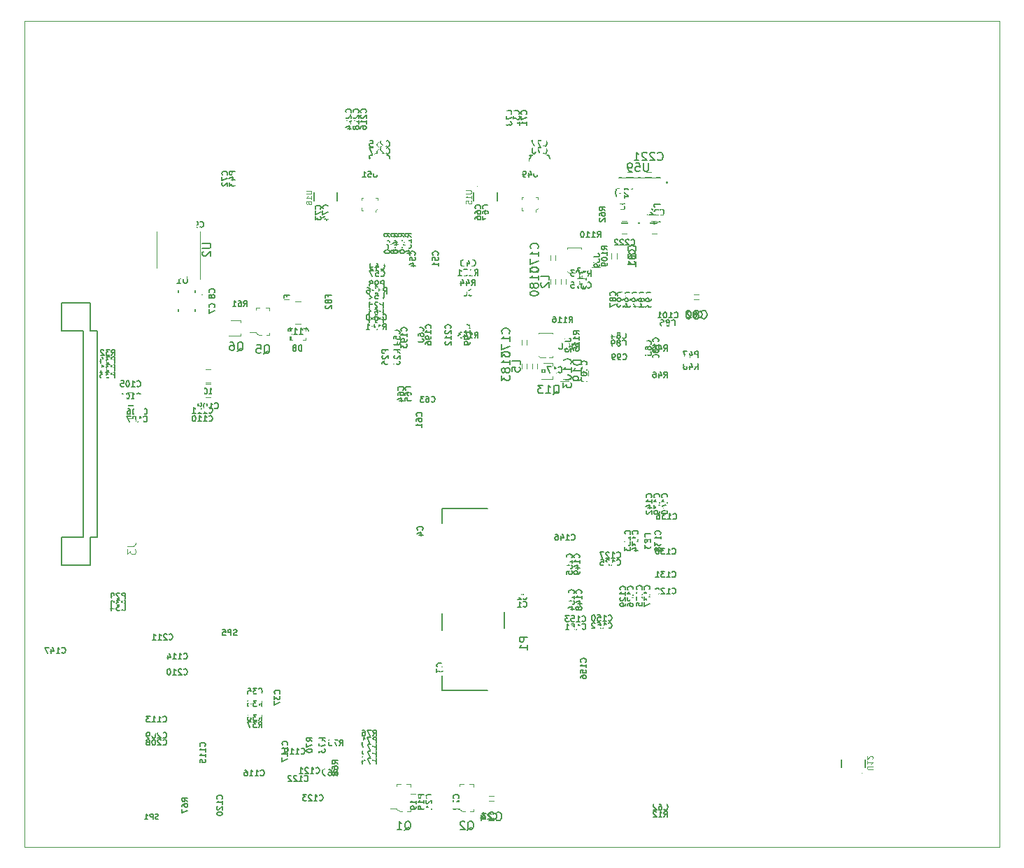
<source format=gbr>
%TF.GenerationSoftware,KiCad,Pcbnew,5.1.9+dfsg1-1*%
%TF.CreationDate,2022-05-02T11:36:44+02:00*%
%TF.ProjectId,kria-k26-devboard,6b726961-2d6b-4323-962d-646576626f61,rev?*%
%TF.SameCoordinates,Original*%
%TF.FileFunction,Legend,Bot*%
%TF.FilePolarity,Positive*%
%FSLAX46Y46*%
G04 Gerber Fmt 4.6, Leading zero omitted, Abs format (unit mm)*
G04 Created by KiCad (PCBNEW 5.1.9+dfsg1-1) date 2022-05-02 11:36:44 commit fc1e327*
%MOMM*%
%LPD*%
G01*
G04 APERTURE LIST*
%TA.AperFunction,Profile*%
%ADD10C,0.100000*%
%TD*%
%ADD11C,0.150000*%
%ADD12C,0.120000*%
%ADD13C,0.100000*%
%ADD14C,0.127000*%
%ADD15C,0.200000*%
%ADD16C,0.125000*%
%ADD17C,0.015000*%
%ADD18C,0.010000*%
%ADD19R,2.500000X3.000000*%
%ADD20R,3.000000X2.700000*%
%ADD21R,1.200000X0.300000*%
%ADD22C,1.100000*%
%ADD23C,2.700000*%
%ADD24C,2.250000*%
%ADD25R,2.250000X2.250000*%
%ADD26R,0.800000X0.600000*%
%ADD27R,1.200000X1.200000*%
%ADD28R,0.600000X0.800000*%
%ADD29R,1.520000X3.050000*%
%ADD30R,0.800000X0.800000*%
%ADD31O,4.500000X2.000000*%
%ADD32O,1.990000X4.000000*%
%ADD33O,4.000000X2.000000*%
%ADD34R,1.840000X1.840000*%
%ADD35C,1.840000*%
%ADD36C,1.800000*%
%ADD37C,6.000000*%
%ADD38R,1.200000X0.700000*%
%ADD39O,1.200000X2.400000*%
%ADD40O,1.400000X2.800000*%
%ADD41C,1.400000*%
%ADD42R,0.300000X0.600000*%
%ADD43C,0.950000*%
%ADD44C,5.300000*%
%ADD45R,1.550000X0.300000*%
%ADD46R,2.750000X1.200000*%
%ADD47C,1.600000*%
%ADD48C,1.150000*%
%ADD49C,1.750000*%
%ADD50O,1.000000X2.000000*%
%ADD51O,1.050000X2.100000*%
%ADD52C,0.650000*%
%ADD53R,0.600000X0.500000*%
%ADD54C,2.020000*%
%ADD55C,1.397000*%
%ADD56C,2.100000*%
%ADD57C,2.108200*%
%ADD58C,3.250000*%
%ADD59C,1.524000*%
G04 APERTURE END LIST*
D10*
X74000000Y-152000000D02*
X74000000Y-52000000D01*
X74000000Y-52000000D02*
X192000000Y-52000000D01*
X192000000Y-52000000D02*
X192000000Y-152000000D01*
X192000000Y-152000000D02*
X74000000Y-152000000D01*
D11*
%TO.C,J3*%
X81900000Y-89500000D02*
X82725000Y-89500000D01*
X81900000Y-114500000D02*
X82725000Y-114500000D01*
X81900000Y-86190000D02*
X81900000Y-89500000D01*
X81900000Y-117830000D02*
X81900000Y-114500000D01*
X78460000Y-86160000D02*
X81900000Y-86160000D01*
X78450000Y-117860000D02*
X81900000Y-117860000D01*
X78460000Y-89500000D02*
X78460000Y-86160000D01*
X78420000Y-114560000D02*
X78420000Y-117840000D01*
X81075000Y-89500000D02*
X78490000Y-89500000D01*
X81075000Y-114500000D02*
X78420000Y-114500000D01*
X81075000Y-114500000D02*
X81075000Y-89500000D01*
X82725000Y-114500000D02*
X82725000Y-89500000D01*
D12*
%TO.C,C81*%
X145635965Y-80770911D02*
X145635965Y-80170911D01*
X145035965Y-80770911D02*
X145035965Y-80170911D01*
%TO.C,C103*%
X141604035Y-94369089D02*
X141604035Y-94969089D01*
X142204035Y-94369089D02*
X142204035Y-94969089D01*
%TO.C,C170*%
X137625000Y-80375001D02*
X137625000Y-80975001D01*
X138225000Y-80375001D02*
X138225000Y-80975001D01*
%TO.C,C180*%
X137600000Y-83250000D02*
X137600000Y-83850000D01*
X138200000Y-83250000D02*
X138200000Y-83850000D01*
%TO.C,C104*%
X87100000Y-98500000D02*
X86500000Y-98500000D01*
X87120000Y-100100000D02*
X86520000Y-100100000D01*
%TO.C,C105*%
X87100000Y-97000000D02*
X86500000Y-97000000D01*
X87120000Y-98600000D02*
X86520000Y-98600000D01*
%TO.C,C108*%
X95900000Y-95800000D02*
X96500000Y-95800000D01*
X95880000Y-94200000D02*
X96480000Y-94200000D01*
%TO.C,C109*%
X95915000Y-97585000D02*
X96515000Y-97585000D01*
X95895000Y-95985000D02*
X96495000Y-95985000D01*
%TO.C,C24*%
X130150000Y-146450000D02*
X130750000Y-146450000D01*
X130150000Y-145850000D02*
X130750000Y-145850000D01*
D13*
%TO.C,C112*%
X106760000Y-85940000D02*
X107400000Y-85940000D01*
X106760000Y-88680000D02*
X107410000Y-88680000D01*
%TO.C,D8*%
X106220000Y-89150000D02*
X106220000Y-89650000D01*
X106120000Y-89150000D02*
X106120000Y-89650000D01*
X106225000Y-90650000D02*
X106225000Y-90200000D01*
X106125000Y-90650000D02*
X106125000Y-90200000D01*
X107975000Y-90650000D02*
X107975000Y-90400000D01*
X107625000Y-90650000D02*
X107975000Y-90650000D01*
X106025000Y-90650000D02*
X106025000Y-90200000D01*
X106375000Y-90650000D02*
X106025000Y-90650000D01*
X107975000Y-89150000D02*
X107625000Y-89150000D01*
X107975000Y-89500000D02*
X107975000Y-89150000D01*
X106375000Y-89150000D02*
X106025000Y-89150000D01*
X106020000Y-89150000D02*
X106020000Y-89650000D01*
X106020000Y-89650000D02*
X106220000Y-89650000D01*
X106020000Y-90200000D02*
X106220000Y-90200000D01*
D12*
%TO.C,D16*%
X142800000Y-81849999D02*
X143600000Y-81849999D01*
X142600000Y-81849999D02*
X142800000Y-81849999D01*
D13*
%TO.C,Q1*%
X119675000Y-147700000D02*
X119400000Y-147700000D01*
X119400000Y-147700000D02*
X119025000Y-147425000D01*
X119025000Y-147425000D02*
X119025000Y-147375000D01*
X119025000Y-147375000D02*
X118250000Y-147375000D01*
X119500000Y-144400000D02*
X119025000Y-144400000D01*
X119025000Y-144400000D02*
X119025000Y-144750000D01*
X120675000Y-144625000D02*
X120675000Y-144750000D01*
X120675000Y-144700000D02*
X120675000Y-144400000D01*
X120675000Y-144400000D02*
X120225000Y-144400000D01*
X120300000Y-147700000D02*
X120675000Y-147700000D01*
X120675000Y-147700000D02*
X120675000Y-147400000D01*
%TO.C,Q2*%
X127275000Y-147700000D02*
X127000000Y-147700000D01*
X127000000Y-147700000D02*
X126625000Y-147425000D01*
X126625000Y-147425000D02*
X126625000Y-147375000D01*
X126625000Y-147375000D02*
X125850000Y-147375000D01*
X127100000Y-144400000D02*
X126625000Y-144400000D01*
X126625000Y-144400000D02*
X126625000Y-144750000D01*
X128275000Y-144625000D02*
X128275000Y-144750000D01*
X128275000Y-144700000D02*
X128275000Y-144400000D01*
X128275000Y-144400000D02*
X127825000Y-144400000D01*
X127900000Y-147700000D02*
X128275000Y-147700000D01*
X128275000Y-147700000D02*
X128275000Y-147400000D01*
%TO.C,Q5*%
X102625000Y-90050000D02*
X102350000Y-90050000D01*
X102350000Y-90050000D02*
X101975000Y-89775000D01*
X101975000Y-89775000D02*
X101975000Y-89725000D01*
X101975000Y-89725000D02*
X101200000Y-89725000D01*
X102450000Y-86750000D02*
X101975000Y-86750000D01*
X101975000Y-86750000D02*
X101975000Y-87100000D01*
X103625000Y-86975000D02*
X103625000Y-87100000D01*
X103625000Y-87050000D02*
X103625000Y-86750000D01*
X103625000Y-86750000D02*
X103175000Y-86750000D01*
X103250000Y-90050000D02*
X103625000Y-90050000D01*
X103625000Y-90050000D02*
X103625000Y-89750000D01*
%TO.C,U39*%
X141374999Y-79475001D02*
X139674999Y-79475001D01*
X139824999Y-82475001D02*
X139674999Y-82325001D01*
X141374999Y-79475001D02*
X141374999Y-79625001D01*
X141374999Y-82475001D02*
X141374999Y-82325001D01*
X141374999Y-82475001D02*
X139824999Y-82475001D01*
X139674999Y-79475001D02*
X139674999Y-79625001D01*
D12*
%TO.C,U2*%
X95210000Y-79700000D02*
X95210000Y-83300000D01*
X95210000Y-79700000D02*
X95210000Y-77500000D01*
X89990000Y-79700000D02*
X89990000Y-81900000D01*
X89990000Y-79700000D02*
X89990000Y-77500000D01*
D13*
%TO.C,U12*%
X175350000Y-143120000D02*
G75*
G03*
X175350000Y-143120000I-50000J0D01*
G01*
D14*
X172880000Y-141400000D02*
X172880000Y-142400000D01*
X175720000Y-142400000D02*
X175720000Y-141400000D01*
D13*
%TO.C,U51*%
X116695000Y-73435000D02*
X116495000Y-73435000D01*
X114945000Y-73435000D02*
X114745000Y-73435000D01*
X114945000Y-74985000D02*
X114770000Y-74985000D01*
X114770000Y-74985000D02*
X114770000Y-74635000D01*
X116695000Y-74710000D02*
X116495000Y-74935000D01*
X116495000Y-74935000D02*
X116495000Y-75160000D01*
X116695000Y-73435000D02*
X116695000Y-73685000D01*
X114745000Y-73435000D02*
X114745000Y-73685000D01*
%TO.C,U49*%
X136078449Y-73396573D02*
X135878449Y-73396573D01*
X134328449Y-73396573D02*
X134128449Y-73396573D01*
X134328449Y-74946573D02*
X134153449Y-74946573D01*
X134153449Y-74946573D02*
X134153449Y-74596573D01*
X136078449Y-74671573D02*
X135878449Y-74896573D01*
X135878449Y-74896573D02*
X135878449Y-75121573D01*
X136078449Y-73396573D02*
X136078449Y-73646573D01*
X134128449Y-73396573D02*
X134128449Y-73646573D01*
%TO.C,U15*%
X128800000Y-72029999D02*
G75*
G03*
X128800000Y-72029999I-50000J0D01*
G01*
D14*
X131170000Y-73749999D02*
X131170000Y-72749999D01*
X128330000Y-72749999D02*
X128330000Y-73749999D01*
D15*
%TO.C,U1*%
X95560000Y-85300000D02*
G75*
G03*
X95560000Y-85300000I-100000J0D01*
G01*
D14*
X92570000Y-87200000D02*
X92570000Y-86930000D01*
X92570000Y-84600000D02*
X92570000Y-84870000D01*
X94630000Y-87200000D02*
X94630000Y-86930000D01*
X94630000Y-84600000D02*
X94630000Y-84870000D01*
D11*
%TO.C,P1*%
X124538559Y-131274723D02*
X124538559Y-133024723D01*
X124538559Y-133024723D02*
X130038559Y-133024723D01*
X124538559Y-111024723D02*
X124538559Y-112774723D01*
X132038559Y-125524723D02*
X132038559Y-123524723D01*
X130038559Y-111024723D02*
X124538559Y-111024723D01*
X124538559Y-125774723D02*
X124538559Y-123774723D01*
D12*
%TO.C,C80*%
X155000000Y-85700000D02*
X155600000Y-85700000D01*
X155000000Y-85100000D02*
X155600000Y-85100000D01*
%TO.C,Q6*%
X100110000Y-88240000D02*
X98950000Y-88240000D01*
X100110000Y-90160000D02*
X98700000Y-90160000D01*
X100110000Y-90160000D02*
X100110000Y-89850000D01*
X100110000Y-88240000D02*
X100110000Y-88550000D01*
D13*
%TO.C,U18*%
X109450000Y-72080000D02*
G75*
G03*
X109450000Y-72080000I-50000J0D01*
G01*
D14*
X111820000Y-73800000D02*
X111820000Y-72800000D01*
X108980000Y-72800000D02*
X108980000Y-73800000D01*
D12*
%TO.C,C220*%
X146950000Y-70950000D02*
X147550000Y-70950000D01*
X146950000Y-70350000D02*
X147550000Y-70350000D01*
%TO.C,C221*%
X149800000Y-70350000D02*
X149200000Y-70350000D01*
X149800000Y-70950000D02*
X149200000Y-70950000D01*
%TO.C,C222*%
X146300000Y-77800000D02*
X146900000Y-77800000D01*
X146280000Y-76200000D02*
X146880000Y-76200000D01*
%TO.C,C223*%
X150450000Y-76200000D02*
X149850000Y-76200000D01*
X150470000Y-77800000D02*
X149870000Y-77800000D01*
D14*
%TO.C,U59*%
X150898800Y-70970001D02*
X145898800Y-70970001D01*
X150898800Y-76470001D02*
X145898800Y-76470001D01*
D15*
X151845000Y-71575001D02*
G75*
G03*
X151845000Y-71575001I-100000J0D01*
G01*
D12*
%TO.C,L2*%
X138900000Y-83250001D02*
X138900000Y-83850001D01*
X139500000Y-83250001D02*
X139500000Y-83850001D01*
%TO.C,L5*%
X135400000Y-93500000D02*
X135400000Y-94100000D01*
X136000000Y-93500000D02*
X136000000Y-94100000D01*
%TO.C,Q13*%
X137910000Y-93440000D02*
X136750000Y-93440000D01*
X137910000Y-95360000D02*
X136500000Y-95360000D01*
X137910000Y-95360000D02*
X137910000Y-95050000D01*
X137910000Y-93440000D02*
X137910000Y-93750000D01*
%TO.C,C183*%
X134150000Y-93500000D02*
X134150000Y-94100000D01*
X134750000Y-93500000D02*
X134750000Y-94100000D01*
D13*
%TO.C,U42*%
X137900000Y-89750000D02*
X136200000Y-89750000D01*
X136350000Y-92750000D02*
X136200000Y-92600000D01*
X137900000Y-89750000D02*
X137900000Y-89900000D01*
X137900000Y-92750000D02*
X137900000Y-92600000D01*
X137900000Y-92750000D02*
X136350000Y-92750000D01*
X136200000Y-89750000D02*
X136200000Y-89900000D01*
D12*
%TO.C,C173*%
X134150001Y-90650002D02*
X134150001Y-91250002D01*
X134750001Y-90650002D02*
X134750001Y-91250002D01*
%TO.C,D19*%
X139600000Y-95600000D02*
X138800000Y-95600000D01*
X139800000Y-95600000D02*
X139600000Y-95600000D01*
%TD*%
%TO.C,J3*%
D16*
X86402380Y-115566666D02*
X87116666Y-115566666D01*
X87259523Y-115519047D01*
X87354761Y-115423809D01*
X87402380Y-115280952D01*
X87402380Y-115185714D01*
X86402380Y-115947619D02*
X86402380Y-116566666D01*
X86783333Y-116233333D01*
X86783333Y-116376190D01*
X86830952Y-116471428D01*
X86878571Y-116519047D01*
X86973809Y-116566666D01*
X87211904Y-116566666D01*
X87307142Y-116519047D01*
X87354761Y-116471428D01*
X87402380Y-116376190D01*
X87402380Y-116090476D01*
X87354761Y-115995238D01*
X87307142Y-115947619D01*
%TO.C,R44*%
D11*
X128100000Y-84026666D02*
X128333333Y-83693333D01*
X128500000Y-84026666D02*
X128500000Y-83326666D01*
X128233333Y-83326666D01*
X128166666Y-83360000D01*
X128133333Y-83393333D01*
X128100000Y-83460000D01*
X128100000Y-83560000D01*
X128133333Y-83626666D01*
X128166666Y-83660000D01*
X128233333Y-83693333D01*
X128500000Y-83693333D01*
X127500000Y-83560000D02*
X127500000Y-84026666D01*
X127666666Y-83293333D02*
X127833333Y-83793333D01*
X127400000Y-83793333D01*
X126833333Y-83560000D02*
X126833333Y-84026666D01*
X127000000Y-83293333D02*
X127166666Y-83793333D01*
X126733333Y-83793333D01*
%TO.C,R43*%
X99446666Y-70650000D02*
X99113333Y-70416666D01*
X99446666Y-70250000D02*
X98746666Y-70250000D01*
X98746666Y-70516666D01*
X98780000Y-70583333D01*
X98813333Y-70616666D01*
X98880000Y-70650000D01*
X98980000Y-70650000D01*
X99046666Y-70616666D01*
X99080000Y-70583333D01*
X99113333Y-70516666D01*
X99113333Y-70250000D01*
X98980000Y-71250000D02*
X99446666Y-71250000D01*
X98713333Y-71083333D02*
X99213333Y-70916666D01*
X99213333Y-71350000D01*
X98746666Y-71550000D02*
X98746666Y-71983333D01*
X99013333Y-71750000D01*
X99013333Y-71850000D01*
X99046666Y-71916666D01*
X99080000Y-71950000D01*
X99146666Y-71983333D01*
X99313333Y-71983333D01*
X99380000Y-71950000D01*
X99413333Y-71916666D01*
X99446666Y-71850000D01*
X99446666Y-71650000D01*
X99413333Y-71583333D01*
X99380000Y-71550000D01*
%TO.C,R12*%
X151379289Y-148374534D02*
X151612622Y-148041201D01*
X151779289Y-148374534D02*
X151779289Y-147674534D01*
X151512622Y-147674534D01*
X151445955Y-147707868D01*
X151412622Y-147741201D01*
X151379289Y-147807868D01*
X151379289Y-147907868D01*
X151412622Y-147974534D01*
X151445955Y-148007868D01*
X151512622Y-148041201D01*
X151779289Y-148041201D01*
X150712622Y-148374534D02*
X151112622Y-148374534D01*
X150912622Y-148374534D02*
X150912622Y-147674534D01*
X150979289Y-147774534D01*
X151045955Y-147841201D01*
X151112622Y-147874534D01*
X150445955Y-147741201D02*
X150412622Y-147707868D01*
X150345955Y-147674534D01*
X150179289Y-147674534D01*
X150112622Y-147707868D01*
X150079289Y-147741201D01*
X150045955Y-147807868D01*
X150045955Y-147874534D01*
X150079289Y-147974534D01*
X150479289Y-148374534D01*
X150045955Y-148374534D01*
%TO.C,C72*%
X98480000Y-70650000D02*
X98513333Y-70616666D01*
X98546666Y-70516666D01*
X98546666Y-70450000D01*
X98513333Y-70350000D01*
X98446666Y-70283333D01*
X98380000Y-70250000D01*
X98246666Y-70216666D01*
X98146666Y-70216666D01*
X98013333Y-70250000D01*
X97946666Y-70283333D01*
X97880000Y-70350000D01*
X97846666Y-70450000D01*
X97846666Y-70516666D01*
X97880000Y-70616666D01*
X97913333Y-70650000D01*
X97846666Y-70883333D02*
X97846666Y-71350000D01*
X98546666Y-71050000D01*
X97913333Y-71583333D02*
X97880000Y-71616666D01*
X97846666Y-71683333D01*
X97846666Y-71850000D01*
X97880000Y-71916666D01*
X97913333Y-71950000D01*
X97980000Y-71983333D01*
X98046666Y-71983333D01*
X98146666Y-71950000D01*
X98546666Y-71550000D01*
X98546666Y-71983333D01*
%TO.C,C62*%
X151379289Y-147457867D02*
X151412622Y-147491200D01*
X151512622Y-147524533D01*
X151579289Y-147524533D01*
X151679289Y-147491200D01*
X151745955Y-147424533D01*
X151779289Y-147357867D01*
X151812622Y-147224533D01*
X151812622Y-147124533D01*
X151779289Y-146991200D01*
X151745955Y-146924533D01*
X151679289Y-146857867D01*
X151579289Y-146824533D01*
X151512622Y-146824533D01*
X151412622Y-146857867D01*
X151379289Y-146891200D01*
X150779289Y-146824533D02*
X150912622Y-146824533D01*
X150979289Y-146857867D01*
X151012622Y-146891200D01*
X151079289Y-146991200D01*
X151112622Y-147124533D01*
X151112622Y-147391200D01*
X151079289Y-147457867D01*
X151045955Y-147491200D01*
X150979289Y-147524533D01*
X150845955Y-147524533D01*
X150779289Y-147491200D01*
X150745955Y-147457867D01*
X150712622Y-147391200D01*
X150712622Y-147224533D01*
X150745955Y-147157867D01*
X150779289Y-147124533D01*
X150845955Y-147091200D01*
X150979289Y-147091200D01*
X151045955Y-147124533D01*
X151079289Y-147157867D01*
X151112622Y-147224533D01*
X150445955Y-146891200D02*
X150412622Y-146857867D01*
X150345955Y-146824533D01*
X150179289Y-146824533D01*
X150112622Y-146857867D01*
X150079289Y-146891200D01*
X150045955Y-146957867D01*
X150045955Y-147024533D01*
X150079289Y-147124533D01*
X150479289Y-147524533D01*
X150045955Y-147524533D01*
%TO.C,C81*%
X147893107Y-79828053D02*
X147940726Y-79780434D01*
X147988345Y-79637577D01*
X147988345Y-79542339D01*
X147940726Y-79399482D01*
X147845488Y-79304244D01*
X147750250Y-79256625D01*
X147559774Y-79209006D01*
X147416917Y-79209006D01*
X147226441Y-79256625D01*
X147131203Y-79304244D01*
X147035965Y-79399482D01*
X146988345Y-79542339D01*
X146988345Y-79637577D01*
X147035965Y-79780434D01*
X147083584Y-79828053D01*
X147416917Y-80399482D02*
X147369298Y-80304244D01*
X147321679Y-80256625D01*
X147226441Y-80209006D01*
X147178822Y-80209006D01*
X147083584Y-80256625D01*
X147035965Y-80304244D01*
X146988345Y-80399482D01*
X146988345Y-80589958D01*
X147035965Y-80685196D01*
X147083584Y-80732815D01*
X147178822Y-80780434D01*
X147226441Y-80780434D01*
X147321679Y-80732815D01*
X147369298Y-80685196D01*
X147416917Y-80589958D01*
X147416917Y-80399482D01*
X147464536Y-80304244D01*
X147512155Y-80256625D01*
X147607393Y-80209006D01*
X147797869Y-80209006D01*
X147893107Y-80256625D01*
X147940726Y-80304244D01*
X147988345Y-80399482D01*
X147988345Y-80589958D01*
X147940726Y-80685196D01*
X147893107Y-80732815D01*
X147797869Y-80780434D01*
X147607393Y-80780434D01*
X147512155Y-80732815D01*
X147464536Y-80685196D01*
X147416917Y-80589958D01*
X147988345Y-81732815D02*
X147988345Y-81161387D01*
X147988345Y-81447101D02*
X146988345Y-81447101D01*
X147131203Y-81351863D01*
X147226441Y-81256625D01*
X147274060Y-81161387D01*
%TO.C,C82*%
X155549999Y-87820000D02*
X155583332Y-87853333D01*
X155683332Y-87886666D01*
X155749999Y-87886666D01*
X155849999Y-87853333D01*
X155916665Y-87786666D01*
X155949999Y-87720000D01*
X155983332Y-87586666D01*
X155983332Y-87486666D01*
X155949999Y-87353333D01*
X155916665Y-87286666D01*
X155849999Y-87220000D01*
X155749999Y-87186666D01*
X155683332Y-87186666D01*
X155583332Y-87220000D01*
X155549999Y-87253333D01*
X155149999Y-87486666D02*
X155216665Y-87453333D01*
X155249999Y-87420000D01*
X155283332Y-87353333D01*
X155283332Y-87320000D01*
X155249999Y-87253333D01*
X155216665Y-87220000D01*
X155149999Y-87186666D01*
X155016665Y-87186666D01*
X154949999Y-87220000D01*
X154916665Y-87253333D01*
X154883332Y-87320000D01*
X154883332Y-87353333D01*
X154916665Y-87420000D01*
X154949999Y-87453333D01*
X155016665Y-87486666D01*
X155149999Y-87486666D01*
X155216665Y-87520000D01*
X155249999Y-87553333D01*
X155283332Y-87620000D01*
X155283332Y-87753333D01*
X155249999Y-87820000D01*
X155216665Y-87853333D01*
X155149999Y-87886666D01*
X155016665Y-87886666D01*
X154949999Y-87853333D01*
X154916665Y-87820000D01*
X154883332Y-87753333D01*
X154883332Y-87620000D01*
X154916665Y-87553333D01*
X154949999Y-87520000D01*
X155016665Y-87486666D01*
X154616665Y-87253333D02*
X154583332Y-87220000D01*
X154516665Y-87186666D01*
X154349999Y-87186666D01*
X154283332Y-87220000D01*
X154249999Y-87253333D01*
X154216665Y-87320000D01*
X154216665Y-87386666D01*
X154249999Y-87486666D01*
X154649999Y-87886666D01*
X154216665Y-87886666D01*
%TO.C,C83*%
X147770000Y-80175000D02*
X147803333Y-80141666D01*
X147836666Y-80041666D01*
X147836666Y-79975000D01*
X147803333Y-79875000D01*
X147736666Y-79808333D01*
X147670000Y-79775000D01*
X147536666Y-79741666D01*
X147436666Y-79741666D01*
X147303333Y-79775000D01*
X147236666Y-79808333D01*
X147170000Y-79875000D01*
X147136666Y-79975000D01*
X147136666Y-80041666D01*
X147170000Y-80141666D01*
X147203333Y-80175000D01*
X147436666Y-80575000D02*
X147403333Y-80508333D01*
X147370000Y-80475000D01*
X147303333Y-80441666D01*
X147270000Y-80441666D01*
X147203333Y-80475000D01*
X147170000Y-80508333D01*
X147136666Y-80575000D01*
X147136666Y-80708333D01*
X147170000Y-80775000D01*
X147203333Y-80808333D01*
X147270000Y-80841666D01*
X147303333Y-80841666D01*
X147370000Y-80808333D01*
X147403333Y-80775000D01*
X147436666Y-80708333D01*
X147436666Y-80575000D01*
X147470000Y-80508333D01*
X147503333Y-80475000D01*
X147570000Y-80441666D01*
X147703333Y-80441666D01*
X147770000Y-80475000D01*
X147803333Y-80508333D01*
X147836666Y-80575000D01*
X147836666Y-80708333D01*
X147803333Y-80775000D01*
X147770000Y-80808333D01*
X147703333Y-80841666D01*
X147570000Y-80841666D01*
X147503333Y-80808333D01*
X147470000Y-80775000D01*
X147436666Y-80708333D01*
X147136666Y-81075000D02*
X147136666Y-81508333D01*
X147403333Y-81275000D01*
X147403333Y-81375000D01*
X147436666Y-81441666D01*
X147470000Y-81475000D01*
X147536666Y-81508333D01*
X147703333Y-81508333D01*
X147770000Y-81475000D01*
X147803333Y-81441666D01*
X147836666Y-81375000D01*
X147836666Y-81175000D01*
X147803333Y-81108333D01*
X147770000Y-81075000D01*
%TO.C,C84*%
X146345911Y-90384035D02*
X146379244Y-90417368D01*
X146479244Y-90450701D01*
X146545911Y-90450701D01*
X146645911Y-90417368D01*
X146712577Y-90350701D01*
X146745911Y-90284035D01*
X146779244Y-90150701D01*
X146779244Y-90050701D01*
X146745911Y-89917368D01*
X146712577Y-89850701D01*
X146645911Y-89784035D01*
X146545911Y-89750701D01*
X146479244Y-89750701D01*
X146379244Y-89784035D01*
X146345911Y-89817368D01*
X145945911Y-90050701D02*
X146012577Y-90017368D01*
X146045911Y-89984035D01*
X146079244Y-89917368D01*
X146079244Y-89884035D01*
X146045911Y-89817368D01*
X146012577Y-89784035D01*
X145945911Y-89750701D01*
X145812577Y-89750701D01*
X145745911Y-89784035D01*
X145712577Y-89817368D01*
X145679244Y-89884035D01*
X145679244Y-89917368D01*
X145712577Y-89984035D01*
X145745911Y-90017368D01*
X145812577Y-90050701D01*
X145945911Y-90050701D01*
X146012577Y-90084035D01*
X146045911Y-90117368D01*
X146079244Y-90184035D01*
X146079244Y-90317368D01*
X146045911Y-90384035D01*
X146012577Y-90417368D01*
X145945911Y-90450701D01*
X145812577Y-90450701D01*
X145745911Y-90417368D01*
X145712577Y-90384035D01*
X145679244Y-90317368D01*
X145679244Y-90184035D01*
X145712577Y-90117368D01*
X145745911Y-90084035D01*
X145812577Y-90050701D01*
X145079244Y-89984035D02*
X145079244Y-90450701D01*
X145245911Y-89717368D02*
X145412577Y-90217368D01*
X144979244Y-90217368D01*
%TO.C,C85*%
X149765911Y-91164035D02*
X149799244Y-91130701D01*
X149832577Y-91030701D01*
X149832577Y-90964035D01*
X149799244Y-90864035D01*
X149732577Y-90797368D01*
X149665911Y-90764035D01*
X149532577Y-90730701D01*
X149432577Y-90730701D01*
X149299244Y-90764035D01*
X149232577Y-90797368D01*
X149165911Y-90864035D01*
X149132577Y-90964035D01*
X149132577Y-91030701D01*
X149165911Y-91130701D01*
X149199244Y-91164035D01*
X149432577Y-91564035D02*
X149399244Y-91497368D01*
X149365911Y-91464035D01*
X149299244Y-91430701D01*
X149265911Y-91430701D01*
X149199244Y-91464035D01*
X149165911Y-91497368D01*
X149132577Y-91564035D01*
X149132577Y-91697368D01*
X149165911Y-91764035D01*
X149199244Y-91797368D01*
X149265911Y-91830701D01*
X149299244Y-91830701D01*
X149365911Y-91797368D01*
X149399244Y-91764035D01*
X149432577Y-91697368D01*
X149432577Y-91564035D01*
X149465911Y-91497368D01*
X149499244Y-91464035D01*
X149565911Y-91430701D01*
X149699244Y-91430701D01*
X149765911Y-91464035D01*
X149799244Y-91497368D01*
X149832577Y-91564035D01*
X149832577Y-91697368D01*
X149799244Y-91764035D01*
X149765911Y-91797368D01*
X149699244Y-91830701D01*
X149565911Y-91830701D01*
X149499244Y-91797368D01*
X149465911Y-91764035D01*
X149432577Y-91697368D01*
X149132577Y-92464035D02*
X149132577Y-92130701D01*
X149465911Y-92097368D01*
X149432577Y-92130701D01*
X149399244Y-92197368D01*
X149399244Y-92364035D01*
X149432577Y-92430701D01*
X149465911Y-92464035D01*
X149532577Y-92497368D01*
X149699244Y-92497368D01*
X149765911Y-92464035D01*
X149799244Y-92430701D01*
X149832577Y-92364035D01*
X149832577Y-92197368D01*
X149799244Y-92130701D01*
X149765911Y-92097368D01*
%TO.C,C86*%
X152295911Y-88844035D02*
X152329244Y-88877368D01*
X152429244Y-88910701D01*
X152495911Y-88910701D01*
X152595911Y-88877368D01*
X152662577Y-88810701D01*
X152695911Y-88744035D01*
X152729244Y-88610701D01*
X152729244Y-88510701D01*
X152695911Y-88377368D01*
X152662577Y-88310701D01*
X152595911Y-88244035D01*
X152495911Y-88210701D01*
X152429244Y-88210701D01*
X152329244Y-88244035D01*
X152295911Y-88277368D01*
X151895911Y-88510701D02*
X151962577Y-88477368D01*
X151995911Y-88444035D01*
X152029244Y-88377368D01*
X152029244Y-88344035D01*
X151995911Y-88277368D01*
X151962577Y-88244035D01*
X151895911Y-88210701D01*
X151762577Y-88210701D01*
X151695911Y-88244035D01*
X151662577Y-88277368D01*
X151629244Y-88344035D01*
X151629244Y-88377368D01*
X151662577Y-88444035D01*
X151695911Y-88477368D01*
X151762577Y-88510701D01*
X151895911Y-88510701D01*
X151962577Y-88544035D01*
X151995911Y-88577368D01*
X152029244Y-88644035D01*
X152029244Y-88777368D01*
X151995911Y-88844035D01*
X151962577Y-88877368D01*
X151895911Y-88910701D01*
X151762577Y-88910701D01*
X151695911Y-88877368D01*
X151662577Y-88844035D01*
X151629244Y-88777368D01*
X151629244Y-88644035D01*
X151662577Y-88577368D01*
X151695911Y-88544035D01*
X151762577Y-88510701D01*
X151029244Y-88210701D02*
X151162577Y-88210701D01*
X151229244Y-88244035D01*
X151262577Y-88277368D01*
X151329244Y-88377368D01*
X151362577Y-88510701D01*
X151362577Y-88777368D01*
X151329244Y-88844035D01*
X151295911Y-88877368D01*
X151229244Y-88910701D01*
X151095911Y-88910701D01*
X151029244Y-88877368D01*
X150995911Y-88844035D01*
X150962577Y-88777368D01*
X150962577Y-88610701D01*
X150995911Y-88544035D01*
X151029244Y-88510701D01*
X151095911Y-88477368D01*
X151229244Y-88477368D01*
X151295911Y-88510701D01*
X151329244Y-88544035D01*
X151362577Y-88610701D01*
%TO.C,C87*%
X145463348Y-85241674D02*
X145496681Y-85208340D01*
X145530014Y-85108340D01*
X145530014Y-85041674D01*
X145496681Y-84941674D01*
X145430014Y-84875007D01*
X145363348Y-84841674D01*
X145230014Y-84808340D01*
X145130014Y-84808340D01*
X144996681Y-84841674D01*
X144930014Y-84875007D01*
X144863348Y-84941674D01*
X144830014Y-85041674D01*
X144830014Y-85108340D01*
X144863348Y-85208340D01*
X144896681Y-85241674D01*
X145130014Y-85641674D02*
X145096681Y-85575007D01*
X145063348Y-85541674D01*
X144996681Y-85508340D01*
X144963348Y-85508340D01*
X144896681Y-85541674D01*
X144863348Y-85575007D01*
X144830014Y-85641674D01*
X144830014Y-85775007D01*
X144863348Y-85841674D01*
X144896681Y-85875007D01*
X144963348Y-85908340D01*
X144996681Y-85908340D01*
X145063348Y-85875007D01*
X145096681Y-85841674D01*
X145130014Y-85775007D01*
X145130014Y-85641674D01*
X145163348Y-85575007D01*
X145196681Y-85541674D01*
X145263348Y-85508340D01*
X145396681Y-85508340D01*
X145463348Y-85541674D01*
X145496681Y-85575007D01*
X145530014Y-85641674D01*
X145530014Y-85775007D01*
X145496681Y-85841674D01*
X145463348Y-85875007D01*
X145396681Y-85908340D01*
X145263348Y-85908340D01*
X145196681Y-85875007D01*
X145163348Y-85841674D01*
X145130014Y-85775007D01*
X144830014Y-86141674D02*
X144830014Y-86608340D01*
X145530014Y-86308340D01*
%TO.C,C88*%
X148928171Y-85312385D02*
X148961504Y-85279051D01*
X148994837Y-85179051D01*
X148994837Y-85112385D01*
X148961504Y-85012385D01*
X148894837Y-84945718D01*
X148828171Y-84912385D01*
X148694837Y-84879051D01*
X148594837Y-84879051D01*
X148461504Y-84912385D01*
X148394837Y-84945718D01*
X148328171Y-85012385D01*
X148294837Y-85112385D01*
X148294837Y-85179051D01*
X148328171Y-85279051D01*
X148361504Y-85312385D01*
X148594837Y-85712385D02*
X148561504Y-85645718D01*
X148528171Y-85612385D01*
X148461504Y-85579051D01*
X148428171Y-85579051D01*
X148361504Y-85612385D01*
X148328171Y-85645718D01*
X148294837Y-85712385D01*
X148294837Y-85845718D01*
X148328171Y-85912385D01*
X148361504Y-85945718D01*
X148428171Y-85979051D01*
X148461504Y-85979051D01*
X148528171Y-85945718D01*
X148561504Y-85912385D01*
X148594837Y-85845718D01*
X148594837Y-85712385D01*
X148628171Y-85645718D01*
X148661504Y-85612385D01*
X148728171Y-85579051D01*
X148861504Y-85579051D01*
X148928171Y-85612385D01*
X148961504Y-85645718D01*
X148994837Y-85712385D01*
X148994837Y-85845718D01*
X148961504Y-85912385D01*
X148928171Y-85945718D01*
X148861504Y-85979051D01*
X148728171Y-85979051D01*
X148661504Y-85945718D01*
X148628171Y-85912385D01*
X148594837Y-85845718D01*
X148594837Y-86379051D02*
X148561504Y-86312385D01*
X148528171Y-86279051D01*
X148461504Y-86245718D01*
X148428171Y-86245718D01*
X148361504Y-86279051D01*
X148328171Y-86312385D01*
X148294837Y-86379051D01*
X148294837Y-86512385D01*
X148328171Y-86579051D01*
X148361504Y-86612385D01*
X148428171Y-86645718D01*
X148461504Y-86645718D01*
X148528171Y-86612385D01*
X148561504Y-86579051D01*
X148594837Y-86512385D01*
X148594837Y-86379051D01*
X148628171Y-86312385D01*
X148661504Y-86279051D01*
X148728171Y-86245718D01*
X148861504Y-86245718D01*
X148928171Y-86279051D01*
X148961504Y-86312385D01*
X148994837Y-86379051D01*
X148994837Y-86512385D01*
X148961504Y-86579051D01*
X148928171Y-86612385D01*
X148861504Y-86645718D01*
X148728171Y-86645718D01*
X148661504Y-86612385D01*
X148628171Y-86579051D01*
X148594837Y-86512385D01*
%TO.C,C89*%
X146338373Y-91283604D02*
X146371706Y-91316937D01*
X146471706Y-91350270D01*
X146538373Y-91350270D01*
X146638373Y-91316937D01*
X146705039Y-91250270D01*
X146738373Y-91183604D01*
X146771706Y-91050270D01*
X146771706Y-90950270D01*
X146738373Y-90816937D01*
X146705039Y-90750270D01*
X146638373Y-90683604D01*
X146538373Y-90650270D01*
X146471706Y-90650270D01*
X146371706Y-90683604D01*
X146338373Y-90716937D01*
X145938373Y-90950270D02*
X146005039Y-90916937D01*
X146038373Y-90883604D01*
X146071706Y-90816937D01*
X146071706Y-90783604D01*
X146038373Y-90716937D01*
X146005039Y-90683604D01*
X145938373Y-90650270D01*
X145805039Y-90650270D01*
X145738373Y-90683604D01*
X145705039Y-90716937D01*
X145671706Y-90783604D01*
X145671706Y-90816937D01*
X145705039Y-90883604D01*
X145738373Y-90916937D01*
X145805039Y-90950270D01*
X145938373Y-90950270D01*
X146005039Y-90983604D01*
X146038373Y-91016937D01*
X146071706Y-91083604D01*
X146071706Y-91216937D01*
X146038373Y-91283604D01*
X146005039Y-91316937D01*
X145938373Y-91350270D01*
X145805039Y-91350270D01*
X145738373Y-91316937D01*
X145705039Y-91283604D01*
X145671706Y-91216937D01*
X145671706Y-91083604D01*
X145705039Y-91016937D01*
X145738373Y-90983604D01*
X145805039Y-90950270D01*
X145338373Y-91350270D02*
X145205039Y-91350270D01*
X145138373Y-91316937D01*
X145105039Y-91283604D01*
X145038373Y-91183604D01*
X145005039Y-91050270D01*
X145005039Y-90783604D01*
X145038373Y-90716937D01*
X145071706Y-90683604D01*
X145138373Y-90650270D01*
X145271706Y-90650270D01*
X145338373Y-90683604D01*
X145371706Y-90716937D01*
X145405039Y-90783604D01*
X145405039Y-90950270D01*
X145371706Y-91016937D01*
X145338373Y-91050270D01*
X145271706Y-91083604D01*
X145138373Y-91083604D01*
X145071706Y-91050270D01*
X145038373Y-91016937D01*
X145005039Y-90950270D01*
%TO.C,C93*%
X149776699Y-85312385D02*
X149810032Y-85279051D01*
X149843365Y-85179051D01*
X149843365Y-85112385D01*
X149810032Y-85012385D01*
X149743365Y-84945718D01*
X149676699Y-84912385D01*
X149543365Y-84879051D01*
X149443365Y-84879051D01*
X149310032Y-84912385D01*
X149243365Y-84945718D01*
X149176699Y-85012385D01*
X149143365Y-85112385D01*
X149143365Y-85179051D01*
X149176699Y-85279051D01*
X149210032Y-85312385D01*
X149843365Y-85645718D02*
X149843365Y-85779051D01*
X149810032Y-85845718D01*
X149776699Y-85879051D01*
X149676699Y-85945718D01*
X149543365Y-85979051D01*
X149276699Y-85979051D01*
X149210032Y-85945718D01*
X149176699Y-85912385D01*
X149143365Y-85845718D01*
X149143365Y-85712385D01*
X149176699Y-85645718D01*
X149210032Y-85612385D01*
X149276699Y-85579051D01*
X149443365Y-85579051D01*
X149510032Y-85612385D01*
X149543365Y-85645718D01*
X149576699Y-85712385D01*
X149576699Y-85845718D01*
X149543365Y-85912385D01*
X149510032Y-85945718D01*
X149443365Y-85979051D01*
X149143365Y-86212385D02*
X149143365Y-86645718D01*
X149410032Y-86412385D01*
X149410032Y-86512385D01*
X149443365Y-86579051D01*
X149476699Y-86612385D01*
X149543365Y-86645718D01*
X149710032Y-86645718D01*
X149776699Y-86612385D01*
X149810032Y-86579051D01*
X149843365Y-86512385D01*
X149843365Y-86312385D01*
X149810032Y-86245718D01*
X149776699Y-86212385D01*
%TO.C,C94*%
X148079643Y-85312385D02*
X148112976Y-85279051D01*
X148146309Y-85179051D01*
X148146309Y-85112385D01*
X148112976Y-85012385D01*
X148046309Y-84945718D01*
X147979643Y-84912385D01*
X147846309Y-84879051D01*
X147746309Y-84879051D01*
X147612976Y-84912385D01*
X147546309Y-84945718D01*
X147479643Y-85012385D01*
X147446309Y-85112385D01*
X147446309Y-85179051D01*
X147479643Y-85279051D01*
X147512976Y-85312385D01*
X148146309Y-85645718D02*
X148146309Y-85779051D01*
X148112976Y-85845718D01*
X148079643Y-85879051D01*
X147979643Y-85945718D01*
X147846309Y-85979051D01*
X147579643Y-85979051D01*
X147512976Y-85945718D01*
X147479643Y-85912385D01*
X147446309Y-85845718D01*
X147446309Y-85712385D01*
X147479643Y-85645718D01*
X147512976Y-85612385D01*
X147579643Y-85579051D01*
X147746309Y-85579051D01*
X147812976Y-85612385D01*
X147846309Y-85645718D01*
X147879643Y-85712385D01*
X147879643Y-85845718D01*
X147846309Y-85912385D01*
X147812976Y-85945718D01*
X147746309Y-85979051D01*
X147679643Y-86579051D02*
X148146309Y-86579051D01*
X147412976Y-86412385D02*
X147912976Y-86245718D01*
X147912976Y-86679051D01*
%TO.C,C98*%
X147231115Y-85312385D02*
X147264448Y-85279051D01*
X147297781Y-85179051D01*
X147297781Y-85112385D01*
X147264448Y-85012385D01*
X147197781Y-84945718D01*
X147131115Y-84912385D01*
X146997781Y-84879051D01*
X146897781Y-84879051D01*
X146764448Y-84912385D01*
X146697781Y-84945718D01*
X146631115Y-85012385D01*
X146597781Y-85112385D01*
X146597781Y-85179051D01*
X146631115Y-85279051D01*
X146664448Y-85312385D01*
X147297781Y-85645718D02*
X147297781Y-85779051D01*
X147264448Y-85845718D01*
X147231115Y-85879051D01*
X147131115Y-85945718D01*
X146997781Y-85979051D01*
X146731115Y-85979051D01*
X146664448Y-85945718D01*
X146631115Y-85912385D01*
X146597781Y-85845718D01*
X146597781Y-85712385D01*
X146631115Y-85645718D01*
X146664448Y-85612385D01*
X146731115Y-85579051D01*
X146897781Y-85579051D01*
X146964448Y-85612385D01*
X146997781Y-85645718D01*
X147031115Y-85712385D01*
X147031115Y-85845718D01*
X146997781Y-85912385D01*
X146964448Y-85945718D01*
X146897781Y-85979051D01*
X146897781Y-86379051D02*
X146864448Y-86312385D01*
X146831115Y-86279051D01*
X146764448Y-86245718D01*
X146731115Y-86245718D01*
X146664448Y-86279051D01*
X146631115Y-86312385D01*
X146597781Y-86379051D01*
X146597781Y-86512385D01*
X146631115Y-86579051D01*
X146664448Y-86612385D01*
X146731115Y-86645718D01*
X146764448Y-86645718D01*
X146831115Y-86612385D01*
X146864448Y-86579051D01*
X146897781Y-86512385D01*
X146897781Y-86379051D01*
X146931115Y-86312385D01*
X146964448Y-86279051D01*
X147031115Y-86245718D01*
X147164448Y-86245718D01*
X147231115Y-86279051D01*
X147264448Y-86312385D01*
X147297781Y-86379051D01*
X147297781Y-86512385D01*
X147264448Y-86579051D01*
X147231115Y-86612385D01*
X147164448Y-86645718D01*
X147031115Y-86645718D01*
X146964448Y-86612385D01*
X146931115Y-86579051D01*
X146897781Y-86512385D01*
%TO.C,C99*%
X146395910Y-92934035D02*
X146429243Y-92967368D01*
X146529243Y-93000701D01*
X146595910Y-93000701D01*
X146695910Y-92967368D01*
X146762576Y-92900701D01*
X146795910Y-92834035D01*
X146829243Y-92700701D01*
X146829243Y-92600701D01*
X146795910Y-92467368D01*
X146762576Y-92400701D01*
X146695910Y-92334035D01*
X146595910Y-92300701D01*
X146529243Y-92300701D01*
X146429243Y-92334035D01*
X146395910Y-92367368D01*
X146062576Y-93000701D02*
X145929243Y-93000701D01*
X145862576Y-92967368D01*
X145829243Y-92934035D01*
X145762576Y-92834035D01*
X145729243Y-92700701D01*
X145729243Y-92434035D01*
X145762576Y-92367368D01*
X145795910Y-92334035D01*
X145862576Y-92300701D01*
X145995910Y-92300701D01*
X146062576Y-92334035D01*
X146095910Y-92367368D01*
X146129243Y-92434035D01*
X146129243Y-92600701D01*
X146095910Y-92667368D01*
X146062576Y-92700701D01*
X145995910Y-92734035D01*
X145862576Y-92734035D01*
X145795910Y-92700701D01*
X145762576Y-92667368D01*
X145729243Y-92600701D01*
X145395910Y-93000701D02*
X145262576Y-93000701D01*
X145195910Y-92967368D01*
X145162576Y-92934035D01*
X145095910Y-92834035D01*
X145062576Y-92700701D01*
X145062576Y-92434035D01*
X145095910Y-92367368D01*
X145129243Y-92334035D01*
X145195910Y-92300701D01*
X145329243Y-92300701D01*
X145395910Y-92334035D01*
X145429243Y-92367368D01*
X145462576Y-92434035D01*
X145462576Y-92600701D01*
X145429243Y-92667368D01*
X145395910Y-92700701D01*
X145329243Y-92734035D01*
X145195910Y-92734035D01*
X145129243Y-92700701D01*
X145095910Y-92667368D01*
X145062576Y-92600701D01*
%TO.C,C100*%
X150665911Y-90830701D02*
X150699244Y-90797368D01*
X150732577Y-90697368D01*
X150732577Y-90630701D01*
X150699244Y-90530701D01*
X150632577Y-90464035D01*
X150565911Y-90430701D01*
X150432577Y-90397368D01*
X150332577Y-90397368D01*
X150199244Y-90430701D01*
X150132577Y-90464035D01*
X150065911Y-90530701D01*
X150032577Y-90630701D01*
X150032577Y-90697368D01*
X150065911Y-90797368D01*
X150099244Y-90830701D01*
X150732577Y-91497368D02*
X150732577Y-91097368D01*
X150732577Y-91297368D02*
X150032577Y-91297368D01*
X150132577Y-91230701D01*
X150199244Y-91164035D01*
X150232577Y-91097368D01*
X150032577Y-91930701D02*
X150032577Y-91997368D01*
X150065911Y-92064035D01*
X150099244Y-92097368D01*
X150165911Y-92130701D01*
X150299244Y-92164035D01*
X150465911Y-92164035D01*
X150599244Y-92130701D01*
X150665911Y-92097368D01*
X150699244Y-92064035D01*
X150732577Y-91997368D01*
X150732577Y-91930701D01*
X150699244Y-91864035D01*
X150665911Y-91830701D01*
X150599244Y-91797368D01*
X150465911Y-91764035D01*
X150299244Y-91764035D01*
X150165911Y-91797368D01*
X150099244Y-91830701D01*
X150065911Y-91864035D01*
X150032577Y-91930701D01*
X150032577Y-92597368D02*
X150032577Y-92664035D01*
X150065911Y-92730701D01*
X150099244Y-92764035D01*
X150165911Y-92797368D01*
X150299244Y-92830701D01*
X150465911Y-92830701D01*
X150599244Y-92797368D01*
X150665911Y-92764035D01*
X150699244Y-92730701D01*
X150732577Y-92664035D01*
X150732577Y-92597368D01*
X150699244Y-92530701D01*
X150665911Y-92497368D01*
X150599244Y-92464035D01*
X150465911Y-92430701D01*
X150299244Y-92430701D01*
X150165911Y-92464035D01*
X150099244Y-92497368D01*
X150065911Y-92530701D01*
X150032577Y-92597368D01*
%TO.C,C101*%
X152629244Y-87894035D02*
X152662577Y-87927368D01*
X152762577Y-87960701D01*
X152829244Y-87960701D01*
X152929244Y-87927368D01*
X152995911Y-87860701D01*
X153029244Y-87794035D01*
X153062577Y-87660701D01*
X153062577Y-87560701D01*
X153029244Y-87427368D01*
X152995911Y-87360701D01*
X152929244Y-87294035D01*
X152829244Y-87260701D01*
X152762577Y-87260701D01*
X152662577Y-87294035D01*
X152629244Y-87327368D01*
X151962577Y-87960701D02*
X152362577Y-87960701D01*
X152162577Y-87960701D02*
X152162577Y-87260701D01*
X152229244Y-87360701D01*
X152295911Y-87427368D01*
X152362577Y-87460701D01*
X151529244Y-87260701D02*
X151462577Y-87260701D01*
X151395911Y-87294035D01*
X151362577Y-87327368D01*
X151329244Y-87394035D01*
X151295911Y-87527368D01*
X151295911Y-87694035D01*
X151329244Y-87827368D01*
X151362577Y-87894035D01*
X151395911Y-87927368D01*
X151462577Y-87960701D01*
X151529244Y-87960701D01*
X151595911Y-87927368D01*
X151629244Y-87894035D01*
X151662577Y-87827368D01*
X151695911Y-87694035D01*
X151695911Y-87527368D01*
X151662577Y-87394035D01*
X151629244Y-87327368D01*
X151595911Y-87294035D01*
X151529244Y-87260701D01*
X150629244Y-87960701D02*
X151029244Y-87960701D01*
X150829244Y-87960701D02*
X150829244Y-87260701D01*
X150895911Y-87360701D01*
X150962577Y-87427368D01*
X151029244Y-87460701D01*
%TO.C,C102*%
X141969035Y-93620755D02*
X142002368Y-93587422D01*
X142035701Y-93487422D01*
X142035701Y-93420755D01*
X142002368Y-93320755D01*
X141935701Y-93254089D01*
X141869035Y-93220755D01*
X141735701Y-93187422D01*
X141635701Y-93187422D01*
X141502368Y-93220755D01*
X141435701Y-93254089D01*
X141369035Y-93320755D01*
X141335701Y-93420755D01*
X141335701Y-93487422D01*
X141369035Y-93587422D01*
X141402368Y-93620755D01*
X142035701Y-94287422D02*
X142035701Y-93887422D01*
X142035701Y-94087422D02*
X141335701Y-94087422D01*
X141435701Y-94020755D01*
X141502368Y-93954089D01*
X141535701Y-93887422D01*
X141335701Y-94720755D02*
X141335701Y-94787422D01*
X141369035Y-94854089D01*
X141402368Y-94887422D01*
X141469035Y-94920755D01*
X141602368Y-94954089D01*
X141769035Y-94954089D01*
X141902368Y-94920755D01*
X141969035Y-94887422D01*
X142002368Y-94854089D01*
X142035701Y-94787422D01*
X142035701Y-94720755D01*
X142002368Y-94654089D01*
X141969035Y-94620755D01*
X141902368Y-94587422D01*
X141769035Y-94554089D01*
X141602368Y-94554089D01*
X141469035Y-94587422D01*
X141402368Y-94620755D01*
X141369035Y-94654089D01*
X141335701Y-94720755D01*
X141402368Y-95220755D02*
X141369035Y-95254089D01*
X141335701Y-95320755D01*
X141335701Y-95487422D01*
X141369035Y-95554089D01*
X141402368Y-95587422D01*
X141469035Y-95620755D01*
X141535701Y-95620755D01*
X141635701Y-95587422D01*
X142035701Y-95187422D01*
X142035701Y-95620755D01*
%TO.C,C103*%
X140061177Y-93550041D02*
X140108796Y-93502422D01*
X140156415Y-93359565D01*
X140156415Y-93264327D01*
X140108796Y-93121469D01*
X140013558Y-93026231D01*
X139918320Y-92978612D01*
X139727844Y-92930993D01*
X139584987Y-92930993D01*
X139394511Y-92978612D01*
X139299273Y-93026231D01*
X139204035Y-93121469D01*
X139156415Y-93264327D01*
X139156415Y-93359565D01*
X139204035Y-93502422D01*
X139251654Y-93550041D01*
X140156415Y-94502422D02*
X140156415Y-93930993D01*
X140156415Y-94216708D02*
X139156415Y-94216708D01*
X139299273Y-94121469D01*
X139394511Y-94026231D01*
X139442130Y-93930993D01*
X139156415Y-95121469D02*
X139156415Y-95216708D01*
X139204035Y-95311946D01*
X139251654Y-95359565D01*
X139346892Y-95407184D01*
X139537368Y-95454803D01*
X139775463Y-95454803D01*
X139965939Y-95407184D01*
X140061177Y-95359565D01*
X140108796Y-95311946D01*
X140156415Y-95216708D01*
X140156415Y-95121469D01*
X140108796Y-95026231D01*
X140061177Y-94978612D01*
X139965939Y-94930993D01*
X139775463Y-94883374D01*
X139537368Y-94883374D01*
X139346892Y-94930993D01*
X139251654Y-94978612D01*
X139204035Y-95026231D01*
X139156415Y-95121469D01*
X139156415Y-95788136D02*
X139156415Y-96407184D01*
X139537368Y-96073850D01*
X139537368Y-96216708D01*
X139584987Y-96311946D01*
X139632606Y-96359565D01*
X139727844Y-96407184D01*
X139965939Y-96407184D01*
X140061177Y-96359565D01*
X140108796Y-96311946D01*
X140156415Y-96216708D01*
X140156415Y-95930993D01*
X140108796Y-95835755D01*
X140061177Y-95788136D01*
%TO.C,C170*%
X136082142Y-79555953D02*
X136129761Y-79508334D01*
X136177380Y-79365477D01*
X136177380Y-79270239D01*
X136129761Y-79127381D01*
X136034523Y-79032143D01*
X135939285Y-78984524D01*
X135748809Y-78936905D01*
X135605952Y-78936905D01*
X135415476Y-78984524D01*
X135320238Y-79032143D01*
X135225000Y-79127381D01*
X135177380Y-79270239D01*
X135177380Y-79365477D01*
X135225000Y-79508334D01*
X135272619Y-79555953D01*
X136177380Y-80508334D02*
X136177380Y-79936905D01*
X136177380Y-80222620D02*
X135177380Y-80222620D01*
X135320238Y-80127381D01*
X135415476Y-80032143D01*
X135463095Y-79936905D01*
X135177380Y-80841667D02*
X135177380Y-81508334D01*
X136177380Y-81079762D01*
X135177380Y-82079762D02*
X135177380Y-82175001D01*
X135225000Y-82270239D01*
X135272619Y-82317858D01*
X135367857Y-82365477D01*
X135558333Y-82413096D01*
X135796428Y-82413096D01*
X135986904Y-82365477D01*
X136082142Y-82317858D01*
X136129761Y-82270239D01*
X136177380Y-82175001D01*
X136177380Y-82079762D01*
X136129761Y-81984524D01*
X136082142Y-81936905D01*
X135986904Y-81889286D01*
X135796428Y-81841667D01*
X135558333Y-81841667D01*
X135367857Y-81889286D01*
X135272619Y-81936905D01*
X135225000Y-81984524D01*
X135177380Y-82079762D01*
%TO.C,C175*%
X142098333Y-84270000D02*
X142131666Y-84303333D01*
X142231666Y-84336666D01*
X142298333Y-84336666D01*
X142398333Y-84303333D01*
X142465000Y-84236666D01*
X142498333Y-84170000D01*
X142531666Y-84036666D01*
X142531666Y-83936666D01*
X142498333Y-83803333D01*
X142465000Y-83736666D01*
X142398333Y-83670000D01*
X142298333Y-83636666D01*
X142231666Y-83636666D01*
X142131666Y-83670000D01*
X142098333Y-83703333D01*
X141431666Y-84336666D02*
X141831666Y-84336666D01*
X141631666Y-84336666D02*
X141631666Y-83636666D01*
X141698333Y-83736666D01*
X141765000Y-83803333D01*
X141831666Y-83836666D01*
X141198333Y-83636666D02*
X140731666Y-83636666D01*
X141031666Y-84336666D01*
X140131666Y-83636666D02*
X140465000Y-83636666D01*
X140498333Y-83970000D01*
X140465000Y-83936666D01*
X140398333Y-83903333D01*
X140231666Y-83903333D01*
X140165000Y-83936666D01*
X140131666Y-83970000D01*
X140098333Y-84036666D01*
X140098333Y-84203333D01*
X140131666Y-84270000D01*
X140165000Y-84303333D01*
X140231666Y-84336666D01*
X140398333Y-84336666D01*
X140465000Y-84303333D01*
X140498333Y-84270000D01*
%TO.C,C180*%
X136057142Y-82430952D02*
X136104761Y-82383333D01*
X136152380Y-82240476D01*
X136152380Y-82145238D01*
X136104761Y-82002380D01*
X136009523Y-81907142D01*
X135914285Y-81859523D01*
X135723809Y-81811904D01*
X135580952Y-81811904D01*
X135390476Y-81859523D01*
X135295238Y-81907142D01*
X135200000Y-82002380D01*
X135152380Y-82145238D01*
X135152380Y-82240476D01*
X135200000Y-82383333D01*
X135247619Y-82430952D01*
X136152380Y-83383333D02*
X136152380Y-82811904D01*
X136152380Y-83097619D02*
X135152380Y-83097619D01*
X135295238Y-83002380D01*
X135390476Y-82907142D01*
X135438095Y-82811904D01*
X135580952Y-83954761D02*
X135533333Y-83859523D01*
X135485714Y-83811904D01*
X135390476Y-83764285D01*
X135342857Y-83764285D01*
X135247619Y-83811904D01*
X135200000Y-83859523D01*
X135152380Y-83954761D01*
X135152380Y-84145238D01*
X135200000Y-84240476D01*
X135247619Y-84288095D01*
X135342857Y-84335714D01*
X135390476Y-84335714D01*
X135485714Y-84288095D01*
X135533333Y-84240476D01*
X135580952Y-84145238D01*
X135580952Y-83954761D01*
X135628571Y-83859523D01*
X135676190Y-83811904D01*
X135771428Y-83764285D01*
X135961904Y-83764285D01*
X136057142Y-83811904D01*
X136104761Y-83859523D01*
X136152380Y-83954761D01*
X136152380Y-84145238D01*
X136104761Y-84240476D01*
X136057142Y-84288095D01*
X135961904Y-84335714D01*
X135771428Y-84335714D01*
X135676190Y-84288095D01*
X135628571Y-84240476D01*
X135580952Y-84145238D01*
X135152380Y-84954761D02*
X135152380Y-85050000D01*
X135200000Y-85145238D01*
X135247619Y-85192857D01*
X135342857Y-85240476D01*
X135533333Y-85288095D01*
X135771428Y-85288095D01*
X135961904Y-85240476D01*
X136057142Y-85192857D01*
X136104761Y-85145238D01*
X136152380Y-85050000D01*
X136152380Y-84954761D01*
X136104761Y-84859523D01*
X136057142Y-84811904D01*
X135961904Y-84764285D01*
X135771428Y-84716666D01*
X135533333Y-84716666D01*
X135342857Y-84764285D01*
X135247619Y-84811904D01*
X135200000Y-84859523D01*
X135152380Y-84954761D01*
%TO.C,Ce*%
X127743333Y-85200000D02*
X127776666Y-85233333D01*
X127876666Y-85266666D01*
X127943333Y-85266666D01*
X128043333Y-85233333D01*
X128110000Y-85166666D01*
X128143333Y-85100000D01*
X128176666Y-84966666D01*
X128176666Y-84866666D01*
X128143333Y-84733333D01*
X128110000Y-84666666D01*
X128043333Y-84600000D01*
X127943333Y-84566666D01*
X127876666Y-84566666D01*
X127776666Y-84600000D01*
X127743333Y-84633333D01*
X127176666Y-85233333D02*
X127243333Y-85266666D01*
X127376666Y-85266666D01*
X127443333Y-85233333D01*
X127476666Y-85166666D01*
X127476666Y-84900000D01*
X127443333Y-84833333D01*
X127376666Y-84800000D01*
X127243333Y-84800000D01*
X127176666Y-84833333D01*
X127143333Y-84900000D01*
X127143333Y-84966666D01*
X127476666Y-85033333D01*
%TO.C,C47*%
X119186941Y-78524860D02*
X119220274Y-78491526D01*
X119253607Y-78391526D01*
X119253607Y-78324860D01*
X119220274Y-78224860D01*
X119153607Y-78158193D01*
X119086941Y-78124860D01*
X118953607Y-78091526D01*
X118853607Y-78091526D01*
X118720274Y-78124860D01*
X118653607Y-78158193D01*
X118586941Y-78224860D01*
X118553607Y-78324860D01*
X118553607Y-78391526D01*
X118586941Y-78491526D01*
X118620274Y-78524860D01*
X118786941Y-79124860D02*
X119253607Y-79124860D01*
X118520274Y-78958193D02*
X119020274Y-78791526D01*
X119020274Y-79224860D01*
X118553607Y-79424860D02*
X118553607Y-79891526D01*
X119253607Y-79591526D01*
%TO.C,C48*%
X128116942Y-81604862D02*
X128150275Y-81638195D01*
X128250275Y-81671528D01*
X128316942Y-81671528D01*
X128416942Y-81638195D01*
X128483608Y-81571528D01*
X128516942Y-81504862D01*
X128550275Y-81371528D01*
X128550275Y-81271528D01*
X128516942Y-81138195D01*
X128483608Y-81071528D01*
X128416942Y-81004862D01*
X128316942Y-80971528D01*
X128250275Y-80971528D01*
X128150275Y-81004862D01*
X128116942Y-81038195D01*
X127516942Y-81204862D02*
X127516942Y-81671528D01*
X127683608Y-80938195D02*
X127850275Y-81438195D01*
X127416942Y-81438195D01*
X127050275Y-81271528D02*
X127116942Y-81238195D01*
X127150275Y-81204862D01*
X127183608Y-81138195D01*
X127183608Y-81104862D01*
X127150275Y-81038195D01*
X127116942Y-81004862D01*
X127050275Y-80971528D01*
X126916942Y-80971528D01*
X126850275Y-81004862D01*
X126816942Y-81038195D01*
X126783608Y-81104862D01*
X126783608Y-81138195D01*
X126816942Y-81204862D01*
X126850275Y-81238195D01*
X126916942Y-81271528D01*
X127050275Y-81271528D01*
X127116942Y-81304862D01*
X127150275Y-81338195D01*
X127183608Y-81404862D01*
X127183608Y-81538195D01*
X127150275Y-81604862D01*
X127116942Y-81638195D01*
X127050275Y-81671528D01*
X126916942Y-81671528D01*
X126850275Y-81638195D01*
X126816942Y-81604862D01*
X126783608Y-81538195D01*
X126783608Y-81404862D01*
X126816942Y-81338195D01*
X126850275Y-81304862D01*
X126916942Y-81271528D01*
%TO.C,C49*%
X117106942Y-82004860D02*
X117140275Y-82038193D01*
X117240275Y-82071526D01*
X117306942Y-82071526D01*
X117406942Y-82038193D01*
X117473608Y-81971526D01*
X117506942Y-81904860D01*
X117540275Y-81771526D01*
X117540275Y-81671526D01*
X117506942Y-81538193D01*
X117473608Y-81471526D01*
X117406942Y-81404860D01*
X117306942Y-81371526D01*
X117240275Y-81371526D01*
X117140275Y-81404860D01*
X117106942Y-81438193D01*
X116506942Y-81604860D02*
X116506942Y-82071526D01*
X116673608Y-81338193D02*
X116840275Y-81838193D01*
X116406942Y-81838193D01*
X116106942Y-82071526D02*
X115973608Y-82071526D01*
X115906942Y-82038193D01*
X115873608Y-82004860D01*
X115806942Y-81904860D01*
X115773608Y-81771526D01*
X115773608Y-81504860D01*
X115806942Y-81438193D01*
X115840275Y-81404860D01*
X115906942Y-81371526D01*
X116040275Y-81371526D01*
X116106942Y-81404860D01*
X116140275Y-81438193D01*
X116173608Y-81504860D01*
X116173608Y-81671526D01*
X116140275Y-81738193D01*
X116106942Y-81771526D01*
X116040275Y-81804860D01*
X115906942Y-81804860D01*
X115840275Y-81771526D01*
X115806942Y-81738193D01*
X115773608Y-81671526D01*
%TO.C,C51*%
X123986941Y-80350000D02*
X124020274Y-80316666D01*
X124053607Y-80216666D01*
X124053607Y-80150000D01*
X124020274Y-80050000D01*
X123953607Y-79983333D01*
X123886941Y-79950000D01*
X123753607Y-79916666D01*
X123653607Y-79916666D01*
X123520274Y-79950000D01*
X123453607Y-79983333D01*
X123386941Y-80050000D01*
X123353607Y-80150000D01*
X123353607Y-80216666D01*
X123386941Y-80316666D01*
X123420274Y-80350000D01*
X123353607Y-80983333D02*
X123353607Y-80650000D01*
X123686941Y-80616666D01*
X123653607Y-80650000D01*
X123620274Y-80716666D01*
X123620274Y-80883333D01*
X123653607Y-80950000D01*
X123686941Y-80983333D01*
X123753607Y-81016666D01*
X123920274Y-81016666D01*
X123986941Y-80983333D01*
X124020274Y-80950000D01*
X124053607Y-80883333D01*
X124053607Y-80716666D01*
X124020274Y-80650000D01*
X123986941Y-80616666D01*
X124053607Y-81683333D02*
X124053607Y-81283333D01*
X124053607Y-81483333D02*
X123353607Y-81483333D01*
X123453607Y-81416666D01*
X123520274Y-81350000D01*
X123553607Y-81283333D01*
%TO.C,C52*%
X117056942Y-85594861D02*
X117090275Y-85628194D01*
X117190275Y-85661527D01*
X117256942Y-85661527D01*
X117356942Y-85628194D01*
X117423608Y-85561527D01*
X117456942Y-85494861D01*
X117490275Y-85361527D01*
X117490275Y-85261527D01*
X117456942Y-85128194D01*
X117423608Y-85061527D01*
X117356942Y-84994861D01*
X117256942Y-84961527D01*
X117190275Y-84961527D01*
X117090275Y-84994861D01*
X117056942Y-85028194D01*
X116423608Y-84961527D02*
X116756942Y-84961527D01*
X116790275Y-85294861D01*
X116756942Y-85261527D01*
X116690275Y-85228194D01*
X116523608Y-85228194D01*
X116456942Y-85261527D01*
X116423608Y-85294861D01*
X116390275Y-85361527D01*
X116390275Y-85528194D01*
X116423608Y-85594861D01*
X116456942Y-85628194D01*
X116523608Y-85661527D01*
X116690275Y-85661527D01*
X116756942Y-85628194D01*
X116790275Y-85594861D01*
X116123608Y-85028194D02*
X116090275Y-84994861D01*
X116023608Y-84961527D01*
X115856942Y-84961527D01*
X115790275Y-84994861D01*
X115756942Y-85028194D01*
X115723608Y-85094861D01*
X115723608Y-85161527D01*
X115756942Y-85261527D01*
X116156942Y-85661527D01*
X115723608Y-85661527D01*
%TO.C,C54*%
X121205000Y-80350000D02*
X121238333Y-80316666D01*
X121271666Y-80216666D01*
X121271666Y-80150000D01*
X121238333Y-80050000D01*
X121171666Y-79983333D01*
X121105000Y-79950000D01*
X120971666Y-79916666D01*
X120871666Y-79916666D01*
X120738333Y-79950000D01*
X120671666Y-79983333D01*
X120605000Y-80050000D01*
X120571666Y-80150000D01*
X120571666Y-80216666D01*
X120605000Y-80316666D01*
X120638333Y-80350000D01*
X120571666Y-80983333D02*
X120571666Y-80650000D01*
X120905000Y-80616666D01*
X120871666Y-80650000D01*
X120838333Y-80716666D01*
X120838333Y-80883333D01*
X120871666Y-80950000D01*
X120905000Y-80983333D01*
X120971666Y-81016666D01*
X121138333Y-81016666D01*
X121205000Y-80983333D01*
X121238333Y-80950000D01*
X121271666Y-80883333D01*
X121271666Y-80716666D01*
X121238333Y-80650000D01*
X121205000Y-80616666D01*
X120805000Y-81616666D02*
X121271666Y-81616666D01*
X120538333Y-81450000D02*
X121038333Y-81283333D01*
X121038333Y-81716666D01*
%TO.C,C57*%
X117106942Y-82854861D02*
X117140275Y-82888194D01*
X117240275Y-82921527D01*
X117306942Y-82921527D01*
X117406942Y-82888194D01*
X117473608Y-82821527D01*
X117506942Y-82754861D01*
X117540275Y-82621527D01*
X117540275Y-82521527D01*
X117506942Y-82388194D01*
X117473608Y-82321527D01*
X117406942Y-82254861D01*
X117306942Y-82221527D01*
X117240275Y-82221527D01*
X117140275Y-82254861D01*
X117106942Y-82288194D01*
X116473608Y-82221527D02*
X116806942Y-82221527D01*
X116840275Y-82554861D01*
X116806942Y-82521527D01*
X116740275Y-82488194D01*
X116573608Y-82488194D01*
X116506942Y-82521527D01*
X116473608Y-82554861D01*
X116440275Y-82621527D01*
X116440275Y-82788194D01*
X116473608Y-82854861D01*
X116506942Y-82888194D01*
X116573608Y-82921527D01*
X116740275Y-82921527D01*
X116806942Y-82888194D01*
X116840275Y-82854861D01*
X116206942Y-82221527D02*
X115740275Y-82221527D01*
X116040275Y-82921527D01*
%TO.C,C59*%
X119320000Y-89900000D02*
X119353333Y-89866666D01*
X119386666Y-89766666D01*
X119386666Y-89700000D01*
X119353333Y-89600000D01*
X119286666Y-89533333D01*
X119220000Y-89500000D01*
X119086666Y-89466666D01*
X118986666Y-89466666D01*
X118853333Y-89500000D01*
X118786666Y-89533333D01*
X118720000Y-89600000D01*
X118686666Y-89700000D01*
X118686666Y-89766666D01*
X118720000Y-89866666D01*
X118753333Y-89900000D01*
X118686666Y-90533333D02*
X118686666Y-90200000D01*
X119020000Y-90166666D01*
X118986666Y-90200000D01*
X118953333Y-90266666D01*
X118953333Y-90433333D01*
X118986666Y-90500000D01*
X119020000Y-90533333D01*
X119086666Y-90566666D01*
X119253333Y-90566666D01*
X119320000Y-90533333D01*
X119353333Y-90500000D01*
X119386666Y-90433333D01*
X119386666Y-90266666D01*
X119353333Y-90200000D01*
X119320000Y-90166666D01*
X119386666Y-90900000D02*
X119386666Y-91033333D01*
X119353333Y-91100000D01*
X119320000Y-91133333D01*
X119220000Y-91200000D01*
X119086666Y-91233333D01*
X118820000Y-91233333D01*
X118753333Y-91200000D01*
X118720000Y-91166666D01*
X118686666Y-91100000D01*
X118686666Y-90966666D01*
X118720000Y-90900000D01*
X118753333Y-90866666D01*
X118820000Y-90833333D01*
X118986666Y-90833333D01*
X119053333Y-90866666D01*
X119086666Y-90900000D01*
X119120000Y-90966666D01*
X119120000Y-91100000D01*
X119086666Y-91166666D01*
X119053333Y-91200000D01*
X118986666Y-91233333D01*
%TO.C,C60*%
X122220000Y-89550000D02*
X122253333Y-89516666D01*
X122286666Y-89416666D01*
X122286666Y-89350000D01*
X122253333Y-89250000D01*
X122186666Y-89183333D01*
X122120000Y-89150000D01*
X121986666Y-89116666D01*
X121886666Y-89116666D01*
X121753333Y-89150000D01*
X121686666Y-89183333D01*
X121620000Y-89250000D01*
X121586666Y-89350000D01*
X121586666Y-89416666D01*
X121620000Y-89516666D01*
X121653333Y-89550000D01*
X121586666Y-90150000D02*
X121586666Y-90016666D01*
X121620000Y-89950000D01*
X121653333Y-89916666D01*
X121753333Y-89850000D01*
X121886666Y-89816666D01*
X122153333Y-89816666D01*
X122220000Y-89850000D01*
X122253333Y-89883333D01*
X122286666Y-89950000D01*
X122286666Y-90083333D01*
X122253333Y-90150000D01*
X122220000Y-90183333D01*
X122153333Y-90216666D01*
X121986666Y-90216666D01*
X121920000Y-90183333D01*
X121886666Y-90150000D01*
X121853333Y-90083333D01*
X121853333Y-89950000D01*
X121886666Y-89883333D01*
X121920000Y-89850000D01*
X121986666Y-89816666D01*
X121586666Y-90650000D02*
X121586666Y-90716666D01*
X121620000Y-90783333D01*
X121653333Y-90816666D01*
X121720000Y-90850000D01*
X121853333Y-90883333D01*
X122020000Y-90883333D01*
X122153333Y-90850000D01*
X122220000Y-90816666D01*
X122253333Y-90783333D01*
X122286666Y-90716666D01*
X122286666Y-90650000D01*
X122253333Y-90583333D01*
X122220000Y-90550000D01*
X122153333Y-90516666D01*
X122020000Y-90483333D01*
X121853333Y-90483333D01*
X121720000Y-90516666D01*
X121653333Y-90550000D01*
X121620000Y-90583333D01*
X121586666Y-90650000D01*
%TO.C,C61*%
X122020000Y-99838999D02*
X122053333Y-99805665D01*
X122086666Y-99705665D01*
X122086666Y-99638999D01*
X122053333Y-99538999D01*
X121986666Y-99472332D01*
X121920000Y-99438999D01*
X121786666Y-99405665D01*
X121686666Y-99405665D01*
X121553333Y-99438999D01*
X121486666Y-99472332D01*
X121420000Y-99538999D01*
X121386666Y-99638999D01*
X121386666Y-99705665D01*
X121420000Y-99805665D01*
X121453333Y-99838999D01*
X121386666Y-100438999D02*
X121386666Y-100305665D01*
X121420000Y-100238999D01*
X121453333Y-100205665D01*
X121553333Y-100138999D01*
X121686666Y-100105665D01*
X121953333Y-100105665D01*
X122020000Y-100138999D01*
X122053333Y-100172332D01*
X122086666Y-100238999D01*
X122086666Y-100372332D01*
X122053333Y-100438999D01*
X122020000Y-100472332D01*
X121953333Y-100505665D01*
X121786666Y-100505665D01*
X121720000Y-100472332D01*
X121686666Y-100438999D01*
X121653333Y-100372332D01*
X121653333Y-100238999D01*
X121686666Y-100172332D01*
X121720000Y-100138999D01*
X121786666Y-100105665D01*
X122086666Y-101172332D02*
X122086666Y-100772332D01*
X122086666Y-100972332D02*
X121386666Y-100972332D01*
X121486666Y-100905665D01*
X121553333Y-100838999D01*
X121586666Y-100772332D01*
%TO.C,C63*%
X123199000Y-98084000D02*
X123232333Y-98117333D01*
X123332333Y-98150666D01*
X123399000Y-98150666D01*
X123499000Y-98117333D01*
X123565666Y-98050666D01*
X123599000Y-97984000D01*
X123632333Y-97850666D01*
X123632333Y-97750666D01*
X123599000Y-97617333D01*
X123565666Y-97550666D01*
X123499000Y-97484000D01*
X123399000Y-97450666D01*
X123332333Y-97450666D01*
X123232333Y-97484000D01*
X123199000Y-97517333D01*
X122599000Y-97450666D02*
X122732333Y-97450666D01*
X122799000Y-97484000D01*
X122832333Y-97517333D01*
X122899000Y-97617333D01*
X122932333Y-97750666D01*
X122932333Y-98017333D01*
X122899000Y-98084000D01*
X122865666Y-98117333D01*
X122799000Y-98150666D01*
X122665666Y-98150666D01*
X122599000Y-98117333D01*
X122565666Y-98084000D01*
X122532333Y-98017333D01*
X122532333Y-97850666D01*
X122565666Y-97784000D01*
X122599000Y-97750666D01*
X122665666Y-97717333D01*
X122799000Y-97717333D01*
X122865666Y-97750666D01*
X122899000Y-97784000D01*
X122932333Y-97850666D01*
X122299000Y-97450666D02*
X121865666Y-97450666D01*
X122099000Y-97717333D01*
X121999000Y-97717333D01*
X121932333Y-97750666D01*
X121899000Y-97784000D01*
X121865666Y-97850666D01*
X121865666Y-98017333D01*
X121899000Y-98084000D01*
X121932333Y-98117333D01*
X121999000Y-98150666D01*
X122199000Y-98150666D01*
X122265666Y-98117333D01*
X122299000Y-98084000D01*
%TO.C,C64*%
X119779000Y-96694000D02*
X119812333Y-96660666D01*
X119845666Y-96560666D01*
X119845666Y-96494000D01*
X119812333Y-96394000D01*
X119745666Y-96327333D01*
X119679000Y-96294000D01*
X119545666Y-96260666D01*
X119445666Y-96260666D01*
X119312333Y-96294000D01*
X119245666Y-96327333D01*
X119179000Y-96394000D01*
X119145666Y-96494000D01*
X119145666Y-96560666D01*
X119179000Y-96660666D01*
X119212333Y-96694000D01*
X119145666Y-97294000D02*
X119145666Y-97160666D01*
X119179000Y-97094000D01*
X119212333Y-97060666D01*
X119312333Y-96994000D01*
X119445666Y-96960666D01*
X119712333Y-96960666D01*
X119779000Y-96994000D01*
X119812333Y-97027333D01*
X119845666Y-97094000D01*
X119845666Y-97227333D01*
X119812333Y-97294000D01*
X119779000Y-97327333D01*
X119712333Y-97360666D01*
X119545666Y-97360666D01*
X119479000Y-97327333D01*
X119445666Y-97294000D01*
X119412333Y-97227333D01*
X119412333Y-97094000D01*
X119445666Y-97027333D01*
X119479000Y-96994000D01*
X119545666Y-96960666D01*
X119379000Y-97960666D02*
X119845666Y-97960666D01*
X119112333Y-97794000D02*
X119612333Y-97627333D01*
X119612333Y-98060666D01*
%TO.C,C65*%
X120679000Y-96704000D02*
X120712333Y-96670666D01*
X120745666Y-96570666D01*
X120745666Y-96504000D01*
X120712333Y-96404000D01*
X120645666Y-96337333D01*
X120579000Y-96304000D01*
X120445666Y-96270666D01*
X120345666Y-96270666D01*
X120212333Y-96304000D01*
X120145666Y-96337333D01*
X120079000Y-96404000D01*
X120045666Y-96504000D01*
X120045666Y-96570666D01*
X120079000Y-96670666D01*
X120112333Y-96704000D01*
X120045666Y-97304000D02*
X120045666Y-97170666D01*
X120079000Y-97104000D01*
X120112333Y-97070666D01*
X120212333Y-97004000D01*
X120345666Y-96970666D01*
X120612333Y-96970666D01*
X120679000Y-97004000D01*
X120712333Y-97037333D01*
X120745666Y-97104000D01*
X120745666Y-97237333D01*
X120712333Y-97304000D01*
X120679000Y-97337333D01*
X120612333Y-97370666D01*
X120445666Y-97370666D01*
X120379000Y-97337333D01*
X120345666Y-97304000D01*
X120312333Y-97237333D01*
X120312333Y-97104000D01*
X120345666Y-97037333D01*
X120379000Y-97004000D01*
X120445666Y-96970666D01*
X120045666Y-98004000D02*
X120045666Y-97670666D01*
X120379000Y-97637333D01*
X120345666Y-97670666D01*
X120312333Y-97737333D01*
X120312333Y-97904000D01*
X120345666Y-97970666D01*
X120379000Y-98004000D01*
X120445666Y-98037333D01*
X120612333Y-98037333D01*
X120679000Y-98004000D01*
X120712333Y-97970666D01*
X120745666Y-97904000D01*
X120745666Y-97737333D01*
X120712333Y-97670666D01*
X120679000Y-97637333D01*
%TO.C,C66*%
X129130000Y-74725000D02*
X129163333Y-74691666D01*
X129196666Y-74591666D01*
X129196666Y-74525000D01*
X129163333Y-74425000D01*
X129096666Y-74358333D01*
X129030000Y-74325000D01*
X128896666Y-74291666D01*
X128796666Y-74291666D01*
X128663333Y-74325000D01*
X128596666Y-74358333D01*
X128530000Y-74425000D01*
X128496666Y-74525000D01*
X128496666Y-74591666D01*
X128530000Y-74691666D01*
X128563333Y-74725000D01*
X128496666Y-75325000D02*
X128496666Y-75191666D01*
X128530000Y-75125000D01*
X128563333Y-75091666D01*
X128663333Y-75025000D01*
X128796666Y-74991666D01*
X129063333Y-74991666D01*
X129130000Y-75025000D01*
X129163333Y-75058333D01*
X129196666Y-75125000D01*
X129196666Y-75258333D01*
X129163333Y-75325000D01*
X129130000Y-75358333D01*
X129063333Y-75391666D01*
X128896666Y-75391666D01*
X128830000Y-75358333D01*
X128796666Y-75325000D01*
X128763333Y-75258333D01*
X128763333Y-75125000D01*
X128796666Y-75058333D01*
X128830000Y-75025000D01*
X128896666Y-74991666D01*
X128496666Y-75991666D02*
X128496666Y-75858333D01*
X128530000Y-75791666D01*
X128563333Y-75758333D01*
X128663333Y-75691666D01*
X128796666Y-75658333D01*
X129063333Y-75658333D01*
X129130000Y-75691666D01*
X129163333Y-75725000D01*
X129196666Y-75791666D01*
X129196666Y-75925000D01*
X129163333Y-75991666D01*
X129130000Y-76025000D01*
X129063333Y-76058333D01*
X128896666Y-76058333D01*
X128830000Y-76025000D01*
X128796666Y-75991666D01*
X128763333Y-75925000D01*
X128763333Y-75791666D01*
X128796666Y-75725000D01*
X128830000Y-75691666D01*
X128896666Y-75658333D01*
%TO.C,C67*%
X130030000Y-74725000D02*
X130063333Y-74691666D01*
X130096666Y-74591666D01*
X130096666Y-74525000D01*
X130063333Y-74425000D01*
X129996666Y-74358333D01*
X129930000Y-74325000D01*
X129796666Y-74291666D01*
X129696666Y-74291666D01*
X129563333Y-74325000D01*
X129496666Y-74358333D01*
X129430000Y-74425000D01*
X129396666Y-74525000D01*
X129396666Y-74591666D01*
X129430000Y-74691666D01*
X129463333Y-74725000D01*
X129396666Y-75325000D02*
X129396666Y-75191666D01*
X129430000Y-75125000D01*
X129463333Y-75091666D01*
X129563333Y-75025000D01*
X129696666Y-74991666D01*
X129963333Y-74991666D01*
X130030000Y-75025000D01*
X130063333Y-75058333D01*
X130096666Y-75125000D01*
X130096666Y-75258333D01*
X130063333Y-75325000D01*
X130030000Y-75358333D01*
X129963333Y-75391666D01*
X129796666Y-75391666D01*
X129730000Y-75358333D01*
X129696666Y-75325000D01*
X129663333Y-75258333D01*
X129663333Y-75125000D01*
X129696666Y-75058333D01*
X129730000Y-75025000D01*
X129796666Y-74991666D01*
X129396666Y-75625000D02*
X129396666Y-76091666D01*
X130096666Y-75791666D01*
%TO.C,C73*%
X109780000Y-74770000D02*
X109813333Y-74736666D01*
X109846666Y-74636666D01*
X109846666Y-74570000D01*
X109813333Y-74470000D01*
X109746666Y-74403333D01*
X109680000Y-74370000D01*
X109546666Y-74336666D01*
X109446666Y-74336666D01*
X109313333Y-74370000D01*
X109246666Y-74403333D01*
X109180000Y-74470000D01*
X109146666Y-74570000D01*
X109146666Y-74636666D01*
X109180000Y-74736666D01*
X109213333Y-74770000D01*
X109146666Y-75003333D02*
X109146666Y-75470000D01*
X109846666Y-75170000D01*
X109146666Y-75670000D02*
X109146666Y-76103333D01*
X109413333Y-75870000D01*
X109413333Y-75970000D01*
X109446666Y-76036666D01*
X109480000Y-76070000D01*
X109546666Y-76103333D01*
X109713333Y-76103333D01*
X109780000Y-76070000D01*
X109813333Y-76036666D01*
X109846666Y-75970000D01*
X109846666Y-75770000D01*
X109813333Y-75703333D01*
X109780000Y-75670000D01*
%TO.C,C74*%
X110680000Y-74750000D02*
X110713333Y-74716666D01*
X110746666Y-74616666D01*
X110746666Y-74550000D01*
X110713333Y-74450000D01*
X110646666Y-74383333D01*
X110580000Y-74350000D01*
X110446666Y-74316666D01*
X110346666Y-74316666D01*
X110213333Y-74350000D01*
X110146666Y-74383333D01*
X110080000Y-74450000D01*
X110046666Y-74550000D01*
X110046666Y-74616666D01*
X110080000Y-74716666D01*
X110113333Y-74750000D01*
X110046666Y-74983333D02*
X110046666Y-75450000D01*
X110746666Y-75150000D01*
X110280000Y-76016666D02*
X110746666Y-76016666D01*
X110013333Y-75850000D02*
X110513333Y-75683333D01*
X110513333Y-76116666D01*
%TO.C,C1*%
X134341666Y-122895000D02*
X134375000Y-122928333D01*
X134475000Y-122961666D01*
X134541666Y-122961666D01*
X134641666Y-122928333D01*
X134708333Y-122861666D01*
X134741666Y-122795000D01*
X134775000Y-122661666D01*
X134775000Y-122561666D01*
X134741666Y-122428333D01*
X134708333Y-122361666D01*
X134641666Y-122295000D01*
X134541666Y-122261666D01*
X134475000Y-122261666D01*
X134375000Y-122295000D01*
X134341666Y-122328333D01*
X133675000Y-122961666D02*
X134075000Y-122961666D01*
X133875000Y-122961666D02*
X133875000Y-122261666D01*
X133941666Y-122361666D01*
X134008333Y-122428333D01*
X134075000Y-122461666D01*
%TO.C,C2*%
X134341666Y-121995000D02*
X134375000Y-122028333D01*
X134475000Y-122061666D01*
X134541666Y-122061666D01*
X134641666Y-122028333D01*
X134708333Y-121961666D01*
X134741666Y-121895000D01*
X134775000Y-121761666D01*
X134775000Y-121661666D01*
X134741666Y-121528333D01*
X134708333Y-121461666D01*
X134641666Y-121395000D01*
X134541666Y-121361666D01*
X134475000Y-121361666D01*
X134375000Y-121395000D01*
X134341666Y-121428333D01*
X134075000Y-121428333D02*
X134041666Y-121395000D01*
X133975000Y-121361666D01*
X133808333Y-121361666D01*
X133741666Y-121395000D01*
X133708333Y-121428333D01*
X133675000Y-121495000D01*
X133675000Y-121561666D01*
X133708333Y-121661666D01*
X134108333Y-122061666D01*
X133675000Y-122061666D01*
%TO.C,C3*%
X124495000Y-130183333D02*
X124528333Y-130150000D01*
X124561666Y-130050000D01*
X124561666Y-129983333D01*
X124528333Y-129883333D01*
X124461666Y-129816666D01*
X124395000Y-129783333D01*
X124261666Y-129750000D01*
X124161666Y-129750000D01*
X124028333Y-129783333D01*
X123961666Y-129816666D01*
X123895000Y-129883333D01*
X123861666Y-129983333D01*
X123861666Y-130050000D01*
X123895000Y-130150000D01*
X123928333Y-130183333D01*
X123861666Y-130416666D02*
X123861666Y-130850000D01*
X124128333Y-130616666D01*
X124128333Y-130716666D01*
X124161666Y-130783333D01*
X124195000Y-130816666D01*
X124261666Y-130850000D01*
X124428333Y-130850000D01*
X124495000Y-130816666D01*
X124528333Y-130783333D01*
X124561666Y-130716666D01*
X124561666Y-130516666D01*
X124528333Y-130450000D01*
X124495000Y-130416666D01*
%TO.C,C4*%
X122130000Y-113633333D02*
X122163333Y-113600000D01*
X122196666Y-113500000D01*
X122196666Y-113433333D01*
X122163333Y-113333333D01*
X122096666Y-113266666D01*
X122030000Y-113233333D01*
X121896666Y-113200000D01*
X121796666Y-113200000D01*
X121663333Y-113233333D01*
X121596666Y-113266666D01*
X121530000Y-113333333D01*
X121496666Y-113433333D01*
X121496666Y-113500000D01*
X121530000Y-113600000D01*
X121563333Y-113633333D01*
X121730000Y-114233333D02*
X122196666Y-114233333D01*
X121463333Y-114066666D02*
X121963333Y-113900000D01*
X121963333Y-114333333D01*
%TO.C,C7*%
X96920000Y-86683333D02*
X96953333Y-86650000D01*
X96986666Y-86550000D01*
X96986666Y-86483333D01*
X96953333Y-86383333D01*
X96886666Y-86316666D01*
X96820000Y-86283333D01*
X96686666Y-86250000D01*
X96586666Y-86250000D01*
X96453333Y-86283333D01*
X96386666Y-86316666D01*
X96320000Y-86383333D01*
X96286666Y-86483333D01*
X96286666Y-86550000D01*
X96320000Y-86650000D01*
X96353333Y-86683333D01*
X96286666Y-86916666D02*
X96286666Y-87383333D01*
X96986666Y-87083333D01*
%TO.C,C8*%
X96920000Y-84883333D02*
X96953333Y-84850000D01*
X96986666Y-84750000D01*
X96986666Y-84683333D01*
X96953333Y-84583333D01*
X96886666Y-84516666D01*
X96820000Y-84483333D01*
X96686666Y-84450000D01*
X96586666Y-84450000D01*
X96453333Y-84483333D01*
X96386666Y-84516666D01*
X96320000Y-84583333D01*
X96286666Y-84683333D01*
X96286666Y-84750000D01*
X96320000Y-84850000D01*
X96353333Y-84883333D01*
X96586666Y-85283333D02*
X96553333Y-85216666D01*
X96520000Y-85183333D01*
X96453333Y-85150000D01*
X96420000Y-85150000D01*
X96353333Y-85183333D01*
X96320000Y-85216666D01*
X96286666Y-85283333D01*
X96286666Y-85416666D01*
X96320000Y-85483333D01*
X96353333Y-85516666D01*
X96420000Y-85550000D01*
X96453333Y-85550000D01*
X96520000Y-85516666D01*
X96553333Y-85483333D01*
X96586666Y-85416666D01*
X96586666Y-85283333D01*
X96620000Y-85216666D01*
X96653333Y-85183333D01*
X96720000Y-85150000D01*
X96853333Y-85150000D01*
X96920000Y-85183333D01*
X96953333Y-85216666D01*
X96986666Y-85283333D01*
X96986666Y-85416666D01*
X96953333Y-85483333D01*
X96920000Y-85516666D01*
X96853333Y-85550000D01*
X96720000Y-85550000D01*
X96653333Y-85516666D01*
X96620000Y-85483333D01*
X96586666Y-85416666D01*
%TO.C,C9*%
X95216666Y-76920000D02*
X95250000Y-76953333D01*
X95350000Y-76986666D01*
X95416666Y-76986666D01*
X95516666Y-76953333D01*
X95583333Y-76886666D01*
X95616666Y-76820000D01*
X95650000Y-76686666D01*
X95650000Y-76586666D01*
X95616666Y-76453333D01*
X95583333Y-76386666D01*
X95516666Y-76320000D01*
X95416666Y-76286666D01*
X95350000Y-76286666D01*
X95250000Y-76320000D01*
X95216666Y-76353333D01*
X94883333Y-76986666D02*
X94750000Y-76986666D01*
X94683333Y-76953333D01*
X94650000Y-76920000D01*
X94583333Y-76820000D01*
X94550000Y-76686666D01*
X94550000Y-76420000D01*
X94583333Y-76353333D01*
X94616666Y-76320000D01*
X94683333Y-76286666D01*
X94816666Y-76286666D01*
X94883333Y-76320000D01*
X94916666Y-76353333D01*
X94950000Y-76420000D01*
X94950000Y-76586666D01*
X94916666Y-76653333D01*
X94883333Y-76686666D01*
X94816666Y-76720000D01*
X94683333Y-76720000D01*
X94616666Y-76686666D01*
X94583333Y-76653333D01*
X94550000Y-76586666D01*
%TO.C,C104*%
X87583333Y-97710000D02*
X87616666Y-97743333D01*
X87716666Y-97776666D01*
X87783333Y-97776666D01*
X87883333Y-97743333D01*
X87950000Y-97676666D01*
X87983333Y-97610000D01*
X88016666Y-97476666D01*
X88016666Y-97376666D01*
X87983333Y-97243333D01*
X87950000Y-97176666D01*
X87883333Y-97110000D01*
X87783333Y-97076666D01*
X87716666Y-97076666D01*
X87616666Y-97110000D01*
X87583333Y-97143333D01*
X86916666Y-97776666D02*
X87316666Y-97776666D01*
X87116666Y-97776666D02*
X87116666Y-97076666D01*
X87183333Y-97176666D01*
X87250000Y-97243333D01*
X87316666Y-97276666D01*
X86483333Y-97076666D02*
X86416666Y-97076666D01*
X86350000Y-97110000D01*
X86316666Y-97143333D01*
X86283333Y-97210000D01*
X86250000Y-97343333D01*
X86250000Y-97510000D01*
X86283333Y-97643333D01*
X86316666Y-97710000D01*
X86350000Y-97743333D01*
X86416666Y-97776666D01*
X86483333Y-97776666D01*
X86550000Y-97743333D01*
X86583333Y-97710000D01*
X86616666Y-97643333D01*
X86650000Y-97510000D01*
X86650000Y-97343333D01*
X86616666Y-97210000D01*
X86583333Y-97143333D01*
X86550000Y-97110000D01*
X86483333Y-97076666D01*
X85650000Y-97310000D02*
X85650000Y-97776666D01*
X85816666Y-97043333D02*
X85983333Y-97543333D01*
X85550000Y-97543333D01*
%TO.C,C105*%
X87583333Y-96210000D02*
X87616666Y-96243333D01*
X87716666Y-96276666D01*
X87783333Y-96276666D01*
X87883333Y-96243333D01*
X87950000Y-96176666D01*
X87983333Y-96110000D01*
X88016666Y-95976666D01*
X88016666Y-95876666D01*
X87983333Y-95743333D01*
X87950000Y-95676666D01*
X87883333Y-95610000D01*
X87783333Y-95576666D01*
X87716666Y-95576666D01*
X87616666Y-95610000D01*
X87583333Y-95643333D01*
X86916666Y-96276666D02*
X87316666Y-96276666D01*
X87116666Y-96276666D02*
X87116666Y-95576666D01*
X87183333Y-95676666D01*
X87250000Y-95743333D01*
X87316666Y-95776666D01*
X86483333Y-95576666D02*
X86416666Y-95576666D01*
X86350000Y-95610000D01*
X86316666Y-95643333D01*
X86283333Y-95710000D01*
X86250000Y-95843333D01*
X86250000Y-96010000D01*
X86283333Y-96143333D01*
X86316666Y-96210000D01*
X86350000Y-96243333D01*
X86416666Y-96276666D01*
X86483333Y-96276666D01*
X86550000Y-96243333D01*
X86583333Y-96210000D01*
X86616666Y-96143333D01*
X86650000Y-96010000D01*
X86650000Y-95843333D01*
X86616666Y-95710000D01*
X86583333Y-95643333D01*
X86550000Y-95610000D01*
X86483333Y-95576666D01*
X85616666Y-95576666D02*
X85950000Y-95576666D01*
X85983333Y-95910000D01*
X85950000Y-95876666D01*
X85883333Y-95843333D01*
X85716666Y-95843333D01*
X85650000Y-95876666D01*
X85616666Y-95910000D01*
X85583333Y-95976666D01*
X85583333Y-96143333D01*
X85616666Y-96210000D01*
X85650000Y-96243333D01*
X85716666Y-96276666D01*
X85883333Y-96276666D01*
X85950000Y-96243333D01*
X85983333Y-96210000D01*
%TO.C,C106*%
X88383333Y-99580000D02*
X88416666Y-99613333D01*
X88516666Y-99646666D01*
X88583333Y-99646666D01*
X88683333Y-99613333D01*
X88750000Y-99546666D01*
X88783333Y-99480000D01*
X88816666Y-99346666D01*
X88816666Y-99246666D01*
X88783333Y-99113333D01*
X88750000Y-99046666D01*
X88683333Y-98980000D01*
X88583333Y-98946666D01*
X88516666Y-98946666D01*
X88416666Y-98980000D01*
X88383333Y-99013333D01*
X87716666Y-99646666D02*
X88116666Y-99646666D01*
X87916666Y-99646666D02*
X87916666Y-98946666D01*
X87983333Y-99046666D01*
X88050000Y-99113333D01*
X88116666Y-99146666D01*
X87283333Y-98946666D02*
X87216666Y-98946666D01*
X87150000Y-98980000D01*
X87116666Y-99013333D01*
X87083333Y-99080000D01*
X87050000Y-99213333D01*
X87050000Y-99380000D01*
X87083333Y-99513333D01*
X87116666Y-99580000D01*
X87150000Y-99613333D01*
X87216666Y-99646666D01*
X87283333Y-99646666D01*
X87350000Y-99613333D01*
X87383333Y-99580000D01*
X87416666Y-99513333D01*
X87450000Y-99380000D01*
X87450000Y-99213333D01*
X87416666Y-99080000D01*
X87383333Y-99013333D01*
X87350000Y-98980000D01*
X87283333Y-98946666D01*
X86450000Y-98946666D02*
X86583333Y-98946666D01*
X86650000Y-98980000D01*
X86683333Y-99013333D01*
X86750000Y-99113333D01*
X86783333Y-99246666D01*
X86783333Y-99513333D01*
X86750000Y-99580000D01*
X86716666Y-99613333D01*
X86650000Y-99646666D01*
X86516666Y-99646666D01*
X86450000Y-99613333D01*
X86416666Y-99580000D01*
X86383333Y-99513333D01*
X86383333Y-99346666D01*
X86416666Y-99280000D01*
X86450000Y-99246666D01*
X86516666Y-99213333D01*
X86650000Y-99213333D01*
X86716666Y-99246666D01*
X86750000Y-99280000D01*
X86783333Y-99346666D01*
%TO.C,C107*%
X88383333Y-100480000D02*
X88416666Y-100513333D01*
X88516666Y-100546666D01*
X88583333Y-100546666D01*
X88683333Y-100513333D01*
X88750000Y-100446666D01*
X88783333Y-100380000D01*
X88816666Y-100246666D01*
X88816666Y-100146666D01*
X88783333Y-100013333D01*
X88750000Y-99946666D01*
X88683333Y-99880000D01*
X88583333Y-99846666D01*
X88516666Y-99846666D01*
X88416666Y-99880000D01*
X88383333Y-99913333D01*
X87716666Y-100546666D02*
X88116666Y-100546666D01*
X87916666Y-100546666D02*
X87916666Y-99846666D01*
X87983333Y-99946666D01*
X88050000Y-100013333D01*
X88116666Y-100046666D01*
X87283333Y-99846666D02*
X87216666Y-99846666D01*
X87150000Y-99880000D01*
X87116666Y-99913333D01*
X87083333Y-99980000D01*
X87050000Y-100113333D01*
X87050000Y-100280000D01*
X87083333Y-100413333D01*
X87116666Y-100480000D01*
X87150000Y-100513333D01*
X87216666Y-100546666D01*
X87283333Y-100546666D01*
X87350000Y-100513333D01*
X87383333Y-100480000D01*
X87416666Y-100413333D01*
X87450000Y-100280000D01*
X87450000Y-100113333D01*
X87416666Y-99980000D01*
X87383333Y-99913333D01*
X87350000Y-99880000D01*
X87283333Y-99846666D01*
X86816666Y-99846666D02*
X86350000Y-99846666D01*
X86650000Y-100546666D01*
%TO.C,C108*%
X96983333Y-97090000D02*
X97016666Y-97123333D01*
X97116666Y-97156666D01*
X97183333Y-97156666D01*
X97283333Y-97123333D01*
X97350000Y-97056666D01*
X97383333Y-96990000D01*
X97416666Y-96856666D01*
X97416666Y-96756666D01*
X97383333Y-96623333D01*
X97350000Y-96556666D01*
X97283333Y-96490000D01*
X97183333Y-96456666D01*
X97116666Y-96456666D01*
X97016666Y-96490000D01*
X96983333Y-96523333D01*
X96316666Y-97156666D02*
X96716666Y-97156666D01*
X96516666Y-97156666D02*
X96516666Y-96456666D01*
X96583333Y-96556666D01*
X96650000Y-96623333D01*
X96716666Y-96656666D01*
X95883333Y-96456666D02*
X95816666Y-96456666D01*
X95750000Y-96490000D01*
X95716666Y-96523333D01*
X95683333Y-96590000D01*
X95650000Y-96723333D01*
X95650000Y-96890000D01*
X95683333Y-97023333D01*
X95716666Y-97090000D01*
X95750000Y-97123333D01*
X95816666Y-97156666D01*
X95883333Y-97156666D01*
X95950000Y-97123333D01*
X95983333Y-97090000D01*
X96016666Y-97023333D01*
X96050000Y-96890000D01*
X96050000Y-96723333D01*
X96016666Y-96590000D01*
X95983333Y-96523333D01*
X95950000Y-96490000D01*
X95883333Y-96456666D01*
X95250000Y-96756666D02*
X95316666Y-96723333D01*
X95350000Y-96690000D01*
X95383333Y-96623333D01*
X95383333Y-96590000D01*
X95350000Y-96523333D01*
X95316666Y-96490000D01*
X95250000Y-96456666D01*
X95116666Y-96456666D01*
X95050000Y-96490000D01*
X95016666Y-96523333D01*
X94983333Y-96590000D01*
X94983333Y-96623333D01*
X95016666Y-96690000D01*
X95050000Y-96723333D01*
X95116666Y-96756666D01*
X95250000Y-96756666D01*
X95316666Y-96790000D01*
X95350000Y-96823333D01*
X95383333Y-96890000D01*
X95383333Y-97023333D01*
X95350000Y-97090000D01*
X95316666Y-97123333D01*
X95250000Y-97156666D01*
X95116666Y-97156666D01*
X95050000Y-97123333D01*
X95016666Y-97090000D01*
X94983333Y-97023333D01*
X94983333Y-96890000D01*
X95016666Y-96823333D01*
X95050000Y-96790000D01*
X95116666Y-96756666D01*
%TO.C,C109*%
X96998333Y-98875000D02*
X97031666Y-98908333D01*
X97131666Y-98941666D01*
X97198333Y-98941666D01*
X97298333Y-98908333D01*
X97365000Y-98841666D01*
X97398333Y-98775000D01*
X97431666Y-98641666D01*
X97431666Y-98541666D01*
X97398333Y-98408333D01*
X97365000Y-98341666D01*
X97298333Y-98275000D01*
X97198333Y-98241666D01*
X97131666Y-98241666D01*
X97031666Y-98275000D01*
X96998333Y-98308333D01*
X96331666Y-98941666D02*
X96731666Y-98941666D01*
X96531666Y-98941666D02*
X96531666Y-98241666D01*
X96598333Y-98341666D01*
X96665000Y-98408333D01*
X96731666Y-98441666D01*
X95898333Y-98241666D02*
X95831666Y-98241666D01*
X95765000Y-98275000D01*
X95731666Y-98308333D01*
X95698333Y-98375000D01*
X95665000Y-98508333D01*
X95665000Y-98675000D01*
X95698333Y-98808333D01*
X95731666Y-98875000D01*
X95765000Y-98908333D01*
X95831666Y-98941666D01*
X95898333Y-98941666D01*
X95965000Y-98908333D01*
X95998333Y-98875000D01*
X96031666Y-98808333D01*
X96065000Y-98675000D01*
X96065000Y-98508333D01*
X96031666Y-98375000D01*
X95998333Y-98308333D01*
X95965000Y-98275000D01*
X95898333Y-98241666D01*
X95331666Y-98941666D02*
X95198333Y-98941666D01*
X95131666Y-98908333D01*
X95098333Y-98875000D01*
X95031666Y-98775000D01*
X94998333Y-98641666D01*
X94998333Y-98375000D01*
X95031666Y-98308333D01*
X95065000Y-98275000D01*
X95131666Y-98241666D01*
X95265000Y-98241666D01*
X95331666Y-98275000D01*
X95365000Y-98308333D01*
X95398333Y-98375000D01*
X95398333Y-98541666D01*
X95365000Y-98608333D01*
X95331666Y-98641666D01*
X95265000Y-98675000D01*
X95131666Y-98675000D01*
X95065000Y-98641666D01*
X95031666Y-98608333D01*
X94998333Y-98541666D01*
%TO.C,C110*%
X96283333Y-100420000D02*
X96316666Y-100453333D01*
X96416666Y-100486666D01*
X96483333Y-100486666D01*
X96583333Y-100453333D01*
X96650000Y-100386666D01*
X96683333Y-100320000D01*
X96716666Y-100186666D01*
X96716666Y-100086666D01*
X96683333Y-99953333D01*
X96650000Y-99886666D01*
X96583333Y-99820000D01*
X96483333Y-99786666D01*
X96416666Y-99786666D01*
X96316666Y-99820000D01*
X96283333Y-99853333D01*
X95616666Y-100486666D02*
X96016666Y-100486666D01*
X95816666Y-100486666D02*
X95816666Y-99786666D01*
X95883333Y-99886666D01*
X95950000Y-99953333D01*
X96016666Y-99986666D01*
X94950000Y-100486666D02*
X95350000Y-100486666D01*
X95150000Y-100486666D02*
X95150000Y-99786666D01*
X95216666Y-99886666D01*
X95283333Y-99953333D01*
X95350000Y-99986666D01*
X94516666Y-99786666D02*
X94450000Y-99786666D01*
X94383333Y-99820000D01*
X94350000Y-99853333D01*
X94316666Y-99920000D01*
X94283333Y-100053333D01*
X94283333Y-100220000D01*
X94316666Y-100353333D01*
X94350000Y-100420000D01*
X94383333Y-100453333D01*
X94450000Y-100486666D01*
X94516666Y-100486666D01*
X94583333Y-100453333D01*
X94616666Y-100420000D01*
X94650000Y-100353333D01*
X94683333Y-100220000D01*
X94683333Y-100053333D01*
X94650000Y-99920000D01*
X94616666Y-99853333D01*
X94583333Y-99820000D01*
X94516666Y-99786666D01*
%TO.C,C111*%
X96283333Y-99420000D02*
X96316666Y-99453333D01*
X96416666Y-99486666D01*
X96483333Y-99486666D01*
X96583333Y-99453333D01*
X96650000Y-99386666D01*
X96683333Y-99320000D01*
X96716666Y-99186666D01*
X96716666Y-99086666D01*
X96683333Y-98953333D01*
X96650000Y-98886666D01*
X96583333Y-98820000D01*
X96483333Y-98786666D01*
X96416666Y-98786666D01*
X96316666Y-98820000D01*
X96283333Y-98853333D01*
X95616666Y-99486666D02*
X96016666Y-99486666D01*
X95816666Y-99486666D02*
X95816666Y-98786666D01*
X95883333Y-98886666D01*
X95950000Y-98953333D01*
X96016666Y-98986666D01*
X94950000Y-99486666D02*
X95350000Y-99486666D01*
X95150000Y-99486666D02*
X95150000Y-98786666D01*
X95216666Y-98886666D01*
X95283333Y-98953333D01*
X95350000Y-98986666D01*
X94283333Y-99486666D02*
X94683333Y-99486666D01*
X94483333Y-99486666D02*
X94483333Y-98786666D01*
X94550000Y-98886666D01*
X94616666Y-98953333D01*
X94683333Y-98986666D01*
%TO.C,C114*%
X93233333Y-129195000D02*
X93266666Y-129228333D01*
X93366666Y-129261666D01*
X93433333Y-129261666D01*
X93533333Y-129228333D01*
X93600000Y-129161666D01*
X93633333Y-129095000D01*
X93666666Y-128961666D01*
X93666666Y-128861666D01*
X93633333Y-128728333D01*
X93600000Y-128661666D01*
X93533333Y-128595000D01*
X93433333Y-128561666D01*
X93366666Y-128561666D01*
X93266666Y-128595000D01*
X93233333Y-128628333D01*
X92566666Y-129261666D02*
X92966666Y-129261666D01*
X92766666Y-129261666D02*
X92766666Y-128561666D01*
X92833333Y-128661666D01*
X92900000Y-128728333D01*
X92966666Y-128761666D01*
X91900000Y-129261666D02*
X92300000Y-129261666D01*
X92100000Y-129261666D02*
X92100000Y-128561666D01*
X92166666Y-128661666D01*
X92233333Y-128728333D01*
X92300000Y-128761666D01*
X91300000Y-128795000D02*
X91300000Y-129261666D01*
X91466666Y-128528333D02*
X91633333Y-129028333D01*
X91200000Y-129028333D01*
%TO.C,C23*%
X130700000Y-148570000D02*
X130733333Y-148603333D01*
X130833333Y-148636666D01*
X130900000Y-148636666D01*
X131000000Y-148603333D01*
X131066666Y-148536666D01*
X131100000Y-148470000D01*
X131133333Y-148336666D01*
X131133333Y-148236666D01*
X131100000Y-148103333D01*
X131066666Y-148036666D01*
X131000000Y-147970000D01*
X130900000Y-147936666D01*
X130833333Y-147936666D01*
X130733333Y-147970000D01*
X130700000Y-148003333D01*
X130433333Y-148003333D02*
X130400000Y-147970000D01*
X130333333Y-147936666D01*
X130166666Y-147936666D01*
X130100000Y-147970000D01*
X130066666Y-148003333D01*
X130033333Y-148070000D01*
X130033333Y-148136666D01*
X130066666Y-148236666D01*
X130466666Y-148636666D01*
X130033333Y-148636666D01*
X129800000Y-147936666D02*
X129366666Y-147936666D01*
X129600000Y-148203333D01*
X129500000Y-148203333D01*
X129433333Y-148236666D01*
X129400000Y-148270000D01*
X129366666Y-148336666D01*
X129366666Y-148503333D01*
X129400000Y-148570000D01*
X129433333Y-148603333D01*
X129500000Y-148636666D01*
X129700000Y-148636666D01*
X129766666Y-148603333D01*
X129800000Y-148570000D01*
%TO.C,C24*%
X131092857Y-148707142D02*
X131140476Y-148754761D01*
X131283333Y-148802380D01*
X131378571Y-148802380D01*
X131521428Y-148754761D01*
X131616666Y-148659523D01*
X131664285Y-148564285D01*
X131711904Y-148373809D01*
X131711904Y-148230952D01*
X131664285Y-148040476D01*
X131616666Y-147945238D01*
X131521428Y-147850000D01*
X131378571Y-147802380D01*
X131283333Y-147802380D01*
X131140476Y-147850000D01*
X131092857Y-147897619D01*
X130711904Y-147897619D02*
X130664285Y-147850000D01*
X130569047Y-147802380D01*
X130330952Y-147802380D01*
X130235714Y-147850000D01*
X130188095Y-147897619D01*
X130140476Y-147992857D01*
X130140476Y-148088095D01*
X130188095Y-148230952D01*
X130759523Y-148802380D01*
X130140476Y-148802380D01*
X129283333Y-148135714D02*
X129283333Y-148802380D01*
X129521428Y-147754761D02*
X129759523Y-148469047D01*
X129140476Y-148469047D01*
%TO.C,C21*%
X123180000Y-146085000D02*
X123213333Y-146051666D01*
X123246666Y-145951666D01*
X123246666Y-145885000D01*
X123213333Y-145785000D01*
X123146666Y-145718333D01*
X123080000Y-145685000D01*
X122946666Y-145651666D01*
X122846666Y-145651666D01*
X122713333Y-145685000D01*
X122646666Y-145718333D01*
X122580000Y-145785000D01*
X122546666Y-145885000D01*
X122546666Y-145951666D01*
X122580000Y-146051666D01*
X122613333Y-146085000D01*
X122613333Y-146351666D02*
X122580000Y-146385000D01*
X122546666Y-146451666D01*
X122546666Y-146618333D01*
X122580000Y-146685000D01*
X122613333Y-146718333D01*
X122680000Y-146751666D01*
X122746666Y-146751666D01*
X122846666Y-146718333D01*
X123246666Y-146318333D01*
X123246666Y-146751666D01*
X123246666Y-147418333D02*
X123246666Y-147018333D01*
X123246666Y-147218333D02*
X122546666Y-147218333D01*
X122646666Y-147151666D01*
X122713333Y-147085000D01*
X122746666Y-147018333D01*
%TO.C,C22*%
X126470000Y-146100000D02*
X126503333Y-146066666D01*
X126536666Y-145966666D01*
X126536666Y-145900000D01*
X126503333Y-145800000D01*
X126436666Y-145733333D01*
X126370000Y-145700000D01*
X126236666Y-145666666D01*
X126136666Y-145666666D01*
X126003333Y-145700000D01*
X125936666Y-145733333D01*
X125870000Y-145800000D01*
X125836666Y-145900000D01*
X125836666Y-145966666D01*
X125870000Y-146066666D01*
X125903333Y-146100000D01*
X125903333Y-146366666D02*
X125870000Y-146400000D01*
X125836666Y-146466666D01*
X125836666Y-146633333D01*
X125870000Y-146700000D01*
X125903333Y-146733333D01*
X125970000Y-146766666D01*
X126036666Y-146766666D01*
X126136666Y-146733333D01*
X126536666Y-146333333D01*
X126536666Y-146766666D01*
X125903333Y-147033333D02*
X125870000Y-147066666D01*
X125836666Y-147133333D01*
X125836666Y-147300000D01*
X125870000Y-147366666D01*
X125903333Y-147400000D01*
X125970000Y-147433333D01*
X126036666Y-147433333D01*
X126136666Y-147400000D01*
X126536666Y-147000000D01*
X126536666Y-147433333D01*
%TO.C,C119*%
X107448333Y-140680000D02*
X107481666Y-140713333D01*
X107581666Y-140746666D01*
X107648333Y-140746666D01*
X107748333Y-140713333D01*
X107815000Y-140646666D01*
X107848333Y-140580000D01*
X107881666Y-140446666D01*
X107881666Y-140346666D01*
X107848333Y-140213333D01*
X107815000Y-140146666D01*
X107748333Y-140080000D01*
X107648333Y-140046666D01*
X107581666Y-140046666D01*
X107481666Y-140080000D01*
X107448333Y-140113333D01*
X106781666Y-140746666D02*
X107181666Y-140746666D01*
X106981666Y-140746666D02*
X106981666Y-140046666D01*
X107048333Y-140146666D01*
X107115000Y-140213333D01*
X107181666Y-140246666D01*
X106115000Y-140746666D02*
X106515000Y-140746666D01*
X106315000Y-140746666D02*
X106315000Y-140046666D01*
X106381666Y-140146666D01*
X106448333Y-140213333D01*
X106515000Y-140246666D01*
X105781666Y-140746666D02*
X105648333Y-140746666D01*
X105581666Y-140713333D01*
X105548333Y-140680000D01*
X105481666Y-140580000D01*
X105448333Y-140446666D01*
X105448333Y-140180000D01*
X105481666Y-140113333D01*
X105515000Y-140080000D01*
X105581666Y-140046666D01*
X105715000Y-140046666D01*
X105781666Y-140080000D01*
X105815000Y-140113333D01*
X105848333Y-140180000D01*
X105848333Y-140346666D01*
X105815000Y-140413333D01*
X105781666Y-140446666D01*
X105715000Y-140480000D01*
X105581666Y-140480000D01*
X105515000Y-140446666D01*
X105481666Y-140413333D01*
X105448333Y-140346666D01*
%TO.C,C116*%
X102533333Y-143320000D02*
X102566666Y-143353333D01*
X102666666Y-143386666D01*
X102733333Y-143386666D01*
X102833333Y-143353333D01*
X102900000Y-143286666D01*
X102933333Y-143220000D01*
X102966666Y-143086666D01*
X102966666Y-142986666D01*
X102933333Y-142853333D01*
X102900000Y-142786666D01*
X102833333Y-142720000D01*
X102733333Y-142686666D01*
X102666666Y-142686666D01*
X102566666Y-142720000D01*
X102533333Y-142753333D01*
X101866666Y-143386666D02*
X102266666Y-143386666D01*
X102066666Y-143386666D02*
X102066666Y-142686666D01*
X102133333Y-142786666D01*
X102200000Y-142853333D01*
X102266666Y-142886666D01*
X101200000Y-143386666D02*
X101600000Y-143386666D01*
X101400000Y-143386666D02*
X101400000Y-142686666D01*
X101466666Y-142786666D01*
X101533333Y-142853333D01*
X101600000Y-142886666D01*
X100600000Y-142686666D02*
X100733333Y-142686666D01*
X100800000Y-142720000D01*
X100833333Y-142753333D01*
X100900000Y-142853333D01*
X100933333Y-142986666D01*
X100933333Y-143253333D01*
X100900000Y-143320000D01*
X100866666Y-143353333D01*
X100800000Y-143386666D01*
X100666666Y-143386666D01*
X100600000Y-143353333D01*
X100566666Y-143320000D01*
X100533333Y-143253333D01*
X100533333Y-143086666D01*
X100566666Y-143020000D01*
X100600000Y-142986666D01*
X100666666Y-142953333D01*
X100800000Y-142953333D01*
X100866666Y-142986666D01*
X100900000Y-143020000D01*
X100933333Y-143086666D01*
%TO.C,C115*%
X95805000Y-139791667D02*
X95838333Y-139758334D01*
X95871666Y-139658334D01*
X95871666Y-139591667D01*
X95838333Y-139491667D01*
X95771666Y-139425001D01*
X95705000Y-139391667D01*
X95571666Y-139358334D01*
X95471666Y-139358334D01*
X95338333Y-139391667D01*
X95271666Y-139425001D01*
X95205000Y-139491667D01*
X95171666Y-139591667D01*
X95171666Y-139658334D01*
X95205000Y-139758334D01*
X95238333Y-139791667D01*
X95871666Y-140458334D02*
X95871666Y-140058334D01*
X95871666Y-140258334D02*
X95171666Y-140258334D01*
X95271666Y-140191667D01*
X95338333Y-140125001D01*
X95371666Y-140058334D01*
X95871666Y-141125001D02*
X95871666Y-140725001D01*
X95871666Y-140925001D02*
X95171666Y-140925001D01*
X95271666Y-140858334D01*
X95338333Y-140791667D01*
X95371666Y-140725001D01*
X95171666Y-141758334D02*
X95171666Y-141425001D01*
X95505000Y-141391667D01*
X95471666Y-141425001D01*
X95438333Y-141491667D01*
X95438333Y-141658334D01*
X95471666Y-141725001D01*
X95505000Y-141758334D01*
X95571666Y-141791667D01*
X95738333Y-141791667D01*
X95805000Y-141758334D01*
X95838333Y-141725001D01*
X95871666Y-141658334D01*
X95871666Y-141491667D01*
X95838333Y-141425001D01*
X95805000Y-141391667D01*
%TO.C,C120*%
X97870000Y-146166666D02*
X97903333Y-146133333D01*
X97936666Y-146033333D01*
X97936666Y-145966666D01*
X97903333Y-145866666D01*
X97836666Y-145800000D01*
X97770000Y-145766666D01*
X97636666Y-145733333D01*
X97536666Y-145733333D01*
X97403333Y-145766666D01*
X97336666Y-145800000D01*
X97270000Y-145866666D01*
X97236666Y-145966666D01*
X97236666Y-146033333D01*
X97270000Y-146133333D01*
X97303333Y-146166666D01*
X97936666Y-146833333D02*
X97936666Y-146433333D01*
X97936666Y-146633333D02*
X97236666Y-146633333D01*
X97336666Y-146566666D01*
X97403333Y-146500000D01*
X97436666Y-146433333D01*
X97303333Y-147100000D02*
X97270000Y-147133333D01*
X97236666Y-147200000D01*
X97236666Y-147366666D01*
X97270000Y-147433333D01*
X97303333Y-147466666D01*
X97370000Y-147500000D01*
X97436666Y-147500000D01*
X97536666Y-147466666D01*
X97936666Y-147066666D01*
X97936666Y-147500000D01*
X97236666Y-147933333D02*
X97236666Y-148000000D01*
X97270000Y-148066666D01*
X97303333Y-148100000D01*
X97370000Y-148133333D01*
X97503333Y-148166666D01*
X97670000Y-148166666D01*
X97803333Y-148133333D01*
X97870000Y-148100000D01*
X97903333Y-148066666D01*
X97936666Y-148000000D01*
X97936666Y-147933333D01*
X97903333Y-147866666D01*
X97870000Y-147833333D01*
X97803333Y-147800000D01*
X97670000Y-147766666D01*
X97503333Y-147766666D01*
X97370000Y-147800000D01*
X97303333Y-147833333D01*
X97270000Y-147866666D01*
X97236666Y-147933333D01*
%TO.C,C121*%
X109233333Y-143020000D02*
X109266666Y-143053333D01*
X109366666Y-143086666D01*
X109433333Y-143086666D01*
X109533333Y-143053333D01*
X109600000Y-142986666D01*
X109633333Y-142920000D01*
X109666666Y-142786666D01*
X109666666Y-142686666D01*
X109633333Y-142553333D01*
X109600000Y-142486666D01*
X109533333Y-142420000D01*
X109433333Y-142386666D01*
X109366666Y-142386666D01*
X109266666Y-142420000D01*
X109233333Y-142453333D01*
X108566666Y-143086666D02*
X108966666Y-143086666D01*
X108766666Y-143086666D02*
X108766666Y-142386666D01*
X108833333Y-142486666D01*
X108900000Y-142553333D01*
X108966666Y-142586666D01*
X108300000Y-142453333D02*
X108266666Y-142420000D01*
X108200000Y-142386666D01*
X108033333Y-142386666D01*
X107966666Y-142420000D01*
X107933333Y-142453333D01*
X107900000Y-142520000D01*
X107900000Y-142586666D01*
X107933333Y-142686666D01*
X108333333Y-143086666D01*
X107900000Y-143086666D01*
X107233333Y-143086666D02*
X107633333Y-143086666D01*
X107433333Y-143086666D02*
X107433333Y-142386666D01*
X107500000Y-142486666D01*
X107566666Y-142553333D01*
X107633333Y-142586666D01*
%TO.C,C117*%
X105770000Y-139641666D02*
X105803333Y-139608333D01*
X105836666Y-139508333D01*
X105836666Y-139441666D01*
X105803333Y-139341666D01*
X105736666Y-139275000D01*
X105670000Y-139241666D01*
X105536666Y-139208333D01*
X105436666Y-139208333D01*
X105303333Y-139241666D01*
X105236666Y-139275000D01*
X105170000Y-139341666D01*
X105136666Y-139441666D01*
X105136666Y-139508333D01*
X105170000Y-139608333D01*
X105203333Y-139641666D01*
X105836666Y-140308333D02*
X105836666Y-139908333D01*
X105836666Y-140108333D02*
X105136666Y-140108333D01*
X105236666Y-140041666D01*
X105303333Y-139975000D01*
X105336666Y-139908333D01*
X105836666Y-140975000D02*
X105836666Y-140575000D01*
X105836666Y-140775000D02*
X105136666Y-140775000D01*
X105236666Y-140708333D01*
X105303333Y-140641666D01*
X105336666Y-140575000D01*
X105136666Y-141208333D02*
X105136666Y-141675000D01*
X105836666Y-141375000D01*
%TO.C,C125*%
X145663333Y-117840000D02*
X145696666Y-117873333D01*
X145796666Y-117906666D01*
X145863333Y-117906666D01*
X145963333Y-117873333D01*
X146030000Y-117806666D01*
X146063333Y-117740000D01*
X146096666Y-117606666D01*
X146096666Y-117506666D01*
X146063333Y-117373333D01*
X146030000Y-117306666D01*
X145963333Y-117240000D01*
X145863333Y-117206666D01*
X145796666Y-117206666D01*
X145696666Y-117240000D01*
X145663333Y-117273333D01*
X144996666Y-117906666D02*
X145396666Y-117906666D01*
X145196666Y-117906666D02*
X145196666Y-117206666D01*
X145263333Y-117306666D01*
X145330000Y-117373333D01*
X145396666Y-117406666D01*
X144730000Y-117273333D02*
X144696666Y-117240000D01*
X144630000Y-117206666D01*
X144463333Y-117206666D01*
X144396666Y-117240000D01*
X144363333Y-117273333D01*
X144330000Y-117340000D01*
X144330000Y-117406666D01*
X144363333Y-117506666D01*
X144763333Y-117906666D01*
X144330000Y-117906666D01*
X143696666Y-117206666D02*
X144030000Y-117206666D01*
X144063333Y-117540000D01*
X144030000Y-117506666D01*
X143963333Y-117473333D01*
X143796666Y-117473333D01*
X143730000Y-117506666D01*
X143696666Y-117540000D01*
X143663333Y-117606666D01*
X143663333Y-117773333D01*
X143696666Y-117840000D01*
X143730000Y-117873333D01*
X143796666Y-117906666D01*
X143963333Y-117906666D01*
X144030000Y-117873333D01*
X144063333Y-117840000D01*
%TO.C,C126*%
X147560000Y-120876666D02*
X147593333Y-120843333D01*
X147626666Y-120743333D01*
X147626666Y-120676666D01*
X147593333Y-120576666D01*
X147526666Y-120510000D01*
X147460000Y-120476666D01*
X147326666Y-120443333D01*
X147226666Y-120443333D01*
X147093333Y-120476666D01*
X147026666Y-120510000D01*
X146960000Y-120576666D01*
X146926666Y-120676666D01*
X146926666Y-120743333D01*
X146960000Y-120843333D01*
X146993333Y-120876666D01*
X147626666Y-121543333D02*
X147626666Y-121143333D01*
X147626666Y-121343333D02*
X146926666Y-121343333D01*
X147026666Y-121276666D01*
X147093333Y-121210000D01*
X147126666Y-121143333D01*
X146993333Y-121810000D02*
X146960000Y-121843333D01*
X146926666Y-121910000D01*
X146926666Y-122076666D01*
X146960000Y-122143333D01*
X146993333Y-122176666D01*
X147060000Y-122210000D01*
X147126666Y-122210000D01*
X147226666Y-122176666D01*
X147626666Y-121776666D01*
X147626666Y-122210000D01*
X146926666Y-122810000D02*
X146926666Y-122676666D01*
X146960000Y-122610000D01*
X146993333Y-122576666D01*
X147093333Y-122510000D01*
X147226666Y-122476666D01*
X147493333Y-122476666D01*
X147560000Y-122510000D01*
X147593333Y-122543333D01*
X147626666Y-122610000D01*
X147626666Y-122743333D01*
X147593333Y-122810000D01*
X147560000Y-122843333D01*
X147493333Y-122876666D01*
X147326666Y-122876666D01*
X147260000Y-122843333D01*
X147226666Y-122810000D01*
X147193333Y-122743333D01*
X147193333Y-122610000D01*
X147226666Y-122543333D01*
X147260000Y-122510000D01*
X147326666Y-122476666D01*
%TO.C,C127*%
X145663333Y-116940000D02*
X145696666Y-116973333D01*
X145796666Y-117006666D01*
X145863333Y-117006666D01*
X145963333Y-116973333D01*
X146030000Y-116906666D01*
X146063333Y-116840000D01*
X146096666Y-116706666D01*
X146096666Y-116606666D01*
X146063333Y-116473333D01*
X146030000Y-116406666D01*
X145963333Y-116340000D01*
X145863333Y-116306666D01*
X145796666Y-116306666D01*
X145696666Y-116340000D01*
X145663333Y-116373333D01*
X144996666Y-117006666D02*
X145396666Y-117006666D01*
X145196666Y-117006666D02*
X145196666Y-116306666D01*
X145263333Y-116406666D01*
X145330000Y-116473333D01*
X145396666Y-116506666D01*
X144730000Y-116373333D02*
X144696666Y-116340000D01*
X144630000Y-116306666D01*
X144463333Y-116306666D01*
X144396666Y-116340000D01*
X144363333Y-116373333D01*
X144330000Y-116440000D01*
X144330000Y-116506666D01*
X144363333Y-116606666D01*
X144763333Y-117006666D01*
X144330000Y-117006666D01*
X144096666Y-116306666D02*
X143630000Y-116306666D01*
X143930000Y-117006666D01*
%TO.C,C128*%
X152363333Y-121280000D02*
X152396666Y-121313333D01*
X152496666Y-121346666D01*
X152563333Y-121346666D01*
X152663333Y-121313333D01*
X152730000Y-121246666D01*
X152763333Y-121180000D01*
X152796666Y-121046666D01*
X152796666Y-120946666D01*
X152763333Y-120813333D01*
X152730000Y-120746666D01*
X152663333Y-120680000D01*
X152563333Y-120646666D01*
X152496666Y-120646666D01*
X152396666Y-120680000D01*
X152363333Y-120713333D01*
X151696666Y-121346666D02*
X152096666Y-121346666D01*
X151896666Y-121346666D02*
X151896666Y-120646666D01*
X151963333Y-120746666D01*
X152030000Y-120813333D01*
X152096666Y-120846666D01*
X151430000Y-120713333D02*
X151396666Y-120680000D01*
X151330000Y-120646666D01*
X151163333Y-120646666D01*
X151096666Y-120680000D01*
X151063333Y-120713333D01*
X151030000Y-120780000D01*
X151030000Y-120846666D01*
X151063333Y-120946666D01*
X151463333Y-121346666D01*
X151030000Y-121346666D01*
X150630000Y-120946666D02*
X150696666Y-120913333D01*
X150730000Y-120880000D01*
X150763333Y-120813333D01*
X150763333Y-120780000D01*
X150730000Y-120713333D01*
X150696666Y-120680000D01*
X150630000Y-120646666D01*
X150496666Y-120646666D01*
X150430000Y-120680000D01*
X150396666Y-120713333D01*
X150363333Y-120780000D01*
X150363333Y-120813333D01*
X150396666Y-120880000D01*
X150430000Y-120913333D01*
X150496666Y-120946666D01*
X150630000Y-120946666D01*
X150696666Y-120980000D01*
X150730000Y-121013333D01*
X150763333Y-121080000D01*
X150763333Y-121213333D01*
X150730000Y-121280000D01*
X150696666Y-121313333D01*
X150630000Y-121346666D01*
X150496666Y-121346666D01*
X150430000Y-121313333D01*
X150396666Y-121280000D01*
X150363333Y-121213333D01*
X150363333Y-121080000D01*
X150396666Y-121013333D01*
X150430000Y-120980000D01*
X150496666Y-120946666D01*
%TO.C,C129*%
X146660000Y-120876666D02*
X146693333Y-120843333D01*
X146726666Y-120743333D01*
X146726666Y-120676666D01*
X146693333Y-120576666D01*
X146626666Y-120510000D01*
X146560000Y-120476666D01*
X146426666Y-120443333D01*
X146326666Y-120443333D01*
X146193333Y-120476666D01*
X146126666Y-120510000D01*
X146060000Y-120576666D01*
X146026666Y-120676666D01*
X146026666Y-120743333D01*
X146060000Y-120843333D01*
X146093333Y-120876666D01*
X146726666Y-121543333D02*
X146726666Y-121143333D01*
X146726666Y-121343333D02*
X146026666Y-121343333D01*
X146126666Y-121276666D01*
X146193333Y-121210000D01*
X146226666Y-121143333D01*
X146093333Y-121810000D02*
X146060000Y-121843333D01*
X146026666Y-121910000D01*
X146026666Y-122076666D01*
X146060000Y-122143333D01*
X146093333Y-122176666D01*
X146160000Y-122210000D01*
X146226666Y-122210000D01*
X146326666Y-122176666D01*
X146726666Y-121776666D01*
X146726666Y-122210000D01*
X146726666Y-122543333D02*
X146726666Y-122676666D01*
X146693333Y-122743333D01*
X146660000Y-122776666D01*
X146560000Y-122843333D01*
X146426666Y-122876666D01*
X146160000Y-122876666D01*
X146093333Y-122843333D01*
X146060000Y-122810000D01*
X146026666Y-122743333D01*
X146026666Y-122610000D01*
X146060000Y-122543333D01*
X146093333Y-122510000D01*
X146160000Y-122476666D01*
X146326666Y-122476666D01*
X146393333Y-122510000D01*
X146426666Y-122543333D01*
X146460000Y-122610000D01*
X146460000Y-122743333D01*
X146426666Y-122810000D01*
X146393333Y-122843333D01*
X146326666Y-122876666D01*
%TO.C,C130*%
X152363333Y-116480000D02*
X152396666Y-116513333D01*
X152496666Y-116546666D01*
X152563333Y-116546666D01*
X152663333Y-116513333D01*
X152730000Y-116446666D01*
X152763333Y-116380000D01*
X152796666Y-116246666D01*
X152796666Y-116146666D01*
X152763333Y-116013333D01*
X152730000Y-115946666D01*
X152663333Y-115880000D01*
X152563333Y-115846666D01*
X152496666Y-115846666D01*
X152396666Y-115880000D01*
X152363333Y-115913333D01*
X151696666Y-116546666D02*
X152096666Y-116546666D01*
X151896666Y-116546666D02*
X151896666Y-115846666D01*
X151963333Y-115946666D01*
X152030000Y-116013333D01*
X152096666Y-116046666D01*
X151463333Y-115846666D02*
X151030000Y-115846666D01*
X151263333Y-116113333D01*
X151163333Y-116113333D01*
X151096666Y-116146666D01*
X151063333Y-116180000D01*
X151030000Y-116246666D01*
X151030000Y-116413333D01*
X151063333Y-116480000D01*
X151096666Y-116513333D01*
X151163333Y-116546666D01*
X151363333Y-116546666D01*
X151430000Y-116513333D01*
X151463333Y-116480000D01*
X150596666Y-115846666D02*
X150530000Y-115846666D01*
X150463333Y-115880000D01*
X150430000Y-115913333D01*
X150396666Y-115980000D01*
X150363333Y-116113333D01*
X150363333Y-116280000D01*
X150396666Y-116413333D01*
X150430000Y-116480000D01*
X150463333Y-116513333D01*
X150530000Y-116546666D01*
X150596666Y-116546666D01*
X150663333Y-116513333D01*
X150696666Y-116480000D01*
X150730000Y-116413333D01*
X150763333Y-116280000D01*
X150763333Y-116113333D01*
X150730000Y-115980000D01*
X150696666Y-115913333D01*
X150663333Y-115880000D01*
X150596666Y-115846666D01*
%TO.C,C131*%
X152363333Y-119280000D02*
X152396666Y-119313333D01*
X152496666Y-119346666D01*
X152563333Y-119346666D01*
X152663333Y-119313333D01*
X152730000Y-119246666D01*
X152763333Y-119180000D01*
X152796666Y-119046666D01*
X152796666Y-118946666D01*
X152763333Y-118813333D01*
X152730000Y-118746666D01*
X152663333Y-118680000D01*
X152563333Y-118646666D01*
X152496666Y-118646666D01*
X152396666Y-118680000D01*
X152363333Y-118713333D01*
X151696666Y-119346666D02*
X152096666Y-119346666D01*
X151896666Y-119346666D02*
X151896666Y-118646666D01*
X151963333Y-118746666D01*
X152030000Y-118813333D01*
X152096666Y-118846666D01*
X151463333Y-118646666D02*
X151030000Y-118646666D01*
X151263333Y-118913333D01*
X151163333Y-118913333D01*
X151096666Y-118946666D01*
X151063333Y-118980000D01*
X151030000Y-119046666D01*
X151030000Y-119213333D01*
X151063333Y-119280000D01*
X151096666Y-119313333D01*
X151163333Y-119346666D01*
X151363333Y-119346666D01*
X151430000Y-119313333D01*
X151463333Y-119280000D01*
X150363333Y-119346666D02*
X150763333Y-119346666D01*
X150563333Y-119346666D02*
X150563333Y-118646666D01*
X150630000Y-118746666D01*
X150696666Y-118813333D01*
X150763333Y-118846666D01*
%TO.C,C133*%
X147250000Y-114151666D02*
X147283333Y-114118333D01*
X147316666Y-114018333D01*
X147316666Y-113951666D01*
X147283333Y-113851666D01*
X147216666Y-113785000D01*
X147150000Y-113751666D01*
X147016666Y-113718333D01*
X146916666Y-113718333D01*
X146783333Y-113751666D01*
X146716666Y-113785000D01*
X146650000Y-113851666D01*
X146616666Y-113951666D01*
X146616666Y-114018333D01*
X146650000Y-114118333D01*
X146683333Y-114151666D01*
X147316666Y-114818333D02*
X147316666Y-114418333D01*
X147316666Y-114618333D02*
X146616666Y-114618333D01*
X146716666Y-114551666D01*
X146783333Y-114485000D01*
X146816666Y-114418333D01*
X146616666Y-115051666D02*
X146616666Y-115485000D01*
X146883333Y-115251666D01*
X146883333Y-115351666D01*
X146916666Y-115418333D01*
X146950000Y-115451666D01*
X147016666Y-115485000D01*
X147183333Y-115485000D01*
X147250000Y-115451666D01*
X147283333Y-115418333D01*
X147316666Y-115351666D01*
X147316666Y-115151666D01*
X147283333Y-115085000D01*
X147250000Y-115051666D01*
X146616666Y-115718333D02*
X146616666Y-116151666D01*
X146883333Y-115918333D01*
X146883333Y-116018333D01*
X146916666Y-116085000D01*
X146950000Y-116118333D01*
X147016666Y-116151666D01*
X147183333Y-116151666D01*
X147250000Y-116118333D01*
X147283333Y-116085000D01*
X147316666Y-116018333D01*
X147316666Y-115818333D01*
X147283333Y-115751666D01*
X147250000Y-115718333D01*
%TO.C,C134*%
X148150000Y-114151666D02*
X148183333Y-114118333D01*
X148216666Y-114018333D01*
X148216666Y-113951666D01*
X148183333Y-113851666D01*
X148116666Y-113785000D01*
X148050000Y-113751666D01*
X147916666Y-113718333D01*
X147816666Y-113718333D01*
X147683333Y-113751666D01*
X147616666Y-113785000D01*
X147550000Y-113851666D01*
X147516666Y-113951666D01*
X147516666Y-114018333D01*
X147550000Y-114118333D01*
X147583333Y-114151666D01*
X148216666Y-114818333D02*
X148216666Y-114418333D01*
X148216666Y-114618333D02*
X147516666Y-114618333D01*
X147616666Y-114551666D01*
X147683333Y-114485000D01*
X147716666Y-114418333D01*
X147516666Y-115051666D02*
X147516666Y-115485000D01*
X147783333Y-115251666D01*
X147783333Y-115351666D01*
X147816666Y-115418333D01*
X147850000Y-115451666D01*
X147916666Y-115485000D01*
X148083333Y-115485000D01*
X148150000Y-115451666D01*
X148183333Y-115418333D01*
X148216666Y-115351666D01*
X148216666Y-115151666D01*
X148183333Y-115085000D01*
X148150000Y-115051666D01*
X147750000Y-116085000D02*
X148216666Y-116085000D01*
X147483333Y-115918333D02*
X147983333Y-115751666D01*
X147983333Y-116185000D01*
%TO.C,C135*%
X148680000Y-120816666D02*
X148713333Y-120783333D01*
X148746666Y-120683333D01*
X148746666Y-120616666D01*
X148713333Y-120516666D01*
X148646666Y-120450000D01*
X148580000Y-120416666D01*
X148446666Y-120383333D01*
X148346666Y-120383333D01*
X148213333Y-120416666D01*
X148146666Y-120450000D01*
X148080000Y-120516666D01*
X148046666Y-120616666D01*
X148046666Y-120683333D01*
X148080000Y-120783333D01*
X148113333Y-120816666D01*
X148746666Y-121483333D02*
X148746666Y-121083333D01*
X148746666Y-121283333D02*
X148046666Y-121283333D01*
X148146666Y-121216666D01*
X148213333Y-121150000D01*
X148246666Y-121083333D01*
X148046666Y-121716666D02*
X148046666Y-122150000D01*
X148313333Y-121916666D01*
X148313333Y-122016666D01*
X148346666Y-122083333D01*
X148380000Y-122116666D01*
X148446666Y-122150000D01*
X148613333Y-122150000D01*
X148680000Y-122116666D01*
X148713333Y-122083333D01*
X148746666Y-122016666D01*
X148746666Y-121816666D01*
X148713333Y-121750000D01*
X148680000Y-121716666D01*
X148046666Y-122783333D02*
X148046666Y-122450000D01*
X148380000Y-122416666D01*
X148346666Y-122450000D01*
X148313333Y-122516666D01*
X148313333Y-122683333D01*
X148346666Y-122750000D01*
X148380000Y-122783333D01*
X148446666Y-122816666D01*
X148613333Y-122816666D01*
X148680000Y-122783333D01*
X148713333Y-122750000D01*
X148746666Y-122683333D01*
X148746666Y-122516666D01*
X148713333Y-122450000D01*
X148680000Y-122416666D01*
%TO.C,C136*%
X152468333Y-112280000D02*
X152501666Y-112313333D01*
X152601666Y-112346666D01*
X152668333Y-112346666D01*
X152768333Y-112313333D01*
X152835000Y-112246666D01*
X152868333Y-112180000D01*
X152901666Y-112046666D01*
X152901666Y-111946666D01*
X152868333Y-111813333D01*
X152835000Y-111746666D01*
X152768333Y-111680000D01*
X152668333Y-111646666D01*
X152601666Y-111646666D01*
X152501666Y-111680000D01*
X152468333Y-111713333D01*
X151801666Y-112346666D02*
X152201666Y-112346666D01*
X152001666Y-112346666D02*
X152001666Y-111646666D01*
X152068333Y-111746666D01*
X152135000Y-111813333D01*
X152201666Y-111846666D01*
X151568333Y-111646666D02*
X151135000Y-111646666D01*
X151368333Y-111913333D01*
X151268333Y-111913333D01*
X151201666Y-111946666D01*
X151168333Y-111980000D01*
X151135000Y-112046666D01*
X151135000Y-112213333D01*
X151168333Y-112280000D01*
X151201666Y-112313333D01*
X151268333Y-112346666D01*
X151468333Y-112346666D01*
X151535000Y-112313333D01*
X151568333Y-112280000D01*
X150535000Y-111646666D02*
X150668333Y-111646666D01*
X150735000Y-111680000D01*
X150768333Y-111713333D01*
X150835000Y-111813333D01*
X150868333Y-111946666D01*
X150868333Y-112213333D01*
X150835000Y-112280000D01*
X150801666Y-112313333D01*
X150735000Y-112346666D01*
X150601666Y-112346666D01*
X150535000Y-112313333D01*
X150501666Y-112280000D01*
X150468333Y-112213333D01*
X150468333Y-112046666D01*
X150501666Y-111980000D01*
X150535000Y-111946666D01*
X150601666Y-111913333D01*
X150735000Y-111913333D01*
X150801666Y-111946666D01*
X150835000Y-111980000D01*
X150868333Y-112046666D01*
%TO.C,C137*%
X149580000Y-120816666D02*
X149613333Y-120783333D01*
X149646666Y-120683333D01*
X149646666Y-120616666D01*
X149613333Y-120516666D01*
X149546666Y-120450000D01*
X149480000Y-120416666D01*
X149346666Y-120383333D01*
X149246666Y-120383333D01*
X149113333Y-120416666D01*
X149046666Y-120450000D01*
X148980000Y-120516666D01*
X148946666Y-120616666D01*
X148946666Y-120683333D01*
X148980000Y-120783333D01*
X149013333Y-120816666D01*
X149646666Y-121483333D02*
X149646666Y-121083333D01*
X149646666Y-121283333D02*
X148946666Y-121283333D01*
X149046666Y-121216666D01*
X149113333Y-121150000D01*
X149146666Y-121083333D01*
X148946666Y-121716666D02*
X148946666Y-122150000D01*
X149213333Y-121916666D01*
X149213333Y-122016666D01*
X149246666Y-122083333D01*
X149280000Y-122116666D01*
X149346666Y-122150000D01*
X149513333Y-122150000D01*
X149580000Y-122116666D01*
X149613333Y-122083333D01*
X149646666Y-122016666D01*
X149646666Y-121816666D01*
X149613333Y-121750000D01*
X149580000Y-121716666D01*
X148946666Y-122383333D02*
X148946666Y-122850000D01*
X149646666Y-122550000D01*
%TO.C,C138*%
X150899999Y-114161666D02*
X150933332Y-114128333D01*
X150966665Y-114028333D01*
X150966665Y-113961666D01*
X150933332Y-113861666D01*
X150866665Y-113795000D01*
X150799999Y-113761666D01*
X150666665Y-113728333D01*
X150566665Y-113728333D01*
X150433332Y-113761666D01*
X150366665Y-113795000D01*
X150299999Y-113861666D01*
X150266665Y-113961666D01*
X150266665Y-114028333D01*
X150299999Y-114128333D01*
X150333332Y-114161666D01*
X150966665Y-114828333D02*
X150966665Y-114428333D01*
X150966665Y-114628333D02*
X150266665Y-114628333D01*
X150366665Y-114561666D01*
X150433332Y-114495000D01*
X150466665Y-114428333D01*
X150266665Y-115061666D02*
X150266665Y-115495000D01*
X150533332Y-115261666D01*
X150533332Y-115361666D01*
X150566665Y-115428333D01*
X150599999Y-115461666D01*
X150666665Y-115495000D01*
X150833332Y-115495000D01*
X150899999Y-115461666D01*
X150933332Y-115428333D01*
X150966665Y-115361666D01*
X150966665Y-115161666D01*
X150933332Y-115095000D01*
X150899999Y-115061666D01*
X150566665Y-115895000D02*
X150533332Y-115828333D01*
X150499999Y-115795000D01*
X150433332Y-115761666D01*
X150399999Y-115761666D01*
X150333332Y-115795000D01*
X150299999Y-115828333D01*
X150266665Y-115895000D01*
X150266665Y-116028333D01*
X150299999Y-116095000D01*
X150333332Y-116128333D01*
X150399999Y-116161666D01*
X150433332Y-116161666D01*
X150499999Y-116128333D01*
X150533332Y-116095000D01*
X150566665Y-116028333D01*
X150566665Y-115895000D01*
X150599999Y-115828333D01*
X150633332Y-115795000D01*
X150699999Y-115761666D01*
X150833332Y-115761666D01*
X150899999Y-115795000D01*
X150933332Y-115828333D01*
X150966665Y-115895000D01*
X150966665Y-116028333D01*
X150933332Y-116095000D01*
X150899999Y-116128333D01*
X150833332Y-116161666D01*
X150699999Y-116161666D01*
X150633332Y-116128333D01*
X150599999Y-116095000D01*
X150566665Y-116028333D01*
%TO.C,C146*%
X140153722Y-114777609D02*
X140187055Y-114810942D01*
X140287055Y-114844275D01*
X140353722Y-114844275D01*
X140453722Y-114810942D01*
X140520389Y-114744275D01*
X140553722Y-114677609D01*
X140587055Y-114544275D01*
X140587055Y-114444275D01*
X140553722Y-114310942D01*
X140520389Y-114244275D01*
X140453722Y-114177609D01*
X140353722Y-114144275D01*
X140287055Y-114144275D01*
X140187055Y-114177609D01*
X140153722Y-114210942D01*
X139487055Y-114844275D02*
X139887055Y-114844275D01*
X139687055Y-114844275D02*
X139687055Y-114144275D01*
X139753722Y-114244275D01*
X139820389Y-114310942D01*
X139887055Y-114344275D01*
X138887055Y-114377609D02*
X138887055Y-114844275D01*
X139053722Y-114110942D02*
X139220389Y-114610942D01*
X138787055Y-114610942D01*
X138220389Y-114144275D02*
X138353722Y-114144275D01*
X138420389Y-114177609D01*
X138453722Y-114210942D01*
X138520389Y-114310942D01*
X138553722Y-114444275D01*
X138553722Y-114710942D01*
X138520389Y-114777609D01*
X138487055Y-114810942D01*
X138420389Y-114844275D01*
X138287055Y-114844275D01*
X138220389Y-114810942D01*
X138187055Y-114777609D01*
X138153722Y-114710942D01*
X138153722Y-114544275D01*
X138187055Y-114477609D01*
X138220389Y-114444275D01*
X138287055Y-114410942D01*
X138420389Y-114410942D01*
X138487055Y-114444275D01*
X138520389Y-114477609D01*
X138553722Y-114544275D01*
%TO.C,C112*%
X107883333Y-89850000D02*
X107916666Y-89883333D01*
X108016666Y-89916666D01*
X108083333Y-89916666D01*
X108183333Y-89883333D01*
X108250000Y-89816666D01*
X108283333Y-89750000D01*
X108316666Y-89616666D01*
X108316666Y-89516666D01*
X108283333Y-89383333D01*
X108250000Y-89316666D01*
X108183333Y-89250000D01*
X108083333Y-89216666D01*
X108016666Y-89216666D01*
X107916666Y-89250000D01*
X107883333Y-89283333D01*
X107216666Y-89916666D02*
X107616666Y-89916666D01*
X107416666Y-89916666D02*
X107416666Y-89216666D01*
X107483333Y-89316666D01*
X107550000Y-89383333D01*
X107616666Y-89416666D01*
X106550000Y-89916666D02*
X106950000Y-89916666D01*
X106750000Y-89916666D02*
X106750000Y-89216666D01*
X106816666Y-89316666D01*
X106883333Y-89383333D01*
X106950000Y-89416666D01*
X106283333Y-89283333D02*
X106250000Y-89250000D01*
X106183333Y-89216666D01*
X106016666Y-89216666D01*
X105950000Y-89250000D01*
X105916666Y-89283333D01*
X105883333Y-89350000D01*
X105883333Y-89416666D01*
X105916666Y-89516666D01*
X106316666Y-89916666D01*
X105883333Y-89916666D01*
%TO.C,C148*%
X141345000Y-121316666D02*
X141378333Y-121283333D01*
X141411666Y-121183333D01*
X141411666Y-121116666D01*
X141378333Y-121016666D01*
X141311666Y-120950000D01*
X141245000Y-120916666D01*
X141111666Y-120883333D01*
X141011666Y-120883333D01*
X140878333Y-120916666D01*
X140811666Y-120950000D01*
X140745000Y-121016666D01*
X140711666Y-121116666D01*
X140711666Y-121183333D01*
X140745000Y-121283333D01*
X140778333Y-121316666D01*
X141411666Y-121983333D02*
X141411666Y-121583333D01*
X141411666Y-121783333D02*
X140711666Y-121783333D01*
X140811666Y-121716666D01*
X140878333Y-121650000D01*
X140911666Y-121583333D01*
X140945000Y-122583333D02*
X141411666Y-122583333D01*
X140678333Y-122416666D02*
X141178333Y-122250000D01*
X141178333Y-122683333D01*
X141011666Y-123050000D02*
X140978333Y-122983333D01*
X140945000Y-122950000D01*
X140878333Y-122916666D01*
X140845000Y-122916666D01*
X140778333Y-122950000D01*
X140745000Y-122983333D01*
X140711666Y-123050000D01*
X140711666Y-123183333D01*
X140745000Y-123250000D01*
X140778333Y-123283333D01*
X140845000Y-123316666D01*
X140878333Y-123316666D01*
X140945000Y-123283333D01*
X140978333Y-123250000D01*
X141011666Y-123183333D01*
X141011666Y-123050000D01*
X141045000Y-122983333D01*
X141078333Y-122950000D01*
X141145000Y-122916666D01*
X141278333Y-122916666D01*
X141345000Y-122950000D01*
X141378333Y-122983333D01*
X141411666Y-123050000D01*
X141411666Y-123183333D01*
X141378333Y-123250000D01*
X141345000Y-123283333D01*
X141278333Y-123316666D01*
X141145000Y-123316666D01*
X141078333Y-123283333D01*
X141045000Y-123250000D01*
X141011666Y-123183333D01*
%TO.C,C149*%
X141095000Y-116991666D02*
X141128333Y-116958333D01*
X141161666Y-116858333D01*
X141161666Y-116791666D01*
X141128333Y-116691666D01*
X141061666Y-116625000D01*
X140995000Y-116591666D01*
X140861666Y-116558333D01*
X140761666Y-116558333D01*
X140628333Y-116591666D01*
X140561666Y-116625000D01*
X140495000Y-116691666D01*
X140461666Y-116791666D01*
X140461666Y-116858333D01*
X140495000Y-116958333D01*
X140528333Y-116991666D01*
X141161666Y-117658333D02*
X141161666Y-117258333D01*
X141161666Y-117458333D02*
X140461666Y-117458333D01*
X140561666Y-117391666D01*
X140628333Y-117325000D01*
X140661666Y-117258333D01*
X140695000Y-118258333D02*
X141161666Y-118258333D01*
X140428333Y-118091666D02*
X140928333Y-117925000D01*
X140928333Y-118358333D01*
X141161666Y-118658333D02*
X141161666Y-118791666D01*
X141128333Y-118858333D01*
X141095000Y-118891666D01*
X140995000Y-118958333D01*
X140861666Y-118991666D01*
X140595000Y-118991666D01*
X140528333Y-118958333D01*
X140495000Y-118925000D01*
X140461666Y-118858333D01*
X140461666Y-118725000D01*
X140495000Y-118658333D01*
X140528333Y-118625000D01*
X140595000Y-118591666D01*
X140761666Y-118591666D01*
X140828333Y-118625000D01*
X140861666Y-118658333D01*
X140895000Y-118725000D01*
X140895000Y-118858333D01*
X140861666Y-118925000D01*
X140828333Y-118958333D01*
X140761666Y-118991666D01*
%TO.C,C154*%
X140445000Y-121316666D02*
X140478333Y-121283333D01*
X140511666Y-121183333D01*
X140511666Y-121116666D01*
X140478333Y-121016666D01*
X140411666Y-120950000D01*
X140345000Y-120916666D01*
X140211666Y-120883333D01*
X140111666Y-120883333D01*
X139978333Y-120916666D01*
X139911666Y-120950000D01*
X139845000Y-121016666D01*
X139811666Y-121116666D01*
X139811666Y-121183333D01*
X139845000Y-121283333D01*
X139878333Y-121316666D01*
X140511666Y-121983333D02*
X140511666Y-121583333D01*
X140511666Y-121783333D02*
X139811666Y-121783333D01*
X139911666Y-121716666D01*
X139978333Y-121650000D01*
X140011666Y-121583333D01*
X139811666Y-122616666D02*
X139811666Y-122283333D01*
X140145000Y-122250000D01*
X140111666Y-122283333D01*
X140078333Y-122350000D01*
X140078333Y-122516666D01*
X140111666Y-122583333D01*
X140145000Y-122616666D01*
X140211666Y-122650000D01*
X140378333Y-122650000D01*
X140445000Y-122616666D01*
X140478333Y-122583333D01*
X140511666Y-122516666D01*
X140511666Y-122350000D01*
X140478333Y-122283333D01*
X140445000Y-122250000D01*
X140045000Y-123250000D02*
X140511666Y-123250000D01*
X139778333Y-123083333D02*
X140278333Y-122916666D01*
X140278333Y-123350000D01*
%TO.C,C155*%
X140195000Y-116991666D02*
X140228333Y-116958333D01*
X140261666Y-116858333D01*
X140261666Y-116791666D01*
X140228333Y-116691666D01*
X140161666Y-116625000D01*
X140095000Y-116591666D01*
X139961666Y-116558333D01*
X139861666Y-116558333D01*
X139728333Y-116591666D01*
X139661666Y-116625000D01*
X139595000Y-116691666D01*
X139561666Y-116791666D01*
X139561666Y-116858333D01*
X139595000Y-116958333D01*
X139628333Y-116991666D01*
X140261666Y-117658333D02*
X140261666Y-117258333D01*
X140261666Y-117458333D02*
X139561666Y-117458333D01*
X139661666Y-117391666D01*
X139728333Y-117325000D01*
X139761666Y-117258333D01*
X139561666Y-118291666D02*
X139561666Y-117958333D01*
X139895000Y-117925000D01*
X139861666Y-117958333D01*
X139828333Y-118025000D01*
X139828333Y-118191666D01*
X139861666Y-118258333D01*
X139895000Y-118291666D01*
X139961666Y-118325000D01*
X140128333Y-118325000D01*
X140195000Y-118291666D01*
X140228333Y-118258333D01*
X140261666Y-118191666D01*
X140261666Y-118025000D01*
X140228333Y-117958333D01*
X140195000Y-117925000D01*
X139561666Y-118958333D02*
X139561666Y-118625000D01*
X139895000Y-118591666D01*
X139861666Y-118625000D01*
X139828333Y-118691666D01*
X139828333Y-118858333D01*
X139861666Y-118925000D01*
X139895000Y-118958333D01*
X139961666Y-118991666D01*
X140128333Y-118991666D01*
X140195000Y-118958333D01*
X140228333Y-118925000D01*
X140261666Y-118858333D01*
X140261666Y-118691666D01*
X140228333Y-118625000D01*
X140195000Y-118591666D01*
%TO.C,C147*%
X78483333Y-128480000D02*
X78516666Y-128513333D01*
X78616666Y-128546666D01*
X78683333Y-128546666D01*
X78783333Y-128513333D01*
X78850000Y-128446666D01*
X78883333Y-128380000D01*
X78916666Y-128246666D01*
X78916666Y-128146666D01*
X78883333Y-128013333D01*
X78850000Y-127946666D01*
X78783333Y-127880000D01*
X78683333Y-127846666D01*
X78616666Y-127846666D01*
X78516666Y-127880000D01*
X78483333Y-127913333D01*
X77816666Y-128546666D02*
X78216666Y-128546666D01*
X78016666Y-128546666D02*
X78016666Y-127846666D01*
X78083333Y-127946666D01*
X78150000Y-128013333D01*
X78216666Y-128046666D01*
X77216666Y-128080000D02*
X77216666Y-128546666D01*
X77383333Y-127813333D02*
X77550000Y-128313333D01*
X77116666Y-128313333D01*
X76916666Y-127846666D02*
X76450000Y-127846666D01*
X76750000Y-128546666D01*
%TO.C,C113*%
X90733333Y-136820000D02*
X90766666Y-136853333D01*
X90866666Y-136886666D01*
X90933333Y-136886666D01*
X91033333Y-136853333D01*
X91100000Y-136786666D01*
X91133333Y-136720000D01*
X91166666Y-136586666D01*
X91166666Y-136486666D01*
X91133333Y-136353333D01*
X91100000Y-136286666D01*
X91033333Y-136220000D01*
X90933333Y-136186666D01*
X90866666Y-136186666D01*
X90766666Y-136220000D01*
X90733333Y-136253333D01*
X90066666Y-136886666D02*
X90466666Y-136886666D01*
X90266666Y-136886666D02*
X90266666Y-136186666D01*
X90333333Y-136286666D01*
X90400000Y-136353333D01*
X90466666Y-136386666D01*
X89400000Y-136886666D02*
X89800000Y-136886666D01*
X89600000Y-136886666D02*
X89600000Y-136186666D01*
X89666666Y-136286666D01*
X89733333Y-136353333D01*
X89800000Y-136386666D01*
X89166666Y-136186666D02*
X88733333Y-136186666D01*
X88966666Y-136453333D01*
X88866666Y-136453333D01*
X88800000Y-136486666D01*
X88766666Y-136520000D01*
X88733333Y-136586666D01*
X88733333Y-136753333D01*
X88766666Y-136820000D01*
X88800000Y-136853333D01*
X88866666Y-136886666D01*
X89066666Y-136886666D01*
X89133333Y-136853333D01*
X89166666Y-136820000D01*
%TO.C,C36*%
X102300000Y-133430000D02*
X102333333Y-133463333D01*
X102433333Y-133496666D01*
X102500000Y-133496666D01*
X102600000Y-133463333D01*
X102666666Y-133396666D01*
X102700000Y-133330000D01*
X102733333Y-133196666D01*
X102733333Y-133096666D01*
X102700000Y-132963333D01*
X102666666Y-132896666D01*
X102600000Y-132830000D01*
X102500000Y-132796666D01*
X102433333Y-132796666D01*
X102333333Y-132830000D01*
X102300000Y-132863333D01*
X102066666Y-132796666D02*
X101633333Y-132796666D01*
X101866666Y-133063333D01*
X101766666Y-133063333D01*
X101700000Y-133096666D01*
X101666666Y-133130000D01*
X101633333Y-133196666D01*
X101633333Y-133363333D01*
X101666666Y-133430000D01*
X101700000Y-133463333D01*
X101766666Y-133496666D01*
X101966666Y-133496666D01*
X102033333Y-133463333D01*
X102066666Y-133430000D01*
X101033333Y-132796666D02*
X101166666Y-132796666D01*
X101233333Y-132830000D01*
X101266666Y-132863333D01*
X101333333Y-132963333D01*
X101366666Y-133096666D01*
X101366666Y-133363333D01*
X101333333Y-133430000D01*
X101300000Y-133463333D01*
X101233333Y-133496666D01*
X101100000Y-133496666D01*
X101033333Y-133463333D01*
X101000000Y-133430000D01*
X100966666Y-133363333D01*
X100966666Y-133196666D01*
X101000000Y-133130000D01*
X101033333Y-133096666D01*
X101100000Y-133063333D01*
X101233333Y-133063333D01*
X101300000Y-133096666D01*
X101333333Y-133130000D01*
X101366666Y-133196666D01*
%TO.C,C37*%
X104830000Y-133450000D02*
X104863333Y-133416666D01*
X104896666Y-133316666D01*
X104896666Y-133250000D01*
X104863333Y-133150000D01*
X104796666Y-133083333D01*
X104730000Y-133050000D01*
X104596666Y-133016666D01*
X104496666Y-133016666D01*
X104363333Y-133050000D01*
X104296666Y-133083333D01*
X104230000Y-133150000D01*
X104196666Y-133250000D01*
X104196666Y-133316666D01*
X104230000Y-133416666D01*
X104263333Y-133450000D01*
X104196666Y-133683333D02*
X104196666Y-134116666D01*
X104463333Y-133883333D01*
X104463333Y-133983333D01*
X104496666Y-134050000D01*
X104530000Y-134083333D01*
X104596666Y-134116666D01*
X104763333Y-134116666D01*
X104830000Y-134083333D01*
X104863333Y-134050000D01*
X104896666Y-133983333D01*
X104896666Y-133783333D01*
X104863333Y-133716666D01*
X104830000Y-133683333D01*
X104196666Y-134350000D02*
X104196666Y-134816666D01*
X104896666Y-134516666D01*
%TO.C,C122*%
X107858333Y-143980000D02*
X107891666Y-144013333D01*
X107991666Y-144046666D01*
X108058333Y-144046666D01*
X108158333Y-144013333D01*
X108225000Y-143946666D01*
X108258333Y-143880000D01*
X108291666Y-143746666D01*
X108291666Y-143646666D01*
X108258333Y-143513333D01*
X108225000Y-143446666D01*
X108158333Y-143380000D01*
X108058333Y-143346666D01*
X107991666Y-143346666D01*
X107891666Y-143380000D01*
X107858333Y-143413333D01*
X107191666Y-144046666D02*
X107591666Y-144046666D01*
X107391666Y-144046666D02*
X107391666Y-143346666D01*
X107458333Y-143446666D01*
X107525000Y-143513333D01*
X107591666Y-143546666D01*
X106925000Y-143413333D02*
X106891666Y-143380000D01*
X106825000Y-143346666D01*
X106658333Y-143346666D01*
X106591666Y-143380000D01*
X106558333Y-143413333D01*
X106525000Y-143480000D01*
X106525000Y-143546666D01*
X106558333Y-143646666D01*
X106958333Y-144046666D01*
X106525000Y-144046666D01*
X106258333Y-143413333D02*
X106225000Y-143380000D01*
X106158333Y-143346666D01*
X105991666Y-143346666D01*
X105925000Y-143380000D01*
X105891666Y-143413333D01*
X105858333Y-143480000D01*
X105858333Y-143546666D01*
X105891666Y-143646666D01*
X106291666Y-144046666D01*
X105858333Y-144046666D01*
%TO.C,C123*%
X109658333Y-146320000D02*
X109691666Y-146353333D01*
X109791666Y-146386666D01*
X109858333Y-146386666D01*
X109958333Y-146353333D01*
X110025000Y-146286666D01*
X110058333Y-146220000D01*
X110091666Y-146086666D01*
X110091666Y-145986666D01*
X110058333Y-145853333D01*
X110025000Y-145786666D01*
X109958333Y-145720000D01*
X109858333Y-145686666D01*
X109791666Y-145686666D01*
X109691666Y-145720000D01*
X109658333Y-145753333D01*
X108991666Y-146386666D02*
X109391666Y-146386666D01*
X109191666Y-146386666D02*
X109191666Y-145686666D01*
X109258333Y-145786666D01*
X109325000Y-145853333D01*
X109391666Y-145886666D01*
X108725000Y-145753333D02*
X108691666Y-145720000D01*
X108625000Y-145686666D01*
X108458333Y-145686666D01*
X108391666Y-145720000D01*
X108358333Y-145753333D01*
X108325000Y-145820000D01*
X108325000Y-145886666D01*
X108358333Y-145986666D01*
X108758333Y-146386666D01*
X108325000Y-146386666D01*
X108091666Y-145686666D02*
X107658333Y-145686666D01*
X107891666Y-145953333D01*
X107791666Y-145953333D01*
X107725000Y-145986666D01*
X107691666Y-146020000D01*
X107658333Y-146086666D01*
X107658333Y-146253333D01*
X107691666Y-146320000D01*
X107725000Y-146353333D01*
X107791666Y-146386666D01*
X107991666Y-146386666D01*
X108058333Y-146353333D01*
X108091666Y-146320000D01*
%TO.C,C139*%
X150780000Y-109691666D02*
X150813333Y-109658333D01*
X150846666Y-109558333D01*
X150846666Y-109491666D01*
X150813333Y-109391666D01*
X150746666Y-109325000D01*
X150680000Y-109291666D01*
X150546666Y-109258333D01*
X150446666Y-109258333D01*
X150313333Y-109291666D01*
X150246666Y-109325000D01*
X150180000Y-109391666D01*
X150146666Y-109491666D01*
X150146666Y-109558333D01*
X150180000Y-109658333D01*
X150213333Y-109691666D01*
X150846666Y-110358333D02*
X150846666Y-109958333D01*
X150846666Y-110158333D02*
X150146666Y-110158333D01*
X150246666Y-110091666D01*
X150313333Y-110025000D01*
X150346666Y-109958333D01*
X150146666Y-110591666D02*
X150146666Y-111025000D01*
X150413333Y-110791666D01*
X150413333Y-110891666D01*
X150446666Y-110958333D01*
X150480000Y-110991666D01*
X150546666Y-111025000D01*
X150713333Y-111025000D01*
X150780000Y-110991666D01*
X150813333Y-110958333D01*
X150846666Y-110891666D01*
X150846666Y-110691666D01*
X150813333Y-110625000D01*
X150780000Y-110591666D01*
X150846666Y-111358333D02*
X150846666Y-111491666D01*
X150813333Y-111558333D01*
X150780000Y-111591666D01*
X150680000Y-111658333D01*
X150546666Y-111691666D01*
X150280000Y-111691666D01*
X150213333Y-111658333D01*
X150180000Y-111625000D01*
X150146666Y-111558333D01*
X150146666Y-111425000D01*
X150180000Y-111358333D01*
X150213333Y-111325000D01*
X150280000Y-111291666D01*
X150446666Y-111291666D01*
X150513333Y-111325000D01*
X150546666Y-111358333D01*
X150580000Y-111425000D01*
X150580000Y-111558333D01*
X150546666Y-111625000D01*
X150513333Y-111658333D01*
X150446666Y-111691666D01*
%TO.C,D8*%
X107516666Y-91956666D02*
X107516666Y-91256666D01*
X107350000Y-91256666D01*
X107250000Y-91290000D01*
X107183333Y-91356666D01*
X107150000Y-91423333D01*
X107116666Y-91556666D01*
X107116666Y-91656666D01*
X107150000Y-91790000D01*
X107183333Y-91856666D01*
X107250000Y-91923333D01*
X107350000Y-91956666D01*
X107516666Y-91956666D01*
X106716666Y-91556666D02*
X106783333Y-91523333D01*
X106816666Y-91490000D01*
X106850000Y-91423333D01*
X106850000Y-91390000D01*
X106816666Y-91323333D01*
X106783333Y-91290000D01*
X106716666Y-91256666D01*
X106583333Y-91256666D01*
X106516666Y-91290000D01*
X106483333Y-91323333D01*
X106450000Y-91390000D01*
X106450000Y-91423333D01*
X106483333Y-91490000D01*
X106516666Y-91523333D01*
X106583333Y-91556666D01*
X106716666Y-91556666D01*
X106783333Y-91590000D01*
X106816666Y-91623333D01*
X106850000Y-91690000D01*
X106850000Y-91823333D01*
X106816666Y-91890000D01*
X106783333Y-91923333D01*
X106716666Y-91956666D01*
X106583333Y-91956666D01*
X106516666Y-91923333D01*
X106483333Y-91890000D01*
X106450000Y-91823333D01*
X106450000Y-91690000D01*
X106483333Y-91623333D01*
X106516666Y-91590000D01*
X106583333Y-91556666D01*
%TO.C,D16*%
X141942380Y-81935713D02*
X140942380Y-81935713D01*
X140942380Y-82173808D01*
X140990000Y-82316665D01*
X141085238Y-82411903D01*
X141180476Y-82459522D01*
X141370952Y-82507141D01*
X141513809Y-82507141D01*
X141704285Y-82459522D01*
X141799523Y-82411903D01*
X141894761Y-82316665D01*
X141942380Y-82173808D01*
X141942380Y-81935713D01*
X141942380Y-83459522D02*
X141942380Y-82888094D01*
X141942380Y-83173808D02*
X140942380Y-83173808D01*
X141085238Y-83078570D01*
X141180476Y-82983332D01*
X141228095Y-82888094D01*
X140942380Y-84316665D02*
X140942380Y-84126189D01*
X140990000Y-84030951D01*
X141037619Y-83983332D01*
X141180476Y-83888094D01*
X141370952Y-83840475D01*
X141751904Y-83840475D01*
X141847142Y-83888094D01*
X141894761Y-83935713D01*
X141942380Y-84030951D01*
X141942380Y-84221427D01*
X141894761Y-84316665D01*
X141847142Y-84364284D01*
X141751904Y-84411903D01*
X141513809Y-84411903D01*
X141418571Y-84364284D01*
X141370952Y-84316665D01*
X141323333Y-84221427D01*
X141323333Y-84030951D01*
X141370952Y-83935713D01*
X141418571Y-83888094D01*
X141513809Y-83840475D01*
%TO.C,FB1*%
X105720000Y-85416666D02*
X105720000Y-85183333D01*
X106086666Y-85183333D02*
X105386666Y-85183333D01*
X105386666Y-85516666D01*
X105720000Y-86016666D02*
X105753333Y-86116666D01*
X105786666Y-86150000D01*
X105853333Y-86183333D01*
X105953333Y-86183333D01*
X106020000Y-86150000D01*
X106053333Y-86116666D01*
X106086666Y-86050000D01*
X106086666Y-85783333D01*
X105386666Y-85783333D01*
X105386666Y-86016666D01*
X105420000Y-86083333D01*
X105453333Y-86116666D01*
X105520000Y-86150000D01*
X105586666Y-86150000D01*
X105653333Y-86116666D01*
X105686666Y-86083333D01*
X105720000Y-86016666D01*
X105720000Y-85783333D01*
X106086666Y-86850000D02*
X106086666Y-86450000D01*
X106086666Y-86650000D02*
X105386666Y-86650000D01*
X105486666Y-86583333D01*
X105553333Y-86516666D01*
X105586666Y-86450000D01*
%TO.C,FB2*%
X110720000Y-85416666D02*
X110720000Y-85183333D01*
X111086666Y-85183333D02*
X110386666Y-85183333D01*
X110386666Y-85516666D01*
X110720000Y-86016666D02*
X110753333Y-86116666D01*
X110786666Y-86150000D01*
X110853333Y-86183333D01*
X110953333Y-86183333D01*
X111020000Y-86150000D01*
X111053333Y-86116666D01*
X111086666Y-86050000D01*
X111086666Y-85783333D01*
X110386666Y-85783333D01*
X110386666Y-86016666D01*
X110420000Y-86083333D01*
X110453333Y-86116666D01*
X110520000Y-86150000D01*
X110586666Y-86150000D01*
X110653333Y-86116666D01*
X110686666Y-86083333D01*
X110720000Y-86016666D01*
X110720000Y-85783333D01*
X110453333Y-86450000D02*
X110420000Y-86483333D01*
X110386666Y-86550000D01*
X110386666Y-86716666D01*
X110420000Y-86783333D01*
X110453333Y-86816666D01*
X110520000Y-86850000D01*
X110586666Y-86850000D01*
X110686666Y-86816666D01*
X111086666Y-86416666D01*
X111086666Y-86850000D01*
%TO.C,Q1*%
X119970238Y-149972619D02*
X120065476Y-149925000D01*
X120160714Y-149829761D01*
X120303571Y-149686904D01*
X120398809Y-149639285D01*
X120494047Y-149639285D01*
X120446428Y-149877380D02*
X120541666Y-149829761D01*
X120636904Y-149734523D01*
X120684523Y-149544047D01*
X120684523Y-149210714D01*
X120636904Y-149020238D01*
X120541666Y-148925000D01*
X120446428Y-148877380D01*
X120255952Y-148877380D01*
X120160714Y-148925000D01*
X120065476Y-149020238D01*
X120017857Y-149210714D01*
X120017857Y-149544047D01*
X120065476Y-149734523D01*
X120160714Y-149829761D01*
X120255952Y-149877380D01*
X120446428Y-149877380D01*
X119065476Y-149877380D02*
X119636904Y-149877380D01*
X119351190Y-149877380D02*
X119351190Y-148877380D01*
X119446428Y-149020238D01*
X119541666Y-149115476D01*
X119636904Y-149163095D01*
%TO.C,Q2*%
X127570238Y-149972619D02*
X127665476Y-149925000D01*
X127760714Y-149829761D01*
X127903571Y-149686904D01*
X127998809Y-149639285D01*
X128094047Y-149639285D01*
X128046428Y-149877380D02*
X128141666Y-149829761D01*
X128236904Y-149734523D01*
X128284523Y-149544047D01*
X128284523Y-149210714D01*
X128236904Y-149020238D01*
X128141666Y-148925000D01*
X128046428Y-148877380D01*
X127855952Y-148877380D01*
X127760714Y-148925000D01*
X127665476Y-149020238D01*
X127617857Y-149210714D01*
X127617857Y-149544047D01*
X127665476Y-149734523D01*
X127760714Y-149829761D01*
X127855952Y-149877380D01*
X128046428Y-149877380D01*
X127236904Y-148972619D02*
X127189285Y-148925000D01*
X127094047Y-148877380D01*
X126855952Y-148877380D01*
X126760714Y-148925000D01*
X126713095Y-148972619D01*
X126665476Y-149067857D01*
X126665476Y-149163095D01*
X126713095Y-149305952D01*
X127284523Y-149877380D01*
X126665476Y-149877380D01*
%TO.C,Q5*%
X102920238Y-92322619D02*
X103015476Y-92275000D01*
X103110714Y-92179761D01*
X103253571Y-92036904D01*
X103348809Y-91989285D01*
X103444047Y-91989285D01*
X103396428Y-92227380D02*
X103491666Y-92179761D01*
X103586904Y-92084523D01*
X103634523Y-91894047D01*
X103634523Y-91560714D01*
X103586904Y-91370238D01*
X103491666Y-91275000D01*
X103396428Y-91227380D01*
X103205952Y-91227380D01*
X103110714Y-91275000D01*
X103015476Y-91370238D01*
X102967857Y-91560714D01*
X102967857Y-91894047D01*
X103015476Y-92084523D01*
X103110714Y-92179761D01*
X103205952Y-92227380D01*
X103396428Y-92227380D01*
X102063095Y-91227380D02*
X102539285Y-91227380D01*
X102586904Y-91703571D01*
X102539285Y-91655952D01*
X102444047Y-91608333D01*
X102205952Y-91608333D01*
X102110714Y-91655952D01*
X102063095Y-91703571D01*
X102015476Y-91798809D01*
X102015476Y-92036904D01*
X102063095Y-92132142D01*
X102110714Y-92179761D01*
X102205952Y-92227380D01*
X102444047Y-92227380D01*
X102539285Y-92179761D01*
X102586904Y-92132142D01*
%TO.C,R47*%
X155065255Y-92705779D02*
X155298588Y-92372446D01*
X155465255Y-92705779D02*
X155465255Y-92005779D01*
X155198588Y-92005779D01*
X155131921Y-92039113D01*
X155098588Y-92072446D01*
X155065255Y-92139113D01*
X155065255Y-92239113D01*
X155098588Y-92305779D01*
X155131921Y-92339113D01*
X155198588Y-92372446D01*
X155465255Y-92372446D01*
X154465255Y-92239113D02*
X154465255Y-92705779D01*
X154631921Y-91972446D02*
X154798588Y-92472446D01*
X154365255Y-92472446D01*
X154165255Y-92005779D02*
X153698588Y-92005779D01*
X153998588Y-92705779D01*
%TO.C,R48*%
X155079289Y-94191691D02*
X155312622Y-93858358D01*
X155479289Y-94191691D02*
X155479289Y-93491691D01*
X155212622Y-93491691D01*
X155145955Y-93525025D01*
X155112622Y-93558358D01*
X155079289Y-93625025D01*
X155079289Y-93725025D01*
X155112622Y-93791691D01*
X155145955Y-93825025D01*
X155212622Y-93858358D01*
X155479289Y-93858358D01*
X154479289Y-93725025D02*
X154479289Y-94191691D01*
X154645955Y-93458358D02*
X154812622Y-93958358D01*
X154379289Y-93958358D01*
X154012622Y-93791691D02*
X154079289Y-93758358D01*
X154112622Y-93725025D01*
X154145955Y-93658358D01*
X154145955Y-93625025D01*
X154112622Y-93558358D01*
X154079289Y-93525025D01*
X154012622Y-93491691D01*
X153879289Y-93491691D01*
X153812622Y-93525025D01*
X153779289Y-93558358D01*
X153745955Y-93625025D01*
X153745955Y-93658358D01*
X153779289Y-93725025D01*
X153812622Y-93758358D01*
X153879289Y-93791691D01*
X154012622Y-93791691D01*
X154079289Y-93825025D01*
X154112622Y-93858358D01*
X154145955Y-93925025D01*
X154145955Y-94058358D01*
X154112622Y-94125025D01*
X154079289Y-94158358D01*
X154012622Y-94191691D01*
X153879289Y-94191691D01*
X153812622Y-94158358D01*
X153779289Y-94125025D01*
X153745955Y-94058358D01*
X153745955Y-93925025D01*
X153779289Y-93858358D01*
X153812622Y-93825025D01*
X153879289Y-93791691D01*
%TO.C,R18*%
X122296666Y-146100000D02*
X121963333Y-145866666D01*
X122296666Y-145700000D02*
X121596666Y-145700000D01*
X121596666Y-145966666D01*
X121630000Y-146033333D01*
X121663333Y-146066666D01*
X121730000Y-146100000D01*
X121830000Y-146100000D01*
X121896666Y-146066666D01*
X121930000Y-146033333D01*
X121963333Y-145966666D01*
X121963333Y-145700000D01*
X122296666Y-146766666D02*
X122296666Y-146366666D01*
X122296666Y-146566666D02*
X121596666Y-146566666D01*
X121696666Y-146500000D01*
X121763333Y-146433333D01*
X121796666Y-146366666D01*
X121896666Y-147166666D02*
X121863333Y-147100000D01*
X121830000Y-147066666D01*
X121763333Y-147033333D01*
X121730000Y-147033333D01*
X121663333Y-147066666D01*
X121630000Y-147100000D01*
X121596666Y-147166666D01*
X121596666Y-147300000D01*
X121630000Y-147366666D01*
X121663333Y-147400000D01*
X121730000Y-147433333D01*
X121763333Y-147433333D01*
X121830000Y-147400000D01*
X121863333Y-147366666D01*
X121896666Y-147300000D01*
X121896666Y-147166666D01*
X121930000Y-147100000D01*
X121963333Y-147066666D01*
X122030000Y-147033333D01*
X122163333Y-147033333D01*
X122230000Y-147066666D01*
X122263333Y-147100000D01*
X122296666Y-147166666D01*
X122296666Y-147300000D01*
X122263333Y-147366666D01*
X122230000Y-147400000D01*
X122163333Y-147433333D01*
X122030000Y-147433333D01*
X121963333Y-147400000D01*
X121930000Y-147366666D01*
X121896666Y-147300000D01*
%TO.C,R109*%
X144511666Y-79691666D02*
X144178333Y-79458333D01*
X144511666Y-79291666D02*
X143811666Y-79291666D01*
X143811666Y-79558333D01*
X143845000Y-79625000D01*
X143878333Y-79658333D01*
X143945000Y-79691666D01*
X144045000Y-79691666D01*
X144111666Y-79658333D01*
X144145000Y-79625000D01*
X144178333Y-79558333D01*
X144178333Y-79291666D01*
X144511666Y-80358333D02*
X144511666Y-79958333D01*
X144511666Y-80158333D02*
X143811666Y-80158333D01*
X143911666Y-80091666D01*
X143978333Y-80025000D01*
X144011666Y-79958333D01*
X143811666Y-80791666D02*
X143811666Y-80858333D01*
X143845000Y-80925000D01*
X143878333Y-80958333D01*
X143945000Y-80991666D01*
X144078333Y-81025000D01*
X144245000Y-81025000D01*
X144378333Y-80991666D01*
X144445000Y-80958333D01*
X144478333Y-80925000D01*
X144511666Y-80858333D01*
X144511666Y-80791666D01*
X144478333Y-80725000D01*
X144445000Y-80691666D01*
X144378333Y-80658333D01*
X144245000Y-80625000D01*
X144078333Y-80625000D01*
X143945000Y-80658333D01*
X143878333Y-80691666D01*
X143845000Y-80725000D01*
X143811666Y-80791666D01*
X144511666Y-81358333D02*
X144511666Y-81491666D01*
X144478333Y-81558333D01*
X144445000Y-81591666D01*
X144345000Y-81658333D01*
X144211666Y-81691666D01*
X143945000Y-81691666D01*
X143878333Y-81658333D01*
X143845000Y-81625000D01*
X143811666Y-81558333D01*
X143811666Y-81425000D01*
X143845000Y-81358333D01*
X143878333Y-81325000D01*
X143945000Y-81291666D01*
X144111666Y-81291666D01*
X144178333Y-81325000D01*
X144211666Y-81358333D01*
X144245000Y-81425000D01*
X144245000Y-81558333D01*
X144211666Y-81625000D01*
X144178333Y-81658333D01*
X144111666Y-81691666D01*
%TO.C,R110*%
X143283333Y-78196667D02*
X143516666Y-77863334D01*
X143683333Y-78196667D02*
X143683333Y-77496667D01*
X143416666Y-77496667D01*
X143350000Y-77530001D01*
X143316666Y-77563334D01*
X143283333Y-77630001D01*
X143283333Y-77730001D01*
X143316666Y-77796667D01*
X143350000Y-77830001D01*
X143416666Y-77863334D01*
X143683333Y-77863334D01*
X142616666Y-78196667D02*
X143016666Y-78196667D01*
X142816666Y-78196667D02*
X142816666Y-77496667D01*
X142883333Y-77596667D01*
X142950000Y-77663334D01*
X143016666Y-77696667D01*
X141950000Y-78196667D02*
X142350000Y-78196667D01*
X142150000Y-78196667D02*
X142150000Y-77496667D01*
X142216666Y-77596667D01*
X142283333Y-77663334D01*
X142350000Y-77696667D01*
X141516666Y-77496667D02*
X141450000Y-77496667D01*
X141383333Y-77530001D01*
X141350000Y-77563334D01*
X141316666Y-77630001D01*
X141283333Y-77763334D01*
X141283333Y-77930001D01*
X141316666Y-78063334D01*
X141350000Y-78130001D01*
X141383333Y-78163334D01*
X141450000Y-78196667D01*
X141516666Y-78196667D01*
X141583333Y-78163334D01*
X141616666Y-78130001D01*
X141650000Y-78063334D01*
X141683333Y-77930001D01*
X141683333Y-77763334D01*
X141650000Y-77630001D01*
X141616666Y-77563334D01*
X141583333Y-77530001D01*
X141516666Y-77496667D01*
%TO.C,R31*%
X84496000Y-94320666D02*
X84729333Y-93987333D01*
X84896000Y-94320666D02*
X84896000Y-93620666D01*
X84629333Y-93620666D01*
X84562666Y-93654000D01*
X84529333Y-93687333D01*
X84496000Y-93754000D01*
X84496000Y-93854000D01*
X84529333Y-93920666D01*
X84562666Y-93954000D01*
X84629333Y-93987333D01*
X84896000Y-93987333D01*
X84262666Y-93620666D02*
X83829333Y-93620666D01*
X84062666Y-93887333D01*
X83962666Y-93887333D01*
X83896000Y-93920666D01*
X83862666Y-93954000D01*
X83829333Y-94020666D01*
X83829333Y-94187333D01*
X83862666Y-94254000D01*
X83896000Y-94287333D01*
X83962666Y-94320666D01*
X84162666Y-94320666D01*
X84229333Y-94287333D01*
X84262666Y-94254000D01*
X83162666Y-94320666D02*
X83562666Y-94320666D01*
X83362666Y-94320666D02*
X83362666Y-93620666D01*
X83429333Y-93720666D01*
X83496000Y-93787333D01*
X83562666Y-93820666D01*
%TO.C,R32*%
X84496000Y-92495666D02*
X84729333Y-92162333D01*
X84896000Y-92495666D02*
X84896000Y-91795666D01*
X84629333Y-91795666D01*
X84562666Y-91829000D01*
X84529333Y-91862333D01*
X84496000Y-91929000D01*
X84496000Y-92029000D01*
X84529333Y-92095666D01*
X84562666Y-92129000D01*
X84629333Y-92162333D01*
X84896000Y-92162333D01*
X84262666Y-91795666D02*
X83829333Y-91795666D01*
X84062666Y-92062333D01*
X83962666Y-92062333D01*
X83896000Y-92095666D01*
X83862666Y-92129000D01*
X83829333Y-92195666D01*
X83829333Y-92362333D01*
X83862666Y-92429000D01*
X83896000Y-92462333D01*
X83962666Y-92495666D01*
X84162666Y-92495666D01*
X84229333Y-92462333D01*
X84262666Y-92429000D01*
X83562666Y-91862333D02*
X83529333Y-91829000D01*
X83462666Y-91795666D01*
X83296000Y-91795666D01*
X83229333Y-91829000D01*
X83196000Y-91862333D01*
X83162666Y-91929000D01*
X83162666Y-91995666D01*
X83196000Y-92095666D01*
X83596000Y-92495666D01*
X83162666Y-92495666D01*
%TO.C,R33*%
X84471000Y-95220666D02*
X84704333Y-94887333D01*
X84871000Y-95220666D02*
X84871000Y-94520666D01*
X84604333Y-94520666D01*
X84537666Y-94554000D01*
X84504333Y-94587333D01*
X84471000Y-94654000D01*
X84471000Y-94754000D01*
X84504333Y-94820666D01*
X84537666Y-94854000D01*
X84604333Y-94887333D01*
X84871000Y-94887333D01*
X84237666Y-94520666D02*
X83804333Y-94520666D01*
X84037666Y-94787333D01*
X83937666Y-94787333D01*
X83871000Y-94820666D01*
X83837666Y-94854000D01*
X83804333Y-94920666D01*
X83804333Y-95087333D01*
X83837666Y-95154000D01*
X83871000Y-95187333D01*
X83937666Y-95220666D01*
X84137666Y-95220666D01*
X84204333Y-95187333D01*
X84237666Y-95154000D01*
X83571000Y-94520666D02*
X83137666Y-94520666D01*
X83371000Y-94787333D01*
X83271000Y-94787333D01*
X83204333Y-94820666D01*
X83171000Y-94854000D01*
X83137666Y-94920666D01*
X83137666Y-95087333D01*
X83171000Y-95154000D01*
X83204333Y-95187333D01*
X83271000Y-95220666D01*
X83471000Y-95220666D01*
X83537666Y-95187333D01*
X83571000Y-95154000D01*
%TO.C,R34*%
X84496000Y-93395666D02*
X84729333Y-93062333D01*
X84896000Y-93395666D02*
X84896000Y-92695666D01*
X84629333Y-92695666D01*
X84562666Y-92729000D01*
X84529333Y-92762333D01*
X84496000Y-92829000D01*
X84496000Y-92929000D01*
X84529333Y-92995666D01*
X84562666Y-93029000D01*
X84629333Y-93062333D01*
X84896000Y-93062333D01*
X84262666Y-92695666D02*
X83829333Y-92695666D01*
X84062666Y-92962333D01*
X83962666Y-92962333D01*
X83896000Y-92995666D01*
X83862666Y-93029000D01*
X83829333Y-93095666D01*
X83829333Y-93262333D01*
X83862666Y-93329000D01*
X83896000Y-93362333D01*
X83962666Y-93395666D01*
X84162666Y-93395666D01*
X84229333Y-93362333D01*
X84262666Y-93329000D01*
X83229333Y-92929000D02*
X83229333Y-93395666D01*
X83396000Y-92662333D02*
X83562666Y-93162333D01*
X83129333Y-93162333D01*
%TO.C,R19*%
X121396666Y-146100000D02*
X121063333Y-145866666D01*
X121396666Y-145700000D02*
X120696666Y-145700000D01*
X120696666Y-145966666D01*
X120730000Y-146033333D01*
X120763333Y-146066666D01*
X120830000Y-146100000D01*
X120930000Y-146100000D01*
X120996666Y-146066666D01*
X121030000Y-146033333D01*
X121063333Y-145966666D01*
X121063333Y-145700000D01*
X121396666Y-146766666D02*
X121396666Y-146366666D01*
X121396666Y-146566666D02*
X120696666Y-146566666D01*
X120796666Y-146500000D01*
X120863333Y-146433333D01*
X120896666Y-146366666D01*
X121396666Y-147100000D02*
X121396666Y-147233333D01*
X121363333Y-147300000D01*
X121330000Y-147333333D01*
X121230000Y-147400000D01*
X121096666Y-147433333D01*
X120830000Y-147433333D01*
X120763333Y-147400000D01*
X120730000Y-147366666D01*
X120696666Y-147300000D01*
X120696666Y-147166666D01*
X120730000Y-147100000D01*
X120763333Y-147066666D01*
X120830000Y-147033333D01*
X120996666Y-147033333D01*
X121063333Y-147066666D01*
X121096666Y-147100000D01*
X121130000Y-147166666D01*
X121130000Y-147300000D01*
X121096666Y-147366666D01*
X121063333Y-147400000D01*
X120996666Y-147433333D01*
%TO.C,R73*%
X110346666Y-139215000D02*
X110013333Y-138981666D01*
X110346666Y-138815000D02*
X109646666Y-138815000D01*
X109646666Y-139081666D01*
X109680000Y-139148333D01*
X109713333Y-139181666D01*
X109780000Y-139215000D01*
X109880000Y-139215000D01*
X109946666Y-139181666D01*
X109980000Y-139148333D01*
X110013333Y-139081666D01*
X110013333Y-138815000D01*
X109646666Y-139448333D02*
X109646666Y-139915000D01*
X110346666Y-139615000D01*
X109646666Y-140115000D02*
X109646666Y-140548333D01*
X109913333Y-140315000D01*
X109913333Y-140415000D01*
X109946666Y-140481666D01*
X109980000Y-140515000D01*
X110046666Y-140548333D01*
X110213333Y-140548333D01*
X110280000Y-140515000D01*
X110313333Y-140481666D01*
X110346666Y-140415000D01*
X110346666Y-140215000D01*
X110313333Y-140148333D01*
X110280000Y-140115000D01*
%TO.C,R75*%
X112100000Y-139736666D02*
X112333333Y-139403333D01*
X112500000Y-139736666D02*
X112500000Y-139036666D01*
X112233333Y-139036666D01*
X112166666Y-139070000D01*
X112133333Y-139103333D01*
X112100000Y-139170000D01*
X112100000Y-139270000D01*
X112133333Y-139336666D01*
X112166666Y-139370000D01*
X112233333Y-139403333D01*
X112500000Y-139403333D01*
X111866666Y-139036666D02*
X111400000Y-139036666D01*
X111700000Y-139736666D01*
X110800000Y-139036666D02*
X111133333Y-139036666D01*
X111166666Y-139370000D01*
X111133333Y-139336666D01*
X111066666Y-139303333D01*
X110900000Y-139303333D01*
X110833333Y-139336666D01*
X110800000Y-139370000D01*
X110766666Y-139436666D01*
X110766666Y-139603333D01*
X110800000Y-139670000D01*
X110833333Y-139703333D01*
X110900000Y-139736666D01*
X111066666Y-139736666D01*
X111133333Y-139703333D01*
X111166666Y-139670000D01*
%TO.C,R83*%
X149736666Y-114495000D02*
X149403333Y-114261666D01*
X149736666Y-114095000D02*
X149036666Y-114095000D01*
X149036666Y-114361666D01*
X149070000Y-114428333D01*
X149103333Y-114461666D01*
X149170000Y-114495000D01*
X149270000Y-114495000D01*
X149336666Y-114461666D01*
X149370000Y-114428333D01*
X149403333Y-114361666D01*
X149403333Y-114095000D01*
X149336666Y-114895000D02*
X149303333Y-114828333D01*
X149270000Y-114795000D01*
X149203333Y-114761666D01*
X149170000Y-114761666D01*
X149103333Y-114795000D01*
X149070000Y-114828333D01*
X149036666Y-114895000D01*
X149036666Y-115028333D01*
X149070000Y-115095000D01*
X149103333Y-115128333D01*
X149170000Y-115161666D01*
X149203333Y-115161666D01*
X149270000Y-115128333D01*
X149303333Y-115095000D01*
X149336666Y-115028333D01*
X149336666Y-114895000D01*
X149370000Y-114828333D01*
X149403333Y-114795000D01*
X149470000Y-114761666D01*
X149603333Y-114761666D01*
X149670000Y-114795000D01*
X149703333Y-114828333D01*
X149736666Y-114895000D01*
X149736666Y-115028333D01*
X149703333Y-115095000D01*
X149670000Y-115128333D01*
X149603333Y-115161666D01*
X149470000Y-115161666D01*
X149403333Y-115128333D01*
X149370000Y-115095000D01*
X149336666Y-115028333D01*
X149036666Y-115395000D02*
X149036666Y-115828333D01*
X149303333Y-115595000D01*
X149303333Y-115695000D01*
X149336666Y-115761666D01*
X149370000Y-115795000D01*
X149436666Y-115828333D01*
X149603333Y-115828333D01*
X149670000Y-115795000D01*
X149703333Y-115761666D01*
X149736666Y-115695000D01*
X149736666Y-115495000D01*
X149703333Y-115428333D01*
X149670000Y-115395000D01*
%TO.C,R45*%
X151335000Y-91946666D02*
X151568333Y-91613333D01*
X151735000Y-91946666D02*
X151735000Y-91246666D01*
X151468333Y-91246666D01*
X151401666Y-91280000D01*
X151368333Y-91313333D01*
X151335000Y-91380000D01*
X151335000Y-91480000D01*
X151368333Y-91546666D01*
X151401666Y-91580000D01*
X151468333Y-91613333D01*
X151735000Y-91613333D01*
X150735000Y-91480000D02*
X150735000Y-91946666D01*
X150901666Y-91213333D02*
X151068333Y-91713333D01*
X150635000Y-91713333D01*
X150035000Y-91246666D02*
X150368333Y-91246666D01*
X150401666Y-91580000D01*
X150368333Y-91546666D01*
X150301666Y-91513333D01*
X150135000Y-91513333D01*
X150068333Y-91546666D01*
X150035000Y-91580000D01*
X150001666Y-91646666D01*
X150001666Y-91813333D01*
X150035000Y-91880000D01*
X150068333Y-91913333D01*
X150135000Y-91946666D01*
X150301666Y-91946666D01*
X150368333Y-91913333D01*
X150401666Y-91880000D01*
%TO.C,R46*%
X151350000Y-95186666D02*
X151583333Y-94853333D01*
X151750000Y-95186666D02*
X151750000Y-94486666D01*
X151483333Y-94486666D01*
X151416666Y-94520000D01*
X151383333Y-94553333D01*
X151350000Y-94620000D01*
X151350000Y-94720000D01*
X151383333Y-94786666D01*
X151416666Y-94820000D01*
X151483333Y-94853333D01*
X151750000Y-94853333D01*
X150750000Y-94720000D02*
X150750000Y-95186666D01*
X150916666Y-94453333D02*
X151083333Y-94953333D01*
X150650000Y-94953333D01*
X150083333Y-94486666D02*
X150216666Y-94486666D01*
X150283333Y-94520000D01*
X150316666Y-94553333D01*
X150383333Y-94653333D01*
X150416666Y-94786666D01*
X150416666Y-95053333D01*
X150383333Y-95120000D01*
X150350000Y-95153333D01*
X150283333Y-95186666D01*
X150150000Y-95186666D01*
X150083333Y-95153333D01*
X150050000Y-95120000D01*
X150016666Y-95053333D01*
X150016666Y-94886666D01*
X150050000Y-94820000D01*
X150083333Y-94786666D01*
X150150000Y-94753333D01*
X150283333Y-94753333D01*
X150350000Y-94786666D01*
X150383333Y-94820000D01*
X150416666Y-94886666D01*
%TO.C,R70*%
X108796666Y-139215000D02*
X108463333Y-138981666D01*
X108796666Y-138815000D02*
X108096666Y-138815000D01*
X108096666Y-139081666D01*
X108130000Y-139148333D01*
X108163333Y-139181666D01*
X108230000Y-139215000D01*
X108330000Y-139215000D01*
X108396666Y-139181666D01*
X108430000Y-139148333D01*
X108463333Y-139081666D01*
X108463333Y-138815000D01*
X108096666Y-139448333D02*
X108096666Y-139915000D01*
X108796666Y-139615000D01*
X108096666Y-140315000D02*
X108096666Y-140381666D01*
X108130000Y-140448333D01*
X108163333Y-140481666D01*
X108230000Y-140515000D01*
X108363333Y-140548333D01*
X108530000Y-140548333D01*
X108663333Y-140515000D01*
X108730000Y-140481666D01*
X108763333Y-140448333D01*
X108796666Y-140381666D01*
X108796666Y-140315000D01*
X108763333Y-140248333D01*
X108730000Y-140215000D01*
X108663333Y-140181666D01*
X108530000Y-140148333D01*
X108363333Y-140148333D01*
X108230000Y-140181666D01*
X108163333Y-140215000D01*
X108130000Y-140248333D01*
X108096666Y-140315000D01*
%TO.C,R68*%
X111886666Y-141950000D02*
X111553333Y-141716666D01*
X111886666Y-141550000D02*
X111186666Y-141550000D01*
X111186666Y-141816666D01*
X111220000Y-141883333D01*
X111253333Y-141916666D01*
X111320000Y-141950000D01*
X111420000Y-141950000D01*
X111486666Y-141916666D01*
X111520000Y-141883333D01*
X111553333Y-141816666D01*
X111553333Y-141550000D01*
X111186666Y-142550000D02*
X111186666Y-142416666D01*
X111220000Y-142350000D01*
X111253333Y-142316666D01*
X111353333Y-142250000D01*
X111486666Y-142216666D01*
X111753333Y-142216666D01*
X111820000Y-142250000D01*
X111853333Y-142283333D01*
X111886666Y-142350000D01*
X111886666Y-142483333D01*
X111853333Y-142550000D01*
X111820000Y-142583333D01*
X111753333Y-142616666D01*
X111586666Y-142616666D01*
X111520000Y-142583333D01*
X111486666Y-142550000D01*
X111453333Y-142483333D01*
X111453333Y-142350000D01*
X111486666Y-142283333D01*
X111520000Y-142250000D01*
X111586666Y-142216666D01*
X111486666Y-143016666D02*
X111453333Y-142950000D01*
X111420000Y-142916666D01*
X111353333Y-142883333D01*
X111320000Y-142883333D01*
X111253333Y-142916666D01*
X111220000Y-142950000D01*
X111186666Y-143016666D01*
X111186666Y-143150000D01*
X111220000Y-143216666D01*
X111253333Y-143250000D01*
X111320000Y-143283333D01*
X111353333Y-143283333D01*
X111420000Y-143250000D01*
X111453333Y-143216666D01*
X111486666Y-143150000D01*
X111486666Y-143016666D01*
X111520000Y-142950000D01*
X111553333Y-142916666D01*
X111620000Y-142883333D01*
X111753333Y-142883333D01*
X111820000Y-142916666D01*
X111853333Y-142950000D01*
X111886666Y-143016666D01*
X111886666Y-143150000D01*
X111853333Y-143216666D01*
X111820000Y-143250000D01*
X111753333Y-143283333D01*
X111620000Y-143283333D01*
X111553333Y-143250000D01*
X111520000Y-143216666D01*
X111486666Y-143150000D01*
%TO.C,R61*%
X100500000Y-86596666D02*
X100733333Y-86263333D01*
X100900000Y-86596666D02*
X100900000Y-85896666D01*
X100633333Y-85896666D01*
X100566666Y-85930000D01*
X100533333Y-85963333D01*
X100500000Y-86030000D01*
X100500000Y-86130000D01*
X100533333Y-86196666D01*
X100566666Y-86230000D01*
X100633333Y-86263333D01*
X100900000Y-86263333D01*
X99900000Y-85896666D02*
X100033333Y-85896666D01*
X100100000Y-85930000D01*
X100133333Y-85963333D01*
X100200000Y-86063333D01*
X100233333Y-86196666D01*
X100233333Y-86463333D01*
X100200000Y-86530000D01*
X100166666Y-86563333D01*
X100100000Y-86596666D01*
X99966666Y-86596666D01*
X99900000Y-86563333D01*
X99866666Y-86530000D01*
X99833333Y-86463333D01*
X99833333Y-86296666D01*
X99866666Y-86230000D01*
X99900000Y-86196666D01*
X99966666Y-86163333D01*
X100100000Y-86163333D01*
X100166666Y-86196666D01*
X100200000Y-86230000D01*
X100233333Y-86296666D01*
X99166666Y-86596666D02*
X99566666Y-86596666D01*
X99366666Y-86596666D02*
X99366666Y-85896666D01*
X99433333Y-85996666D01*
X99500000Y-86063333D01*
X99566666Y-86096666D01*
%TO.C,R35*%
X102300000Y-134986666D02*
X102533333Y-134653333D01*
X102700000Y-134986666D02*
X102700000Y-134286666D01*
X102433333Y-134286666D01*
X102366666Y-134320000D01*
X102333333Y-134353333D01*
X102300000Y-134420000D01*
X102300000Y-134520000D01*
X102333333Y-134586666D01*
X102366666Y-134620000D01*
X102433333Y-134653333D01*
X102700000Y-134653333D01*
X102066666Y-134286666D02*
X101633333Y-134286666D01*
X101866666Y-134553333D01*
X101766666Y-134553333D01*
X101700000Y-134586666D01*
X101666666Y-134620000D01*
X101633333Y-134686666D01*
X101633333Y-134853333D01*
X101666666Y-134920000D01*
X101700000Y-134953333D01*
X101766666Y-134986666D01*
X101966666Y-134986666D01*
X102033333Y-134953333D01*
X102066666Y-134920000D01*
X101000000Y-134286666D02*
X101333333Y-134286666D01*
X101366666Y-134620000D01*
X101333333Y-134586666D01*
X101266666Y-134553333D01*
X101100000Y-134553333D01*
X101033333Y-134586666D01*
X101000000Y-134620000D01*
X100966666Y-134686666D01*
X100966666Y-134853333D01*
X101000000Y-134920000D01*
X101033333Y-134953333D01*
X101100000Y-134986666D01*
X101266666Y-134986666D01*
X101333333Y-134953333D01*
X101366666Y-134920000D01*
%TO.C,R36*%
X102300000Y-136686666D02*
X102533333Y-136353333D01*
X102700000Y-136686666D02*
X102700000Y-135986666D01*
X102433333Y-135986666D01*
X102366666Y-136020000D01*
X102333333Y-136053333D01*
X102300000Y-136120000D01*
X102300000Y-136220000D01*
X102333333Y-136286666D01*
X102366666Y-136320000D01*
X102433333Y-136353333D01*
X102700000Y-136353333D01*
X102066666Y-135986666D02*
X101633333Y-135986666D01*
X101866666Y-136253333D01*
X101766666Y-136253333D01*
X101700000Y-136286666D01*
X101666666Y-136320000D01*
X101633333Y-136386666D01*
X101633333Y-136553333D01*
X101666666Y-136620000D01*
X101700000Y-136653333D01*
X101766666Y-136686666D01*
X101966666Y-136686666D01*
X102033333Y-136653333D01*
X102066666Y-136620000D01*
X101033333Y-135986666D02*
X101166666Y-135986666D01*
X101233333Y-136020000D01*
X101266666Y-136053333D01*
X101333333Y-136153333D01*
X101366666Y-136286666D01*
X101366666Y-136553333D01*
X101333333Y-136620000D01*
X101300000Y-136653333D01*
X101233333Y-136686666D01*
X101100000Y-136686666D01*
X101033333Y-136653333D01*
X101000000Y-136620000D01*
X100966666Y-136553333D01*
X100966666Y-136386666D01*
X101000000Y-136320000D01*
X101033333Y-136286666D01*
X101100000Y-136253333D01*
X101233333Y-136253333D01*
X101300000Y-136286666D01*
X101333333Y-136320000D01*
X101366666Y-136386666D01*
%TO.C,R37*%
X102300000Y-137536666D02*
X102533333Y-137203333D01*
X102700000Y-137536666D02*
X102700000Y-136836666D01*
X102433333Y-136836666D01*
X102366666Y-136870000D01*
X102333333Y-136903333D01*
X102300000Y-136970000D01*
X102300000Y-137070000D01*
X102333333Y-137136666D01*
X102366666Y-137170000D01*
X102433333Y-137203333D01*
X102700000Y-137203333D01*
X102066666Y-136836666D02*
X101633333Y-136836666D01*
X101866666Y-137103333D01*
X101766666Y-137103333D01*
X101700000Y-137136666D01*
X101666666Y-137170000D01*
X101633333Y-137236666D01*
X101633333Y-137403333D01*
X101666666Y-137470000D01*
X101700000Y-137503333D01*
X101766666Y-137536666D01*
X101966666Y-137536666D01*
X102033333Y-137503333D01*
X102066666Y-137470000D01*
X101400000Y-136836666D02*
X100933333Y-136836666D01*
X101233333Y-137536666D01*
%TO.C,R67*%
X93721666Y-146510000D02*
X93388333Y-146276666D01*
X93721666Y-146110000D02*
X93021666Y-146110000D01*
X93021666Y-146376666D01*
X93055000Y-146443333D01*
X93088333Y-146476666D01*
X93155000Y-146510000D01*
X93255000Y-146510000D01*
X93321666Y-146476666D01*
X93355000Y-146443333D01*
X93388333Y-146376666D01*
X93388333Y-146110000D01*
X93021666Y-147110000D02*
X93021666Y-146976666D01*
X93055000Y-146910000D01*
X93088333Y-146876666D01*
X93188333Y-146810000D01*
X93321666Y-146776666D01*
X93588333Y-146776666D01*
X93655000Y-146810000D01*
X93688333Y-146843333D01*
X93721666Y-146910000D01*
X93721666Y-147043333D01*
X93688333Y-147110000D01*
X93655000Y-147143333D01*
X93588333Y-147176666D01*
X93421666Y-147176666D01*
X93355000Y-147143333D01*
X93321666Y-147110000D01*
X93288333Y-147043333D01*
X93288333Y-146910000D01*
X93321666Y-146843333D01*
X93355000Y-146810000D01*
X93421666Y-146776666D01*
X93021666Y-147410000D02*
X93021666Y-147876666D01*
X93721666Y-147576666D01*
%TO.C,R69*%
X111400000Y-143346666D02*
X111633333Y-143013333D01*
X111800000Y-143346666D02*
X111800000Y-142646666D01*
X111533333Y-142646666D01*
X111466666Y-142680000D01*
X111433333Y-142713333D01*
X111400000Y-142780000D01*
X111400000Y-142880000D01*
X111433333Y-142946666D01*
X111466666Y-142980000D01*
X111533333Y-143013333D01*
X111800000Y-143013333D01*
X110800000Y-142646666D02*
X110933333Y-142646666D01*
X111000000Y-142680000D01*
X111033333Y-142713333D01*
X111100000Y-142813333D01*
X111133333Y-142946666D01*
X111133333Y-143213333D01*
X111100000Y-143280000D01*
X111066666Y-143313333D01*
X111000000Y-143346666D01*
X110866666Y-143346666D01*
X110800000Y-143313333D01*
X110766666Y-143280000D01*
X110733333Y-143213333D01*
X110733333Y-143046666D01*
X110766666Y-142980000D01*
X110800000Y-142946666D01*
X110866666Y-142913333D01*
X111000000Y-142913333D01*
X111066666Y-142946666D01*
X111100000Y-142980000D01*
X111133333Y-143046666D01*
X110400000Y-143346666D02*
X110266666Y-143346666D01*
X110200000Y-143313333D01*
X110166666Y-143280000D01*
X110100000Y-143180000D01*
X110066666Y-143046666D01*
X110066666Y-142780000D01*
X110100000Y-142713333D01*
X110133333Y-142680000D01*
X110200000Y-142646666D01*
X110333333Y-142646666D01*
X110400000Y-142680000D01*
X110433333Y-142713333D01*
X110466666Y-142780000D01*
X110466666Y-142946666D01*
X110433333Y-143013333D01*
X110400000Y-143046666D01*
X110333333Y-143080000D01*
X110200000Y-143080000D01*
X110133333Y-143046666D01*
X110100000Y-143013333D01*
X110066666Y-142946666D01*
%TO.C,R103*%
X142098333Y-82896666D02*
X142331666Y-82563333D01*
X142498333Y-82896666D02*
X142498333Y-82196666D01*
X142231666Y-82196666D01*
X142165000Y-82230000D01*
X142131666Y-82263333D01*
X142098333Y-82330000D01*
X142098333Y-82430000D01*
X142131666Y-82496666D01*
X142165000Y-82530000D01*
X142231666Y-82563333D01*
X142498333Y-82563333D01*
X141431666Y-82896666D02*
X141831666Y-82896666D01*
X141631666Y-82896666D02*
X141631666Y-82196666D01*
X141698333Y-82296666D01*
X141765000Y-82363333D01*
X141831666Y-82396666D01*
X140998333Y-82196666D02*
X140931666Y-82196666D01*
X140865000Y-82230000D01*
X140831666Y-82263333D01*
X140798333Y-82330000D01*
X140765000Y-82463333D01*
X140765000Y-82630000D01*
X140798333Y-82763333D01*
X140831666Y-82830000D01*
X140865000Y-82863333D01*
X140931666Y-82896666D01*
X140998333Y-82896666D01*
X141065000Y-82863333D01*
X141098333Y-82830000D01*
X141131666Y-82763333D01*
X141165000Y-82630000D01*
X141165000Y-82463333D01*
X141131666Y-82330000D01*
X141098333Y-82263333D01*
X141065000Y-82230000D01*
X140998333Y-82196666D01*
X140531666Y-82196666D02*
X140098333Y-82196666D01*
X140331666Y-82463333D01*
X140231666Y-82463333D01*
X140165000Y-82496666D01*
X140131666Y-82530000D01*
X140098333Y-82596666D01*
X140098333Y-82763333D01*
X140131666Y-82830000D01*
X140165000Y-82863333D01*
X140231666Y-82896666D01*
X140431666Y-82896666D01*
X140498333Y-82863333D01*
X140531666Y-82830000D01*
%TO.C,SP1*%
X90146618Y-148608947D02*
X90055189Y-148639423D01*
X89902808Y-148639423D01*
X89841856Y-148608947D01*
X89811379Y-148578471D01*
X89780903Y-148517519D01*
X89780903Y-148456566D01*
X89811379Y-148395614D01*
X89841856Y-148365138D01*
X89902808Y-148334661D01*
X90024713Y-148304185D01*
X90085665Y-148273709D01*
X90116141Y-148243233D01*
X90146618Y-148182280D01*
X90146618Y-148121328D01*
X90116141Y-148060376D01*
X90085665Y-148029900D01*
X90024713Y-147999423D01*
X89872332Y-147999423D01*
X89780903Y-148029900D01*
X89506618Y-148639423D02*
X89506618Y-147999423D01*
X89262808Y-147999423D01*
X89201856Y-148029900D01*
X89171379Y-148060376D01*
X89140903Y-148121328D01*
X89140903Y-148212757D01*
X89171379Y-148273709D01*
X89201856Y-148304185D01*
X89262808Y-148334661D01*
X89506618Y-148334661D01*
X88531379Y-148639423D02*
X88897094Y-148639423D01*
X88714237Y-148639423D02*
X88714237Y-147999423D01*
X88775189Y-148090852D01*
X88836141Y-148151804D01*
X88897094Y-148182280D01*
%TO.C,U39*%
X142919046Y-80170239D02*
X143445237Y-80170239D01*
X143507141Y-80201191D01*
X143538094Y-80232143D01*
X143569046Y-80294048D01*
X143569046Y-80417858D01*
X143538094Y-80479762D01*
X143507141Y-80510715D01*
X143445237Y-80541667D01*
X142919046Y-80541667D01*
X142919046Y-80789286D02*
X142919046Y-81191667D01*
X143166665Y-80975001D01*
X143166665Y-81067858D01*
X143197618Y-81129762D01*
X143228570Y-81160715D01*
X143290475Y-81191667D01*
X143445237Y-81191667D01*
X143507141Y-81160715D01*
X143538094Y-81129762D01*
X143569046Y-81067858D01*
X143569046Y-80882143D01*
X143538094Y-80820239D01*
X143507141Y-80789286D01*
X143569046Y-81501191D02*
X143569046Y-81625001D01*
X143538094Y-81686905D01*
X143507141Y-81717858D01*
X143414284Y-81779762D01*
X143290475Y-81810715D01*
X143042856Y-81810715D01*
X142980951Y-81779762D01*
X142949999Y-81748810D01*
X142919046Y-81686905D01*
X142919046Y-81563096D01*
X142949999Y-81501191D01*
X142980951Y-81470239D01*
X143042856Y-81439286D01*
X143197618Y-81439286D01*
X143259522Y-81470239D01*
X143290475Y-81501191D01*
X143321427Y-81563096D01*
X143321427Y-81686905D01*
X143290475Y-81748810D01*
X143259522Y-81779762D01*
X143197618Y-81810715D01*
%TO.C,U2*%
X95502380Y-78938095D02*
X96311904Y-78938095D01*
X96407142Y-78985714D01*
X96454761Y-79033333D01*
X96502380Y-79128571D01*
X96502380Y-79319047D01*
X96454761Y-79414285D01*
X96407142Y-79461904D01*
X96311904Y-79509523D01*
X95502380Y-79509523D01*
X95597619Y-79938095D02*
X95550000Y-79985714D01*
X95502380Y-80080952D01*
X95502380Y-80319047D01*
X95550000Y-80414285D01*
X95597619Y-80461904D01*
X95692857Y-80509523D01*
X95788095Y-80509523D01*
X95930952Y-80461904D01*
X96502380Y-79890476D01*
X96502380Y-80509523D01*
%TO.C,U12*%
D17*
X176626876Y-142610380D02*
X176108780Y-142610380D01*
X176047828Y-142579904D01*
X176017352Y-142549428D01*
X175986876Y-142488476D01*
X175986876Y-142366571D01*
X176017352Y-142305619D01*
X176047828Y-142275142D01*
X176108780Y-142244666D01*
X176626876Y-142244666D01*
X175986876Y-141604666D02*
X175986876Y-141970380D01*
X175986876Y-141787523D02*
X176626876Y-141787523D01*
X176535447Y-141848476D01*
X176474495Y-141909428D01*
X176444019Y-141970380D01*
X176565923Y-141360857D02*
X176596400Y-141330380D01*
X176626876Y-141269428D01*
X176626876Y-141117047D01*
X176596400Y-141056095D01*
X176565923Y-141025619D01*
X176504971Y-140995142D01*
X176444019Y-140995142D01*
X176352590Y-141025619D01*
X175986876Y-141391333D01*
X175986876Y-140995142D01*
%TO.C,U51*%
D11*
X116636666Y-70226666D02*
X116636666Y-70793333D01*
X116603333Y-70860000D01*
X116570000Y-70893333D01*
X116503333Y-70926666D01*
X116370000Y-70926666D01*
X116303333Y-70893333D01*
X116270000Y-70860000D01*
X116236666Y-70793333D01*
X116236666Y-70226666D01*
X115570000Y-70226666D02*
X115903333Y-70226666D01*
X115936666Y-70560000D01*
X115903333Y-70526666D01*
X115836666Y-70493333D01*
X115670000Y-70493333D01*
X115603333Y-70526666D01*
X115570000Y-70560000D01*
X115536666Y-70626666D01*
X115536666Y-70793333D01*
X115570000Y-70860000D01*
X115603333Y-70893333D01*
X115670000Y-70926666D01*
X115836666Y-70926666D01*
X115903333Y-70893333D01*
X115936666Y-70860000D01*
X114870000Y-70926666D02*
X115270000Y-70926666D01*
X115070000Y-70926666D02*
X115070000Y-70226666D01*
X115136666Y-70326666D01*
X115203333Y-70393333D01*
X115270000Y-70426666D01*
%TO.C,U49*%
X136020115Y-70188239D02*
X136020115Y-70754906D01*
X135986782Y-70821573D01*
X135953449Y-70854906D01*
X135886782Y-70888239D01*
X135753449Y-70888239D01*
X135686782Y-70854906D01*
X135653449Y-70821573D01*
X135620115Y-70754906D01*
X135620115Y-70188239D01*
X134986782Y-70421573D02*
X134986782Y-70888239D01*
X135153449Y-70154906D02*
X135320115Y-70654906D01*
X134886782Y-70654906D01*
X134586782Y-70888239D02*
X134453449Y-70888239D01*
X134386782Y-70854906D01*
X134353449Y-70821573D01*
X134286782Y-70721573D01*
X134253449Y-70588239D01*
X134253449Y-70321573D01*
X134286782Y-70254906D01*
X134320115Y-70221573D01*
X134386782Y-70188239D01*
X134520115Y-70188239D01*
X134586782Y-70221573D01*
X134620115Y-70254906D01*
X134653449Y-70321573D01*
X134653449Y-70488239D01*
X134620115Y-70554906D01*
X134586782Y-70588239D01*
X134520115Y-70621573D01*
X134386782Y-70621573D01*
X134320115Y-70588239D01*
X134286782Y-70554906D01*
X134253449Y-70488239D01*
%TO.C,U15*%
D17*
X127423123Y-72539618D02*
X127941219Y-72539618D01*
X128002171Y-72570094D01*
X128032647Y-72600570D01*
X128063123Y-72661522D01*
X128063123Y-72783427D01*
X128032647Y-72844379D01*
X128002171Y-72874856D01*
X127941219Y-72905332D01*
X127423123Y-72905332D01*
X128063123Y-73545332D02*
X128063123Y-73179618D01*
X128063123Y-73362475D02*
X127423123Y-73362475D01*
X127514552Y-73301522D01*
X127575504Y-73240570D01*
X127605980Y-73179618D01*
X127423123Y-74124379D02*
X127423123Y-73819618D01*
X127727885Y-73789141D01*
X127697409Y-73819618D01*
X127666933Y-73880570D01*
X127666933Y-74032951D01*
X127697409Y-74093903D01*
X127727885Y-74124379D01*
X127788838Y-74154856D01*
X127941219Y-74154856D01*
X128002171Y-74124379D01*
X128032647Y-74093903D01*
X128063123Y-74032951D01*
X128063123Y-73880570D01*
X128032647Y-73819618D01*
X128002171Y-73789141D01*
%TO.C,C34*%
D11*
X85750000Y-123320000D02*
X85783333Y-123353333D01*
X85883333Y-123386666D01*
X85950000Y-123386666D01*
X86050000Y-123353333D01*
X86116666Y-123286666D01*
X86150000Y-123220000D01*
X86183333Y-123086666D01*
X86183333Y-122986666D01*
X86150000Y-122853333D01*
X86116666Y-122786666D01*
X86050000Y-122720000D01*
X85950000Y-122686666D01*
X85883333Y-122686666D01*
X85783333Y-122720000D01*
X85750000Y-122753333D01*
X85516666Y-122686666D02*
X85083333Y-122686666D01*
X85316666Y-122953333D01*
X85216666Y-122953333D01*
X85150000Y-122986666D01*
X85116666Y-123020000D01*
X85083333Y-123086666D01*
X85083333Y-123253333D01*
X85116666Y-123320000D01*
X85150000Y-123353333D01*
X85216666Y-123386666D01*
X85416666Y-123386666D01*
X85483333Y-123353333D01*
X85516666Y-123320000D01*
X84483333Y-122920000D02*
X84483333Y-123386666D01*
X84650000Y-122653333D02*
X84816666Y-123153333D01*
X84383333Y-123153333D01*
%TO.C,R29*%
X85750000Y-121946666D02*
X85983333Y-121613333D01*
X86150000Y-121946666D02*
X86150000Y-121246666D01*
X85883333Y-121246666D01*
X85816666Y-121280000D01*
X85783333Y-121313333D01*
X85750000Y-121380000D01*
X85750000Y-121480000D01*
X85783333Y-121546666D01*
X85816666Y-121580000D01*
X85883333Y-121613333D01*
X86150000Y-121613333D01*
X85483333Y-121313333D02*
X85450000Y-121280000D01*
X85383333Y-121246666D01*
X85216666Y-121246666D01*
X85150000Y-121280000D01*
X85116666Y-121313333D01*
X85083333Y-121380000D01*
X85083333Y-121446666D01*
X85116666Y-121546666D01*
X85516666Y-121946666D01*
X85083333Y-121946666D01*
X84750000Y-121946666D02*
X84616666Y-121946666D01*
X84550000Y-121913333D01*
X84516666Y-121880000D01*
X84450000Y-121780000D01*
X84416666Y-121646666D01*
X84416666Y-121380000D01*
X84450000Y-121313333D01*
X84483333Y-121280000D01*
X84550000Y-121246666D01*
X84683333Y-121246666D01*
X84750000Y-121280000D01*
X84783333Y-121313333D01*
X84816666Y-121380000D01*
X84816666Y-121546666D01*
X84783333Y-121613333D01*
X84750000Y-121646666D01*
X84683333Y-121680000D01*
X84550000Y-121680000D01*
X84483333Y-121646666D01*
X84450000Y-121613333D01*
X84416666Y-121546666D01*
%TO.C,R30*%
X85750000Y-122846666D02*
X85983333Y-122513333D01*
X86150000Y-122846666D02*
X86150000Y-122146666D01*
X85883333Y-122146666D01*
X85816666Y-122180000D01*
X85783333Y-122213333D01*
X85750000Y-122280000D01*
X85750000Y-122380000D01*
X85783333Y-122446666D01*
X85816666Y-122480000D01*
X85883333Y-122513333D01*
X86150000Y-122513333D01*
X85516666Y-122146666D02*
X85083333Y-122146666D01*
X85316666Y-122413333D01*
X85216666Y-122413333D01*
X85150000Y-122446666D01*
X85116666Y-122480000D01*
X85083333Y-122546666D01*
X85083333Y-122713333D01*
X85116666Y-122780000D01*
X85150000Y-122813333D01*
X85216666Y-122846666D01*
X85416666Y-122846666D01*
X85483333Y-122813333D01*
X85516666Y-122780000D01*
X84650000Y-122146666D02*
X84583333Y-122146666D01*
X84516666Y-122180000D01*
X84483333Y-122213333D01*
X84450000Y-122280000D01*
X84416666Y-122413333D01*
X84416666Y-122580000D01*
X84450000Y-122713333D01*
X84483333Y-122780000D01*
X84516666Y-122813333D01*
X84583333Y-122846666D01*
X84650000Y-122846666D01*
X84716666Y-122813333D01*
X84750000Y-122780000D01*
X84783333Y-122713333D01*
X84816666Y-122580000D01*
X84816666Y-122413333D01*
X84783333Y-122280000D01*
X84750000Y-122213333D01*
X84716666Y-122180000D01*
X84650000Y-122146666D01*
%TO.C,U1*%
X93669523Y-82953904D02*
X93669523Y-83601523D01*
X93631428Y-83677714D01*
X93593333Y-83715809D01*
X93517142Y-83753904D01*
X93364761Y-83753904D01*
X93288571Y-83715809D01*
X93250476Y-83677714D01*
X93212380Y-83601523D01*
X93212380Y-82953904D01*
X92412380Y-83753904D02*
X92869523Y-83753904D01*
X92640952Y-83753904D02*
X92640952Y-82953904D01*
X92717142Y-83068190D01*
X92793333Y-83144380D01*
X92869523Y-83182476D01*
%TO.C,C140*%
X151730000Y-109691666D02*
X151763333Y-109658333D01*
X151796666Y-109558333D01*
X151796666Y-109491666D01*
X151763333Y-109391666D01*
X151696666Y-109325000D01*
X151630000Y-109291666D01*
X151496666Y-109258333D01*
X151396666Y-109258333D01*
X151263333Y-109291666D01*
X151196666Y-109325000D01*
X151130000Y-109391666D01*
X151096666Y-109491666D01*
X151096666Y-109558333D01*
X151130000Y-109658333D01*
X151163333Y-109691666D01*
X151796666Y-110358333D02*
X151796666Y-109958333D01*
X151796666Y-110158333D02*
X151096666Y-110158333D01*
X151196666Y-110091666D01*
X151263333Y-110025000D01*
X151296666Y-109958333D01*
X151330000Y-110958333D02*
X151796666Y-110958333D01*
X151063333Y-110791666D02*
X151563333Y-110625000D01*
X151563333Y-111058333D01*
X151096666Y-111458333D02*
X151096666Y-111525000D01*
X151130000Y-111591666D01*
X151163333Y-111625000D01*
X151230000Y-111658333D01*
X151363333Y-111691666D01*
X151530000Y-111691666D01*
X151663333Y-111658333D01*
X151730000Y-111625000D01*
X151763333Y-111591666D01*
X151796666Y-111525000D01*
X151796666Y-111458333D01*
X151763333Y-111391666D01*
X151730000Y-111358333D01*
X151663333Y-111325000D01*
X151530000Y-111291666D01*
X151363333Y-111291666D01*
X151230000Y-111325000D01*
X151163333Y-111358333D01*
X151130000Y-111391666D01*
X151096666Y-111458333D01*
%TO.C,C142*%
X149830000Y-109691666D02*
X149863333Y-109658333D01*
X149896666Y-109558333D01*
X149896666Y-109491666D01*
X149863333Y-109391666D01*
X149796666Y-109325000D01*
X149730000Y-109291666D01*
X149596666Y-109258333D01*
X149496666Y-109258333D01*
X149363333Y-109291666D01*
X149296666Y-109325000D01*
X149230000Y-109391666D01*
X149196666Y-109491666D01*
X149196666Y-109558333D01*
X149230000Y-109658333D01*
X149263333Y-109691666D01*
X149896666Y-110358333D02*
X149896666Y-109958333D01*
X149896666Y-110158333D02*
X149196666Y-110158333D01*
X149296666Y-110091666D01*
X149363333Y-110025000D01*
X149396666Y-109958333D01*
X149430000Y-110958333D02*
X149896666Y-110958333D01*
X149163333Y-110791666D02*
X149663333Y-110625000D01*
X149663333Y-111058333D01*
X149263333Y-111291666D02*
X149230000Y-111325000D01*
X149196666Y-111391666D01*
X149196666Y-111558333D01*
X149230000Y-111625000D01*
X149263333Y-111658333D01*
X149330000Y-111691666D01*
X149396666Y-111691666D01*
X149496666Y-111658333D01*
X149896666Y-111258333D01*
X149896666Y-111691666D01*
%TO.C,SP5*%
X99671891Y-126358055D02*
X99571891Y-126391388D01*
X99405224Y-126391388D01*
X99338558Y-126358055D01*
X99305224Y-126324722D01*
X99271891Y-126258055D01*
X99271891Y-126191388D01*
X99305224Y-126124722D01*
X99338558Y-126091388D01*
X99405224Y-126058055D01*
X99538558Y-126024722D01*
X99605224Y-125991388D01*
X99638558Y-125958055D01*
X99671891Y-125891388D01*
X99671891Y-125824722D01*
X99638558Y-125758055D01*
X99605224Y-125724722D01*
X99538558Y-125691388D01*
X99371891Y-125691388D01*
X99271891Y-125724722D01*
X98971891Y-126391388D02*
X98971891Y-125691388D01*
X98705224Y-125691388D01*
X98638558Y-125724722D01*
X98605224Y-125758055D01*
X98571891Y-125824722D01*
X98571891Y-125924722D01*
X98605224Y-125991388D01*
X98638558Y-126024722D01*
X98705224Y-126058055D01*
X98971891Y-126058055D01*
X97938558Y-125691388D02*
X98271891Y-125691388D01*
X98305224Y-126024722D01*
X98271891Y-125991388D01*
X98205224Y-125958055D01*
X98038558Y-125958055D01*
X97971891Y-125991388D01*
X97938558Y-126024722D01*
X97905224Y-126091388D01*
X97905224Y-126258055D01*
X97938558Y-126324722D01*
X97971891Y-126358055D01*
X98038558Y-126391388D01*
X98205224Y-126391388D01*
X98271891Y-126358055D01*
X98305224Y-126324722D01*
%TO.C,P1*%
X134875939Y-126611627D02*
X133875939Y-126611627D01*
X133875939Y-126992580D01*
X133923559Y-127087818D01*
X133971178Y-127135437D01*
X134066416Y-127183056D01*
X134209273Y-127183056D01*
X134304511Y-127135437D01*
X134352130Y-127087818D01*
X134399749Y-126992580D01*
X134399749Y-126611627D01*
X134875939Y-128135437D02*
X134875939Y-127564008D01*
X134875939Y-127849723D02*
X133875939Y-127849723D01*
X134018797Y-127754484D01*
X134114035Y-127659246D01*
X134161654Y-127564008D01*
%TO.C,R77*%
X116150000Y-140246666D02*
X116383333Y-139913333D01*
X116550000Y-140246666D02*
X116550000Y-139546666D01*
X116283333Y-139546666D01*
X116216666Y-139580000D01*
X116183333Y-139613333D01*
X116150000Y-139680000D01*
X116150000Y-139780000D01*
X116183333Y-139846666D01*
X116216666Y-139880000D01*
X116283333Y-139913333D01*
X116550000Y-139913333D01*
X115916666Y-139546666D02*
X115450000Y-139546666D01*
X115750000Y-140246666D01*
X115250000Y-139546666D02*
X114783333Y-139546666D01*
X115083333Y-140246666D01*
%TO.C,R76*%
X116150000Y-138546666D02*
X116383333Y-138213333D01*
X116550000Y-138546666D02*
X116550000Y-137846666D01*
X116283333Y-137846666D01*
X116216666Y-137880000D01*
X116183333Y-137913333D01*
X116150000Y-137980000D01*
X116150000Y-138080000D01*
X116183333Y-138146666D01*
X116216666Y-138180000D01*
X116283333Y-138213333D01*
X116550000Y-138213333D01*
X115916666Y-137846666D02*
X115450000Y-137846666D01*
X115750000Y-138546666D01*
X114883333Y-137846666D02*
X115016666Y-137846666D01*
X115083333Y-137880000D01*
X115116666Y-137913333D01*
X115183333Y-138013333D01*
X115216666Y-138146666D01*
X115216666Y-138413333D01*
X115183333Y-138480000D01*
X115150000Y-138513333D01*
X115083333Y-138546666D01*
X114950000Y-138546666D01*
X114883333Y-138513333D01*
X114850000Y-138480000D01*
X114816666Y-138413333D01*
X114816666Y-138246666D01*
X114850000Y-138180000D01*
X114883333Y-138146666D01*
X114950000Y-138113333D01*
X115083333Y-138113333D01*
X115150000Y-138146666D01*
X115183333Y-138180000D01*
X115216666Y-138246666D01*
%TO.C,R71*%
X116135000Y-139396666D02*
X116368333Y-139063333D01*
X116535000Y-139396666D02*
X116535000Y-138696666D01*
X116268333Y-138696666D01*
X116201666Y-138730000D01*
X116168333Y-138763333D01*
X116135000Y-138830000D01*
X116135000Y-138930000D01*
X116168333Y-138996666D01*
X116201666Y-139030000D01*
X116268333Y-139063333D01*
X116535000Y-139063333D01*
X115901666Y-138696666D02*
X115435000Y-138696666D01*
X115735000Y-139396666D01*
X114801666Y-139396666D02*
X115201666Y-139396666D01*
X115001666Y-139396666D02*
X115001666Y-138696666D01*
X115068333Y-138796666D01*
X115135000Y-138863333D01*
X115201666Y-138896666D01*
%TO.C,R74*%
X116150000Y-141946666D02*
X116383333Y-141613333D01*
X116550000Y-141946666D02*
X116550000Y-141246666D01*
X116283333Y-141246666D01*
X116216666Y-141280000D01*
X116183333Y-141313333D01*
X116150000Y-141380000D01*
X116150000Y-141480000D01*
X116183333Y-141546666D01*
X116216666Y-141580000D01*
X116283333Y-141613333D01*
X116550000Y-141613333D01*
X115916666Y-141246666D02*
X115450000Y-141246666D01*
X115750000Y-141946666D01*
X114883333Y-141480000D02*
X114883333Y-141946666D01*
X115050000Y-141213333D02*
X115216666Y-141713333D01*
X114783333Y-141713333D01*
%TO.C,R72*%
X116150000Y-141096666D02*
X116383333Y-140763333D01*
X116550000Y-141096666D02*
X116550000Y-140396666D01*
X116283333Y-140396666D01*
X116216666Y-140430000D01*
X116183333Y-140463333D01*
X116150000Y-140530000D01*
X116150000Y-140630000D01*
X116183333Y-140696666D01*
X116216666Y-140730000D01*
X116283333Y-140763333D01*
X116550000Y-140763333D01*
X115916666Y-140396666D02*
X115450000Y-140396666D01*
X115750000Y-141096666D01*
X115216666Y-140463333D02*
X115183333Y-140430000D01*
X115116666Y-140396666D01*
X114950000Y-140396666D01*
X114883333Y-140430000D01*
X114850000Y-140463333D01*
X114816666Y-140530000D01*
X114816666Y-140596666D01*
X114850000Y-140696666D01*
X115250000Y-141096666D01*
X114816666Y-141096666D01*
%TO.C,C208*%
X90733333Y-139620000D02*
X90766666Y-139653333D01*
X90866666Y-139686666D01*
X90933333Y-139686666D01*
X91033333Y-139653333D01*
X91100000Y-139586666D01*
X91133333Y-139520000D01*
X91166666Y-139386666D01*
X91166666Y-139286666D01*
X91133333Y-139153333D01*
X91100000Y-139086666D01*
X91033333Y-139020000D01*
X90933333Y-138986666D01*
X90866666Y-138986666D01*
X90766666Y-139020000D01*
X90733333Y-139053333D01*
X90466666Y-139053333D02*
X90433333Y-139020000D01*
X90366666Y-138986666D01*
X90200000Y-138986666D01*
X90133333Y-139020000D01*
X90100000Y-139053333D01*
X90066666Y-139120000D01*
X90066666Y-139186666D01*
X90100000Y-139286666D01*
X90500000Y-139686666D01*
X90066666Y-139686666D01*
X89633333Y-138986666D02*
X89566666Y-138986666D01*
X89500000Y-139020000D01*
X89466666Y-139053333D01*
X89433333Y-139120000D01*
X89400000Y-139253333D01*
X89400000Y-139420000D01*
X89433333Y-139553333D01*
X89466666Y-139620000D01*
X89500000Y-139653333D01*
X89566666Y-139686666D01*
X89633333Y-139686666D01*
X89700000Y-139653333D01*
X89733333Y-139620000D01*
X89766666Y-139553333D01*
X89800000Y-139420000D01*
X89800000Y-139253333D01*
X89766666Y-139120000D01*
X89733333Y-139053333D01*
X89700000Y-139020000D01*
X89633333Y-138986666D01*
X89000000Y-139286666D02*
X89066666Y-139253333D01*
X89100000Y-139220000D01*
X89133333Y-139153333D01*
X89133333Y-139120000D01*
X89100000Y-139053333D01*
X89066666Y-139020000D01*
X89000000Y-138986666D01*
X88866666Y-138986666D01*
X88800000Y-139020000D01*
X88766666Y-139053333D01*
X88733333Y-139120000D01*
X88733333Y-139153333D01*
X88766666Y-139220000D01*
X88800000Y-139253333D01*
X88866666Y-139286666D01*
X89000000Y-139286666D01*
X89066666Y-139320000D01*
X89100000Y-139353333D01*
X89133333Y-139420000D01*
X89133333Y-139553333D01*
X89100000Y-139620000D01*
X89066666Y-139653333D01*
X89000000Y-139686666D01*
X88866666Y-139686666D01*
X88800000Y-139653333D01*
X88766666Y-139620000D01*
X88733333Y-139553333D01*
X88733333Y-139420000D01*
X88766666Y-139353333D01*
X88800000Y-139320000D01*
X88866666Y-139286666D01*
%TO.C,C209*%
X90733333Y-138770000D02*
X90766666Y-138803333D01*
X90866666Y-138836666D01*
X90933333Y-138836666D01*
X91033333Y-138803333D01*
X91100000Y-138736666D01*
X91133333Y-138670000D01*
X91166666Y-138536666D01*
X91166666Y-138436666D01*
X91133333Y-138303333D01*
X91100000Y-138236666D01*
X91033333Y-138170000D01*
X90933333Y-138136666D01*
X90866666Y-138136666D01*
X90766666Y-138170000D01*
X90733333Y-138203333D01*
X90466666Y-138203333D02*
X90433333Y-138170000D01*
X90366666Y-138136666D01*
X90200000Y-138136666D01*
X90133333Y-138170000D01*
X90100000Y-138203333D01*
X90066666Y-138270000D01*
X90066666Y-138336666D01*
X90100000Y-138436666D01*
X90500000Y-138836666D01*
X90066666Y-138836666D01*
X89633333Y-138136666D02*
X89566666Y-138136666D01*
X89500000Y-138170000D01*
X89466666Y-138203333D01*
X89433333Y-138270000D01*
X89400000Y-138403333D01*
X89400000Y-138570000D01*
X89433333Y-138703333D01*
X89466666Y-138770000D01*
X89500000Y-138803333D01*
X89566666Y-138836666D01*
X89633333Y-138836666D01*
X89700000Y-138803333D01*
X89733333Y-138770000D01*
X89766666Y-138703333D01*
X89800000Y-138570000D01*
X89800000Y-138403333D01*
X89766666Y-138270000D01*
X89733333Y-138203333D01*
X89700000Y-138170000D01*
X89633333Y-138136666D01*
X89066666Y-138836666D02*
X88933333Y-138836666D01*
X88866666Y-138803333D01*
X88833333Y-138770000D01*
X88766666Y-138670000D01*
X88733333Y-138536666D01*
X88733333Y-138270000D01*
X88766666Y-138203333D01*
X88800000Y-138170000D01*
X88866666Y-138136666D01*
X89000000Y-138136666D01*
X89066666Y-138170000D01*
X89100000Y-138203333D01*
X89133333Y-138270000D01*
X89133333Y-138436666D01*
X89100000Y-138503333D01*
X89066666Y-138536666D01*
X89000000Y-138570000D01*
X88866666Y-138570000D01*
X88800000Y-138536666D01*
X88766666Y-138503333D01*
X88733333Y-138436666D01*
%TO.C,C210*%
X93233333Y-131095000D02*
X93266666Y-131128333D01*
X93366666Y-131161666D01*
X93433333Y-131161666D01*
X93533333Y-131128333D01*
X93600000Y-131061666D01*
X93633333Y-130995000D01*
X93666666Y-130861666D01*
X93666666Y-130761666D01*
X93633333Y-130628333D01*
X93600000Y-130561666D01*
X93533333Y-130495000D01*
X93433333Y-130461666D01*
X93366666Y-130461666D01*
X93266666Y-130495000D01*
X93233333Y-130528333D01*
X92966666Y-130528333D02*
X92933333Y-130495000D01*
X92866666Y-130461666D01*
X92700000Y-130461666D01*
X92633333Y-130495000D01*
X92600000Y-130528333D01*
X92566666Y-130595000D01*
X92566666Y-130661666D01*
X92600000Y-130761666D01*
X93000000Y-131161666D01*
X92566666Y-131161666D01*
X91900000Y-131161666D02*
X92300000Y-131161666D01*
X92100000Y-131161666D02*
X92100000Y-130461666D01*
X92166666Y-130561666D01*
X92233333Y-130628333D01*
X92300000Y-130661666D01*
X91466666Y-130461666D02*
X91400000Y-130461666D01*
X91333333Y-130495000D01*
X91300000Y-130528333D01*
X91266666Y-130595000D01*
X91233333Y-130728333D01*
X91233333Y-130895000D01*
X91266666Y-131028333D01*
X91300000Y-131095000D01*
X91333333Y-131128333D01*
X91400000Y-131161666D01*
X91466666Y-131161666D01*
X91533333Y-131128333D01*
X91566666Y-131095000D01*
X91600000Y-131028333D01*
X91633333Y-130895000D01*
X91633333Y-130728333D01*
X91600000Y-130595000D01*
X91566666Y-130528333D01*
X91533333Y-130495000D01*
X91466666Y-130461666D01*
%TO.C,C211*%
X91458333Y-126855000D02*
X91491666Y-126888333D01*
X91591666Y-126921666D01*
X91658333Y-126921666D01*
X91758333Y-126888333D01*
X91825000Y-126821666D01*
X91858333Y-126755000D01*
X91891666Y-126621666D01*
X91891666Y-126521666D01*
X91858333Y-126388333D01*
X91825000Y-126321666D01*
X91758333Y-126255000D01*
X91658333Y-126221666D01*
X91591666Y-126221666D01*
X91491666Y-126255000D01*
X91458333Y-126288333D01*
X91191666Y-126288333D02*
X91158333Y-126255000D01*
X91091666Y-126221666D01*
X90925000Y-126221666D01*
X90858333Y-126255000D01*
X90825000Y-126288333D01*
X90791666Y-126355000D01*
X90791666Y-126421666D01*
X90825000Y-126521666D01*
X91225000Y-126921666D01*
X90791666Y-126921666D01*
X90125000Y-126921666D02*
X90525000Y-126921666D01*
X90325000Y-126921666D02*
X90325000Y-126221666D01*
X90391666Y-126321666D01*
X90458333Y-126388333D01*
X90525000Y-126421666D01*
X89458333Y-126921666D02*
X89858333Y-126921666D01*
X89658333Y-126921666D02*
X89658333Y-126221666D01*
X89725000Y-126321666D01*
X89791666Y-126388333D01*
X89858333Y-126421666D01*
%TO.C,C92*%
X146347231Y-85277029D02*
X146380564Y-85243695D01*
X146413897Y-85143695D01*
X146413897Y-85077029D01*
X146380564Y-84977029D01*
X146313897Y-84910362D01*
X146247231Y-84877029D01*
X146113897Y-84843695D01*
X146013897Y-84843695D01*
X145880564Y-84877029D01*
X145813897Y-84910362D01*
X145747231Y-84977029D01*
X145713897Y-85077029D01*
X145713897Y-85143695D01*
X145747231Y-85243695D01*
X145780564Y-85277029D01*
X146413897Y-85610362D02*
X146413897Y-85743695D01*
X146380564Y-85810362D01*
X146347231Y-85843695D01*
X146247231Y-85910362D01*
X146113897Y-85943695D01*
X145847231Y-85943695D01*
X145780564Y-85910362D01*
X145747231Y-85877029D01*
X145713897Y-85810362D01*
X145713897Y-85677029D01*
X145747231Y-85610362D01*
X145780564Y-85577029D01*
X145847231Y-85543695D01*
X146013897Y-85543695D01*
X146080564Y-85577029D01*
X146113897Y-85610362D01*
X146147231Y-85677029D01*
X146147231Y-85810362D01*
X146113897Y-85877029D01*
X146080564Y-85910362D01*
X146013897Y-85943695D01*
X145780564Y-86210362D02*
X145747231Y-86243695D01*
X145713897Y-86310362D01*
X145713897Y-86477029D01*
X145747231Y-86543695D01*
X145780564Y-86577029D01*
X145847231Y-86610362D01*
X145913897Y-86610362D01*
X146013897Y-86577029D01*
X146413897Y-86177029D01*
X146413897Y-86610362D01*
%TO.C,C80*%
X155942857Y-87957142D02*
X155990476Y-88004761D01*
X156133333Y-88052380D01*
X156228571Y-88052380D01*
X156371428Y-88004761D01*
X156466666Y-87909523D01*
X156514285Y-87814285D01*
X156561904Y-87623809D01*
X156561904Y-87480952D01*
X156514285Y-87290476D01*
X156466666Y-87195238D01*
X156371428Y-87100000D01*
X156228571Y-87052380D01*
X156133333Y-87052380D01*
X155990476Y-87100000D01*
X155942857Y-87147619D01*
X155371428Y-87480952D02*
X155466666Y-87433333D01*
X155514285Y-87385714D01*
X155561904Y-87290476D01*
X155561904Y-87242857D01*
X155514285Y-87147619D01*
X155466666Y-87100000D01*
X155371428Y-87052380D01*
X155180952Y-87052380D01*
X155085714Y-87100000D01*
X155038095Y-87147619D01*
X154990476Y-87242857D01*
X154990476Y-87290476D01*
X155038095Y-87385714D01*
X155085714Y-87433333D01*
X155180952Y-87480952D01*
X155371428Y-87480952D01*
X155466666Y-87528571D01*
X155514285Y-87576190D01*
X155561904Y-87671428D01*
X155561904Y-87861904D01*
X155514285Y-87957142D01*
X155466666Y-88004761D01*
X155371428Y-88052380D01*
X155180952Y-88052380D01*
X155085714Y-88004761D01*
X155038095Y-87957142D01*
X154990476Y-87861904D01*
X154990476Y-87671428D01*
X155038095Y-87576190D01*
X155085714Y-87528571D01*
X155180952Y-87480952D01*
X154371428Y-87052380D02*
X154276190Y-87052380D01*
X154180952Y-87100000D01*
X154133333Y-87147619D01*
X154085714Y-87242857D01*
X154038095Y-87433333D01*
X154038095Y-87671428D01*
X154085714Y-87861904D01*
X154133333Y-87957142D01*
X154180952Y-88004761D01*
X154276190Y-88052380D01*
X154371428Y-88052380D01*
X154466666Y-88004761D01*
X154514285Y-87957142D01*
X154561904Y-87861904D01*
X154609523Y-87671428D01*
X154609523Y-87433333D01*
X154561904Y-87242857D01*
X154514285Y-87147619D01*
X154466666Y-87100000D01*
X154371428Y-87052380D01*
%TO.C,C190*%
X117340275Y-88144862D02*
X117373608Y-88178195D01*
X117473608Y-88211528D01*
X117540275Y-88211528D01*
X117640275Y-88178195D01*
X117706942Y-88111528D01*
X117740275Y-88044862D01*
X117773608Y-87911528D01*
X117773608Y-87811528D01*
X117740275Y-87678195D01*
X117706942Y-87611528D01*
X117640275Y-87544862D01*
X117540275Y-87511528D01*
X117473608Y-87511528D01*
X117373608Y-87544862D01*
X117340275Y-87578195D01*
X116673608Y-88211528D02*
X117073608Y-88211528D01*
X116873608Y-88211528D02*
X116873608Y-87511528D01*
X116940275Y-87611528D01*
X117006942Y-87678195D01*
X117073608Y-87711528D01*
X116340275Y-88211528D02*
X116206942Y-88211528D01*
X116140275Y-88178195D01*
X116106942Y-88144862D01*
X116040275Y-88044862D01*
X116006942Y-87911528D01*
X116006942Y-87644862D01*
X116040275Y-87578195D01*
X116073608Y-87544862D01*
X116140275Y-87511528D01*
X116273608Y-87511528D01*
X116340275Y-87544862D01*
X116373608Y-87578195D01*
X116406942Y-87644862D01*
X116406942Y-87811528D01*
X116373608Y-87878195D01*
X116340275Y-87911528D01*
X116273608Y-87944862D01*
X116140275Y-87944862D01*
X116073608Y-87911528D01*
X116040275Y-87878195D01*
X116006942Y-87811528D01*
X115573608Y-87511528D02*
X115506942Y-87511528D01*
X115440275Y-87544862D01*
X115406942Y-87578195D01*
X115373608Y-87644862D01*
X115340275Y-87778195D01*
X115340275Y-87944862D01*
X115373608Y-88078195D01*
X115406942Y-88144862D01*
X115440275Y-88178195D01*
X115506942Y-88211528D01*
X115573608Y-88211528D01*
X115640275Y-88178195D01*
X115673608Y-88144862D01*
X115706942Y-88078195D01*
X115740275Y-87944862D01*
X115740275Y-87778195D01*
X115706942Y-87644862D01*
X115673608Y-87578195D01*
X115640275Y-87544862D01*
X115573608Y-87511528D01*
%TO.C,C193*%
X120170000Y-89566666D02*
X120203333Y-89533333D01*
X120236666Y-89433333D01*
X120236666Y-89366666D01*
X120203333Y-89266666D01*
X120136666Y-89200000D01*
X120070000Y-89166666D01*
X119936666Y-89133333D01*
X119836666Y-89133333D01*
X119703333Y-89166666D01*
X119636666Y-89200000D01*
X119570000Y-89266666D01*
X119536666Y-89366666D01*
X119536666Y-89433333D01*
X119570000Y-89533333D01*
X119603333Y-89566666D01*
X120236666Y-90233333D02*
X120236666Y-89833333D01*
X120236666Y-90033333D02*
X119536666Y-90033333D01*
X119636666Y-89966666D01*
X119703333Y-89900000D01*
X119736666Y-89833333D01*
X120236666Y-90566666D02*
X120236666Y-90700000D01*
X120203333Y-90766666D01*
X120170000Y-90800000D01*
X120070000Y-90866666D01*
X119936666Y-90900000D01*
X119670000Y-90900000D01*
X119603333Y-90866666D01*
X119570000Y-90833333D01*
X119536666Y-90766666D01*
X119536666Y-90633333D01*
X119570000Y-90566666D01*
X119603333Y-90533333D01*
X119670000Y-90500000D01*
X119836666Y-90500000D01*
X119903333Y-90533333D01*
X119936666Y-90566666D01*
X119970000Y-90633333D01*
X119970000Y-90766666D01*
X119936666Y-90833333D01*
X119903333Y-90866666D01*
X119836666Y-90900000D01*
X119536666Y-91133333D02*
X119536666Y-91566666D01*
X119803333Y-91333333D01*
X119803333Y-91433333D01*
X119836666Y-91500000D01*
X119870000Y-91533333D01*
X119936666Y-91566666D01*
X120103333Y-91566666D01*
X120170000Y-91533333D01*
X120203333Y-91500000D01*
X120236666Y-91433333D01*
X120236666Y-91233333D01*
X120203333Y-91166666D01*
X120170000Y-91133333D01*
%TO.C,C196*%
X123120000Y-89216666D02*
X123153333Y-89183333D01*
X123186666Y-89083333D01*
X123186666Y-89016666D01*
X123153333Y-88916666D01*
X123086666Y-88850000D01*
X123020000Y-88816666D01*
X122886666Y-88783333D01*
X122786666Y-88783333D01*
X122653333Y-88816666D01*
X122586666Y-88850000D01*
X122520000Y-88916666D01*
X122486666Y-89016666D01*
X122486666Y-89083333D01*
X122520000Y-89183333D01*
X122553333Y-89216666D01*
X123186666Y-89883333D02*
X123186666Y-89483333D01*
X123186666Y-89683333D02*
X122486666Y-89683333D01*
X122586666Y-89616666D01*
X122653333Y-89550000D01*
X122686666Y-89483333D01*
X123186666Y-90216666D02*
X123186666Y-90350000D01*
X123153333Y-90416666D01*
X123120000Y-90450000D01*
X123020000Y-90516666D01*
X122886666Y-90550000D01*
X122620000Y-90550000D01*
X122553333Y-90516666D01*
X122520000Y-90483333D01*
X122486666Y-90416666D01*
X122486666Y-90283333D01*
X122520000Y-90216666D01*
X122553333Y-90183333D01*
X122620000Y-90150000D01*
X122786666Y-90150000D01*
X122853333Y-90183333D01*
X122886666Y-90216666D01*
X122920000Y-90283333D01*
X122920000Y-90416666D01*
X122886666Y-90483333D01*
X122853333Y-90516666D01*
X122786666Y-90550000D01*
X122486666Y-91150000D02*
X122486666Y-91016666D01*
X122520000Y-90950000D01*
X122553333Y-90916666D01*
X122653333Y-90850000D01*
X122786666Y-90816666D01*
X123053333Y-90816666D01*
X123120000Y-90850000D01*
X123153333Y-90883333D01*
X123186666Y-90950000D01*
X123186666Y-91083333D01*
X123153333Y-91150000D01*
X123120000Y-91183333D01*
X123053333Y-91216666D01*
X122886666Y-91216666D01*
X122820000Y-91183333D01*
X122786666Y-91150000D01*
X122753333Y-91083333D01*
X122753333Y-90950000D01*
X122786666Y-90883333D01*
X122820000Y-90850000D01*
X122886666Y-90816666D01*
%TO.C,C199*%
X127820000Y-89216666D02*
X127853333Y-89183333D01*
X127886666Y-89083333D01*
X127886666Y-89016666D01*
X127853333Y-88916666D01*
X127786666Y-88850000D01*
X127720000Y-88816666D01*
X127586666Y-88783333D01*
X127486666Y-88783333D01*
X127353333Y-88816666D01*
X127286666Y-88850000D01*
X127220000Y-88916666D01*
X127186666Y-89016666D01*
X127186666Y-89083333D01*
X127220000Y-89183333D01*
X127253333Y-89216666D01*
X127886666Y-89883333D02*
X127886666Y-89483333D01*
X127886666Y-89683333D02*
X127186666Y-89683333D01*
X127286666Y-89616666D01*
X127353333Y-89550000D01*
X127386666Y-89483333D01*
X127886666Y-90216666D02*
X127886666Y-90350000D01*
X127853333Y-90416666D01*
X127820000Y-90450000D01*
X127720000Y-90516666D01*
X127586666Y-90550000D01*
X127320000Y-90550000D01*
X127253333Y-90516666D01*
X127220000Y-90483333D01*
X127186666Y-90416666D01*
X127186666Y-90283333D01*
X127220000Y-90216666D01*
X127253333Y-90183333D01*
X127320000Y-90150000D01*
X127486666Y-90150000D01*
X127553333Y-90183333D01*
X127586666Y-90216666D01*
X127620000Y-90283333D01*
X127620000Y-90416666D01*
X127586666Y-90483333D01*
X127553333Y-90516666D01*
X127486666Y-90550000D01*
X127886666Y-90883333D02*
X127886666Y-91016666D01*
X127853333Y-91083333D01*
X127820000Y-91116666D01*
X127720000Y-91183333D01*
X127586666Y-91216666D01*
X127320000Y-91216666D01*
X127253333Y-91183333D01*
X127220000Y-91150000D01*
X127186666Y-91083333D01*
X127186666Y-90950000D01*
X127220000Y-90883333D01*
X127253333Y-90850000D01*
X127320000Y-90816666D01*
X127486666Y-90816666D01*
X127553333Y-90850000D01*
X127586666Y-90883333D01*
X127620000Y-90950000D01*
X127620000Y-91083333D01*
X127586666Y-91150000D01*
X127553333Y-91183333D01*
X127486666Y-91216666D01*
%TO.C,C212*%
X125520000Y-89216666D02*
X125553333Y-89183333D01*
X125586666Y-89083333D01*
X125586666Y-89016666D01*
X125553333Y-88916666D01*
X125486666Y-88850000D01*
X125420000Y-88816666D01*
X125286666Y-88783333D01*
X125186666Y-88783333D01*
X125053333Y-88816666D01*
X124986666Y-88850000D01*
X124920000Y-88916666D01*
X124886666Y-89016666D01*
X124886666Y-89083333D01*
X124920000Y-89183333D01*
X124953333Y-89216666D01*
X124953333Y-89483333D02*
X124920000Y-89516666D01*
X124886666Y-89583333D01*
X124886666Y-89750000D01*
X124920000Y-89816666D01*
X124953333Y-89850000D01*
X125020000Y-89883333D01*
X125086666Y-89883333D01*
X125186666Y-89850000D01*
X125586666Y-89450000D01*
X125586666Y-89883333D01*
X125586666Y-90550000D02*
X125586666Y-90150000D01*
X125586666Y-90350000D02*
X124886666Y-90350000D01*
X124986666Y-90283333D01*
X125053333Y-90216666D01*
X125086666Y-90150000D01*
X124953333Y-90816666D02*
X124920000Y-90850000D01*
X124886666Y-90916666D01*
X124886666Y-91083333D01*
X124920000Y-91150000D01*
X124953333Y-91183333D01*
X125020000Y-91216666D01*
X125086666Y-91216666D01*
X125186666Y-91183333D01*
X125586666Y-90783333D01*
X125586666Y-91216666D01*
%TO.C,R25*%
X119386666Y-92250000D02*
X119053333Y-92016666D01*
X119386666Y-91850000D02*
X118686666Y-91850000D01*
X118686666Y-92116666D01*
X118720000Y-92183333D01*
X118753333Y-92216666D01*
X118820000Y-92250000D01*
X118920000Y-92250000D01*
X118986666Y-92216666D01*
X119020000Y-92183333D01*
X119053333Y-92116666D01*
X119053333Y-91850000D01*
X118753333Y-92516666D02*
X118720000Y-92550000D01*
X118686666Y-92616666D01*
X118686666Y-92783333D01*
X118720000Y-92850000D01*
X118753333Y-92883333D01*
X118820000Y-92916666D01*
X118886666Y-92916666D01*
X118986666Y-92883333D01*
X119386666Y-92483333D01*
X119386666Y-92916666D01*
X118686666Y-93550000D02*
X118686666Y-93216666D01*
X119020000Y-93183333D01*
X118986666Y-93216666D01*
X118953333Y-93283333D01*
X118953333Y-93450000D01*
X118986666Y-93516666D01*
X119020000Y-93550000D01*
X119086666Y-93583333D01*
X119253333Y-93583333D01*
X119320000Y-93550000D01*
X119353333Y-93516666D01*
X119386666Y-93450000D01*
X119386666Y-93283333D01*
X119353333Y-93216666D01*
X119320000Y-93183333D01*
%TO.C,R26*%
X117946666Y-92250000D02*
X117613333Y-92016666D01*
X117946666Y-91850000D02*
X117246666Y-91850000D01*
X117246666Y-92116666D01*
X117280000Y-92183333D01*
X117313333Y-92216666D01*
X117380000Y-92250000D01*
X117480000Y-92250000D01*
X117546666Y-92216666D01*
X117580000Y-92183333D01*
X117613333Y-92116666D01*
X117613333Y-91850000D01*
X117313333Y-92516666D02*
X117280000Y-92550000D01*
X117246666Y-92616666D01*
X117246666Y-92783333D01*
X117280000Y-92850000D01*
X117313333Y-92883333D01*
X117380000Y-92916666D01*
X117446666Y-92916666D01*
X117546666Y-92883333D01*
X117946666Y-92483333D01*
X117946666Y-92916666D01*
X117246666Y-93516666D02*
X117246666Y-93383333D01*
X117280000Y-93316666D01*
X117313333Y-93283333D01*
X117413333Y-93216666D01*
X117546666Y-93183333D01*
X117813333Y-93183333D01*
X117880000Y-93216666D01*
X117913333Y-93250000D01*
X117946666Y-93316666D01*
X117946666Y-93450000D01*
X117913333Y-93516666D01*
X117880000Y-93550000D01*
X117813333Y-93583333D01*
X117646666Y-93583333D01*
X117580000Y-93550000D01*
X117546666Y-93516666D01*
X117513333Y-93450000D01*
X117513333Y-93316666D01*
X117546666Y-93250000D01*
X117580000Y-93216666D01*
X117646666Y-93183333D01*
%TO.C,R28*%
X117006942Y-86721527D02*
X117240275Y-86388194D01*
X117406942Y-86721527D02*
X117406942Y-86021527D01*
X117140275Y-86021527D01*
X117073608Y-86054861D01*
X117040275Y-86088194D01*
X117006942Y-86154861D01*
X117006942Y-86254861D01*
X117040275Y-86321527D01*
X117073608Y-86354861D01*
X117140275Y-86388194D01*
X117406942Y-86388194D01*
X116740275Y-86088194D02*
X116706942Y-86054861D01*
X116640275Y-86021527D01*
X116473608Y-86021527D01*
X116406942Y-86054861D01*
X116373608Y-86088194D01*
X116340275Y-86154861D01*
X116340275Y-86221527D01*
X116373608Y-86321527D01*
X116773608Y-86721527D01*
X116340275Y-86721527D01*
X115940275Y-86321527D02*
X116006942Y-86288194D01*
X116040275Y-86254861D01*
X116073608Y-86188194D01*
X116073608Y-86154861D01*
X116040275Y-86088194D01*
X116006942Y-86054861D01*
X115940275Y-86021527D01*
X115806942Y-86021527D01*
X115740275Y-86054861D01*
X115706942Y-86088194D01*
X115673608Y-86154861D01*
X115673608Y-86188194D01*
X115706942Y-86254861D01*
X115740275Y-86288194D01*
X115806942Y-86321527D01*
X115940275Y-86321527D01*
X116006942Y-86354861D01*
X116040275Y-86388194D01*
X116073608Y-86454861D01*
X116073608Y-86588194D01*
X116040275Y-86654861D01*
X116006942Y-86688194D01*
X115940275Y-86721527D01*
X115806942Y-86721527D01*
X115740275Y-86688194D01*
X115706942Y-86654861D01*
X115673608Y-86588194D01*
X115673608Y-86454861D01*
X115706942Y-86388194D01*
X115740275Y-86354861D01*
X115806942Y-86321527D01*
%TO.C,R63*%
X117006942Y-87621526D02*
X117240275Y-87288193D01*
X117406942Y-87621526D02*
X117406942Y-86921526D01*
X117140275Y-86921526D01*
X117073608Y-86954860D01*
X117040275Y-86988193D01*
X117006942Y-87054860D01*
X117006942Y-87154860D01*
X117040275Y-87221526D01*
X117073608Y-87254860D01*
X117140275Y-87288193D01*
X117406942Y-87288193D01*
X116406942Y-86921526D02*
X116540275Y-86921526D01*
X116606942Y-86954860D01*
X116640275Y-86988193D01*
X116706942Y-87088193D01*
X116740275Y-87221526D01*
X116740275Y-87488193D01*
X116706942Y-87554860D01*
X116673608Y-87588193D01*
X116606942Y-87621526D01*
X116473608Y-87621526D01*
X116406942Y-87588193D01*
X116373608Y-87554860D01*
X116340275Y-87488193D01*
X116340275Y-87321526D01*
X116373608Y-87254860D01*
X116406942Y-87221526D01*
X116473608Y-87188193D01*
X116606942Y-87188193D01*
X116673608Y-87221526D01*
X116706942Y-87254860D01*
X116740275Y-87321526D01*
X116106942Y-86921526D02*
X115673608Y-86921526D01*
X115906942Y-87188193D01*
X115806942Y-87188193D01*
X115740275Y-87221526D01*
X115706942Y-87254860D01*
X115673608Y-87321526D01*
X115673608Y-87488193D01*
X115706942Y-87554860D01*
X115740275Y-87588193D01*
X115806942Y-87621526D01*
X116006942Y-87621526D01*
X116073608Y-87588193D01*
X116106942Y-87554860D01*
%TO.C,R94*%
X117006942Y-88521526D02*
X117240275Y-88188193D01*
X117406942Y-88521526D02*
X117406942Y-87821526D01*
X117140275Y-87821526D01*
X117073608Y-87854860D01*
X117040275Y-87888193D01*
X117006942Y-87954860D01*
X117006942Y-88054860D01*
X117040275Y-88121526D01*
X117073608Y-88154860D01*
X117140275Y-88188193D01*
X117406942Y-88188193D01*
X116673608Y-88521526D02*
X116540275Y-88521526D01*
X116473608Y-88488193D01*
X116440275Y-88454860D01*
X116373608Y-88354860D01*
X116340275Y-88221526D01*
X116340275Y-87954860D01*
X116373608Y-87888193D01*
X116406942Y-87854860D01*
X116473608Y-87821526D01*
X116606942Y-87821526D01*
X116673608Y-87854860D01*
X116706942Y-87888193D01*
X116740275Y-87954860D01*
X116740275Y-88121526D01*
X116706942Y-88188193D01*
X116673608Y-88221526D01*
X116606942Y-88254860D01*
X116473608Y-88254860D01*
X116406942Y-88221526D01*
X116373608Y-88188193D01*
X116340275Y-88121526D01*
X115740275Y-88054860D02*
X115740275Y-88521526D01*
X115906942Y-87788193D02*
X116073608Y-88288193D01*
X115640275Y-88288193D01*
%TO.C,R98*%
X117056942Y-84171528D02*
X117290275Y-83838195D01*
X117456942Y-84171528D02*
X117456942Y-83471528D01*
X117190275Y-83471528D01*
X117123608Y-83504862D01*
X117090275Y-83538195D01*
X117056942Y-83604862D01*
X117056942Y-83704862D01*
X117090275Y-83771528D01*
X117123608Y-83804862D01*
X117190275Y-83838195D01*
X117456942Y-83838195D01*
X116723608Y-84171528D02*
X116590275Y-84171528D01*
X116523608Y-84138195D01*
X116490275Y-84104862D01*
X116423608
... [207862 chars truncated]
</source>
